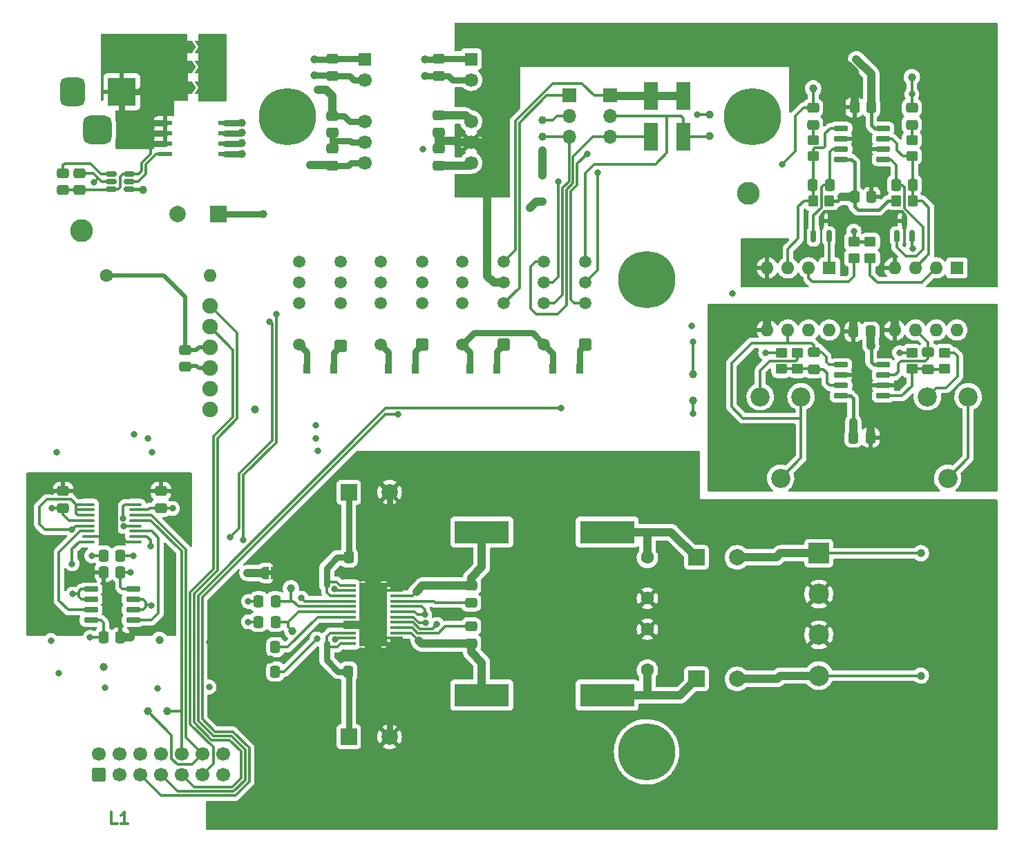
<source format=gbr>
G04 #@! TF.GenerationSoftware,KiCad,Pcbnew,6.0.4-1.fc35*
G04 #@! TF.CreationDate,2022-04-07T15:47:32+02:00*
G04 #@! TF.ProjectId,office_amp,6f666669-6365-45f6-916d-702e6b696361,rev?*
G04 #@! TF.SameCoordinates,Original*
G04 #@! TF.FileFunction,Copper,L1,Top*
G04 #@! TF.FilePolarity,Positive*
%FSLAX46Y46*%
G04 Gerber Fmt 4.6, Leading zero omitted, Abs format (unit mm)*
G04 Created by KiCad (PCBNEW 6.0.4-1.fc35) date 2022-04-07 15:47:32*
%MOMM*%
%LPD*%
G01*
G04 APERTURE LIST*
G04 Aperture macros list*
%AMRoundRect*
0 Rectangle with rounded corners*
0 $1 Rounding radius*
0 $2 $3 $4 $5 $6 $7 $8 $9 X,Y pos of 4 corners*
0 Add a 4 corners polygon primitive as box body*
4,1,4,$2,$3,$4,$5,$6,$7,$8,$9,$2,$3,0*
0 Add four circle primitives for the rounded corners*
1,1,$1+$1,$2,$3*
1,1,$1+$1,$4,$5*
1,1,$1+$1,$6,$7*
1,1,$1+$1,$8,$9*
0 Add four rect primitives between the rounded corners*
20,1,$1+$1,$2,$3,$4,$5,0*
20,1,$1+$1,$4,$5,$6,$7,0*
20,1,$1+$1,$6,$7,$8,$9,0*
20,1,$1+$1,$8,$9,$2,$3,0*%
%AMFreePoly0*
4,1,6,1.000000,0.000000,0.500000,-0.750000,-0.500000,-0.750000,-0.500000,0.750000,0.500000,0.750000,1.000000,0.000000,1.000000,0.000000,$1*%
%AMFreePoly1*
4,1,6,0.500000,-0.750000,-0.650000,-0.750000,-0.150000,0.000000,-0.650000,0.750000,0.500000,0.750000,0.500000,-0.750000,0.500000,-0.750000,$1*%
%AMFreePoly2*
4,1,22,0.500000,-0.750000,0.000000,-0.750000,0.000000,-0.745033,-0.079941,-0.743568,-0.215256,-0.701293,-0.333266,-0.622738,-0.424486,-0.514219,-0.481581,-0.384460,-0.499164,-0.250000,-0.500000,-0.250000,-0.500000,0.250000,-0.499164,0.250000,-0.499963,0.256109,-0.478152,0.396186,-0.417904,0.524511,-0.324060,0.630769,-0.204165,0.706417,-0.067858,0.745374,0.000000,0.744959,0.000000,0.750000,
0.500000,0.750000,0.500000,-0.750000,0.500000,-0.750000,$1*%
%AMFreePoly3*
4,1,20,0.000000,0.744959,0.073905,0.744508,0.209726,0.703889,0.328688,0.626782,0.421226,0.519385,0.479903,0.390333,0.500000,0.250000,0.500000,-0.250000,0.499851,-0.262216,0.476331,-0.402017,0.414519,-0.529596,0.319384,-0.634700,0.198574,-0.708877,0.061801,-0.746166,0.000000,-0.745033,0.000000,-0.750000,-0.500000,-0.750000,-0.500000,0.750000,0.000000,0.750000,0.000000,0.744959,
0.000000,0.744959,$1*%
G04 Aperture macros list end*
%ADD10C,0.300000*%
G04 #@! TA.AperFunction,NonConductor*
%ADD11C,0.300000*%
G04 #@! TD*
G04 #@! TA.AperFunction,SMDPad,CuDef*
%ADD12FreePoly0,0.000000*%
G04 #@! TD*
G04 #@! TA.AperFunction,SMDPad,CuDef*
%ADD13FreePoly1,0.000000*%
G04 #@! TD*
G04 #@! TA.AperFunction,SMDPad,CuDef*
%ADD14R,1.750000X0.550000*%
G04 #@! TD*
G04 #@! TA.AperFunction,ComponentPad*
%ADD15R,3.500000X3.500000*%
G04 #@! TD*
G04 #@! TA.AperFunction,ComponentPad*
%ADD16RoundRect,0.750000X-0.750000X-1.000000X0.750000X-1.000000X0.750000X1.000000X-0.750000X1.000000X0*%
G04 #@! TD*
G04 #@! TA.AperFunction,ComponentPad*
%ADD17RoundRect,0.875000X-0.875000X-0.875000X0.875000X-0.875000X0.875000X0.875000X-0.875000X0.875000X0*%
G04 #@! TD*
G04 #@! TA.AperFunction,SMDPad,CuDef*
%ADD18RoundRect,0.150000X-0.512500X-0.150000X0.512500X-0.150000X0.512500X0.150000X-0.512500X0.150000X0*%
G04 #@! TD*
G04 #@! TA.AperFunction,SMDPad,CuDef*
%ADD19RoundRect,0.250000X-0.475000X0.337500X-0.475000X-0.337500X0.475000X-0.337500X0.475000X0.337500X0*%
G04 #@! TD*
G04 #@! TA.AperFunction,SMDPad,CuDef*
%ADD20RoundRect,0.250000X0.475000X-0.337500X0.475000X0.337500X-0.475000X0.337500X-0.475000X-0.337500X0*%
G04 #@! TD*
G04 #@! TA.AperFunction,ComponentPad*
%ADD21R,1.600000X1.600000*%
G04 #@! TD*
G04 #@! TA.AperFunction,ComponentPad*
%ADD22C,1.700000*%
G04 #@! TD*
G04 #@! TA.AperFunction,ComponentPad*
%ADD23C,1.900000*%
G04 #@! TD*
G04 #@! TA.AperFunction,ComponentPad*
%ADD24R,2.000000X2.000000*%
G04 #@! TD*
G04 #@! TA.AperFunction,ComponentPad*
%ADD25C,2.000000*%
G04 #@! TD*
G04 #@! TA.AperFunction,ComponentPad*
%ADD26RoundRect,0.250000X0.600000X-0.600000X0.600000X0.600000X-0.600000X0.600000X-0.600000X-0.600000X0*%
G04 #@! TD*
G04 #@! TA.AperFunction,SMDPad,CuDef*
%ADD27RoundRect,0.250000X-0.337500X-0.475000X0.337500X-0.475000X0.337500X0.475000X-0.337500X0.475000X0*%
G04 #@! TD*
G04 #@! TA.AperFunction,SMDPad,CuDef*
%ADD28RoundRect,0.250000X0.337500X0.475000X-0.337500X0.475000X-0.337500X-0.475000X0.337500X-0.475000X0*%
G04 #@! TD*
G04 #@! TA.AperFunction,SMDPad,CuDef*
%ADD29R,0.900000X1.200000*%
G04 #@! TD*
G04 #@! TA.AperFunction,ComponentPad*
%ADD30RoundRect,0.250500X0.499500X0.499500X-0.499500X0.499500X-0.499500X-0.499500X0.499500X-0.499500X0*%
G04 #@! TD*
G04 #@! TA.AperFunction,ComponentPad*
%ADD31C,1.500000*%
G04 #@! TD*
G04 #@! TA.AperFunction,SMDPad,CuDef*
%ADD32RoundRect,0.250000X0.450000X-0.350000X0.450000X0.350000X-0.450000X0.350000X-0.450000X-0.350000X0*%
G04 #@! TD*
G04 #@! TA.AperFunction,SMDPad,CuDef*
%ADD33RoundRect,0.250000X-0.450000X0.350000X-0.450000X-0.350000X0.450000X-0.350000X0.450000X0.350000X0*%
G04 #@! TD*
G04 #@! TA.AperFunction,ComponentPad*
%ADD34C,2.340000*%
G04 #@! TD*
G04 #@! TA.AperFunction,ComponentPad*
%ADD35O,1.600000X1.600000*%
G04 #@! TD*
G04 #@! TA.AperFunction,SMDPad,CuDef*
%ADD36RoundRect,0.250000X-0.350000X-0.450000X0.350000X-0.450000X0.350000X0.450000X-0.350000X0.450000X0*%
G04 #@! TD*
G04 #@! TA.AperFunction,SMDPad,CuDef*
%ADD37RoundRect,0.150000X0.150000X-0.587500X0.150000X0.587500X-0.150000X0.587500X-0.150000X-0.587500X0*%
G04 #@! TD*
G04 #@! TA.AperFunction,SMDPad,CuDef*
%ADD38RoundRect,0.250000X0.350000X0.450000X-0.350000X0.450000X-0.350000X-0.450000X0.350000X-0.450000X0*%
G04 #@! TD*
G04 #@! TA.AperFunction,ComponentPad*
%ADD39R,1.700000X1.700000*%
G04 #@! TD*
G04 #@! TA.AperFunction,ComponentPad*
%ADD40O,1.700000X1.700000*%
G04 #@! TD*
G04 #@! TA.AperFunction,ComponentPad*
%ADD41C,1.600000*%
G04 #@! TD*
G04 #@! TA.AperFunction,SMDPad,CuDef*
%ADD42RoundRect,0.100000X-0.687500X-0.100000X0.687500X-0.100000X0.687500X0.100000X-0.687500X0.100000X0*%
G04 #@! TD*
G04 #@! TA.AperFunction,ComponentPad*
%ADD43C,0.600000*%
G04 #@! TD*
G04 #@! TA.AperFunction,SMDPad,CuDef*
%ADD44R,3.400000X7.800000*%
G04 #@! TD*
G04 #@! TA.AperFunction,ComponentPad*
%ADD45R,2.500000X2.500000*%
G04 #@! TD*
G04 #@! TA.AperFunction,ComponentPad*
%ADD46C,2.500000*%
G04 #@! TD*
G04 #@! TA.AperFunction,SMDPad,CuDef*
%ADD47R,6.705000X2.794000*%
G04 #@! TD*
G04 #@! TA.AperFunction,SMDPad,CuDef*
%ADD48FreePoly2,180.000000*%
G04 #@! TD*
G04 #@! TA.AperFunction,SMDPad,CuDef*
%ADD49FreePoly3,180.000000*%
G04 #@! TD*
G04 #@! TA.AperFunction,SMDPad,CuDef*
%ADD50C,1.000000*%
G04 #@! TD*
G04 #@! TA.AperFunction,ComponentPad*
%ADD51C,7.000000*%
G04 #@! TD*
G04 #@! TA.AperFunction,ComponentPad*
%ADD52C,2.800000*%
G04 #@! TD*
G04 #@! TA.AperFunction,SMDPad,CuDef*
%ADD53RoundRect,0.150000X-0.725000X-0.150000X0.725000X-0.150000X0.725000X0.150000X-0.725000X0.150000X0*%
G04 #@! TD*
G04 #@! TA.AperFunction,SMDPad,CuDef*
%ADD54R,1.800000X3.500000*%
G04 #@! TD*
G04 #@! TA.AperFunction,SMDPad,CuDef*
%ADD55RoundRect,0.100000X-0.637500X-0.100000X0.637500X-0.100000X0.637500X0.100000X-0.637500X0.100000X0*%
G04 #@! TD*
G04 #@! TA.AperFunction,SMDPad,CuDef*
%ADD56RoundRect,0.150000X0.725000X0.150000X-0.725000X0.150000X-0.725000X-0.150000X0.725000X-0.150000X0*%
G04 #@! TD*
G04 #@! TA.AperFunction,ViaPad*
%ADD57C,1.000000*%
G04 #@! TD*
G04 #@! TA.AperFunction,ViaPad*
%ADD58C,0.800000*%
G04 #@! TD*
G04 #@! TA.AperFunction,Conductor*
%ADD59C,0.800000*%
G04 #@! TD*
G04 #@! TA.AperFunction,Conductor*
%ADD60C,0.300000*%
G04 #@! TD*
G04 #@! TA.AperFunction,Conductor*
%ADD61C,0.400000*%
G04 #@! TD*
G04 #@! TA.AperFunction,Conductor*
%ADD62C,1.000000*%
G04 #@! TD*
G04 #@! TA.AperFunction,Conductor*
%ADD63C,0.500000*%
G04 #@! TD*
%ADD64C,0.350000*%
%ADD65O,1.000000X3.000000*%
%ADD66O,3.000000X1.000000*%
%ADD67C,0.300000*%
G04 APERTURE END LIST*
D10*
D11*
X101650000Y-156778571D02*
X100935714Y-156778571D01*
X100935714Y-155278571D01*
X102935714Y-156778571D02*
X102078571Y-156778571D01*
X102507142Y-156778571D02*
X102507142Y-155278571D01*
X102364285Y-155492857D01*
X102221428Y-155635714D01*
X102078571Y-155707142D01*
G04 #@! TO.C,STAR1*
G36*
X120600000Y-126300000D02*
G01*
X120100000Y-126300000D01*
X120100000Y-125700000D01*
X120600000Y-125700000D01*
X120600000Y-126300000D01*
G37*
G04 #@! TD*
D12*
G04 #@! TO.P,JP1,1,A*
G04 #@! TO.N,/Power/Vin*
X110275000Y-61500000D03*
D13*
G04 #@! TO.P,JP1,2,B*
G04 #@! TO.N,V+*
X111725000Y-61500000D03*
G04 #@! TD*
D14*
G04 #@! TO.P,Q1,D,D*
G04 #@! TO.N,V+*
X114900000Y-70800000D03*
X114900000Y-74610000D03*
X114900000Y-73340000D03*
X114900000Y-72070000D03*
G04 #@! TO.P,Q1,G,G*
G04 #@! TO.N,Net-(Q1-PadG)*
X107500000Y-74610000D03*
G04 #@! TO.P,Q1,S,S*
G04 #@! TO.N,/Power/Vin*
X107500000Y-72070000D03*
X107500000Y-70800000D03*
X107500000Y-73340000D03*
G04 #@! TD*
D15*
G04 #@! TO.P,J1,1*
G04 #@! TO.N,/Power/Vin*
X102200000Y-67000000D03*
D16*
G04 #@! TO.P,J1,2*
G04 #@! TO.N,GNDREF*
X96200000Y-67000000D03*
D17*
G04 #@! TO.P,J1,3*
G04 #@! TO.N,N/C*
X99200000Y-71700000D03*
G04 #@! TD*
D18*
G04 #@! TO.P,U1,1,VCAP*
G04 #@! TO.N,Net-(C2-Pad2)*
X100862500Y-77050000D03*
G04 #@! TO.P,U1,2,GND*
G04 #@! TO.N,GNDREF*
X100862500Y-78000000D03*
G04 #@! TO.P,U1,3,EN*
G04 #@! TO.N,/Power/Vin*
X100862500Y-78950000D03*
G04 #@! TO.P,U1,4,CATHODE*
G04 #@! TO.N,V+*
X103137500Y-78950000D03*
G04 #@! TO.P,U1,5,GATE*
G04 #@! TO.N,Net-(Q1-PadG)*
X103137500Y-78000000D03*
G04 #@! TO.P,U1,6,ANODE*
G04 #@! TO.N,/Power/Vin*
X103137500Y-77050000D03*
G04 #@! TD*
D19*
G04 #@! TO.P,C6,1*
G04 #@! TO.N,V+*
X141000000Y-62962500D03*
G04 #@! TO.P,C6,2*
G04 #@! TO.N,GNDREF*
X141000000Y-65037500D03*
G04 #@! TD*
D20*
G04 #@! TO.P,C7,1*
G04 #@! TO.N,+5VA*
X141000000Y-76037500D03*
G04 #@! TO.P,C7,2*
G04 #@! TO.N,GND_Input*
X141000000Y-73962500D03*
G04 #@! TD*
D19*
G04 #@! TO.P,C8,1*
G04 #@! TO.N,V+*
X128000000Y-62962500D03*
G04 #@! TO.P,C8,2*
G04 #@! TO.N,GNDREF*
X128000000Y-65037500D03*
G04 #@! TD*
D21*
G04 #@! TO.P,U4,1,+VIN*
G04 #@! TO.N,V+*
X145000000Y-63000000D03*
D22*
G04 #@! TO.P,U4,2,-VIN*
G04 #@! TO.N,GNDREF*
X145000000Y-65540000D03*
G04 #@! TO.P,U4,4,-VOUT*
G04 #@! TO.N,-5VA*
X145000000Y-70620000D03*
G04 #@! TO.P,U4,5,Common*
G04 #@! TO.N,GND_Input*
X145000000Y-73160000D03*
G04 #@! TO.P,U4,6,+VOUT*
G04 #@! TO.N,+5VA*
X145000000Y-75700000D03*
G04 #@! TD*
D23*
G04 #@! TO.P,U5,1,R*
G04 #@! TO.N,R-In-BT*
X113000000Y-106000000D03*
G04 #@! TO.P,U5,2,L*
G04 #@! TO.N,L-In-BT*
X113000000Y-103460000D03*
G04 #@! TO.P,U5,3,GND*
G04 #@! TO.N,GND_BT*
X113000000Y-100920000D03*
G04 #@! TO.P,U5,4,VCC*
G04 #@! TO.N,Net-(C41-Pad1)*
X113000000Y-98380000D03*
G04 #@! TO.P,U5,5,MUTE*
G04 #@! TO.N,BT-MUTE*
X113000000Y-95840000D03*
G04 #@! TO.P,U5,6,KEY*
G04 #@! TO.N,BT-KEY*
X113000000Y-93300000D03*
G04 #@! TD*
D24*
G04 #@! TO.P,C11,1*
G04 #@! TO.N,V+*
X130000000Y-146100000D03*
D25*
G04 #@! TO.P,C11,2*
G04 #@! TO.N,GNDREF*
X135000000Y-146100000D03*
G04 #@! TD*
D26*
G04 #@! TO.P,J3,1,Pin_1*
G04 #@! TO.N,+5V*
X99380000Y-150752500D03*
D22*
G04 #@! TO.P,J3,2,Pin_2*
G04 #@! TO.N,GNDD*
X99380000Y-148212500D03*
G04 #@! TO.P,J3,3,Pin_3*
G04 #@! TO.N,~{AMP-Mute}*
X101920000Y-150752500D03*
G04 #@! TO.P,J3,4,Pin_4*
G04 #@! TO.N,AMP-ShutDown*
X101920000Y-148212500D03*
G04 #@! TO.P,J3,5,Pin_5*
G04 #@! TO.N,SELECT-BT*
X104460000Y-150752500D03*
G04 #@! TO.P,J3,6,Pin_6*
G04 #@! TO.N,AMP-GAIN0*
X104460000Y-148212500D03*
G04 #@! TO.P,J3,7,Pin_7*
G04 #@! TO.N,SELECT-Analog*
X107000000Y-150752500D03*
G04 #@! TO.P,J3,8,Pin_8*
G04 #@! TO.N,AMP-GAIN1*
X107000000Y-148212500D03*
G04 #@! TO.P,J3,9,Pin_9*
G04 #@! TO.N,BT-KEY*
X109540000Y-150752500D03*
G04 #@! TO.P,J3,10,Pin_10*
G04 #@! TO.N,SDA*
X109540000Y-148212500D03*
G04 #@! TO.P,J3,11,Pin_11*
G04 #@! TO.N,BT-MUTE*
X112080000Y-150752500D03*
G04 #@! TO.P,J3,12,Pin_12*
G04 #@! TO.N,SCL*
X112080000Y-148212500D03*
G04 #@! TO.P,J3,13,Pin_13*
G04 #@! TO.N,+3V3*
X114620000Y-150752500D03*
G04 #@! TO.P,J3,14,Pin_14*
G04 #@! TO.N,GNDD*
X114620000Y-148212500D03*
G04 #@! TD*
D20*
G04 #@! TO.P,C4,1*
G04 #@! TO.N,Net-(C4-Pad1)*
X128000000Y-72037500D03*
G04 #@! TO.P,C4,2*
G04 #@! TO.N,-5V*
X128000000Y-69962500D03*
G04 #@! TD*
G04 #@! TO.P,C5,1*
G04 #@! TO.N,+5V*
X128000000Y-76037500D03*
G04 #@! TO.P,C5,2*
G04 #@! TO.N,Net-(C4-Pad1)*
X128000000Y-73962500D03*
G04 #@! TD*
G04 #@! TO.P,C9,1*
G04 #@! TO.N,GND_Input*
X141000000Y-72000000D03*
G04 #@! TO.P,C9,2*
G04 #@! TO.N,-5VA*
X141000000Y-69925000D03*
G04 #@! TD*
G04 #@! TO.P,C27,1*
G04 #@! TO.N,Net-(C27-Pad1)*
X186900000Y-71037500D03*
G04 #@! TO.P,C27,2*
G04 #@! TO.N,L-In-ISO*
X186900000Y-68962500D03*
G04 #@! TD*
D27*
G04 #@! TO.P,C30,1*
G04 #@! TO.N,Net-(C30-Pad1)*
X197062500Y-78400000D03*
G04 #@! TO.P,C30,2*
G04 #@! TO.N,Net-(C30-Pad2)*
X199137500Y-78400000D03*
G04 #@! TD*
D28*
G04 #@! TO.P,C31,1*
G04 #@! TO.N,Net-(C31-Pad1)*
X188937500Y-78400000D03*
G04 #@! TO.P,C31,2*
G04 #@! TO.N,Net-(C31-Pad2)*
X186862500Y-78400000D03*
G04 #@! TD*
D27*
G04 #@! TO.P,C32,1*
G04 #@! TO.N,+5V*
X191862500Y-109400000D03*
G04 #@! TO.P,C32,2*
G04 #@! TO.N,GNDA*
X193937500Y-109400000D03*
G04 #@! TD*
G04 #@! TO.P,C33,1*
G04 #@! TO.N,GNDA*
X191862500Y-96400000D03*
G04 #@! TO.P,C33,2*
G04 #@! TO.N,-5V*
X193937500Y-96400000D03*
G04 #@! TD*
D20*
G04 #@! TO.P,C34,1*
G04 #@! TO.N,Net-(C34-Pad1)*
X201000000Y-101037500D03*
G04 #@! TO.P,C34,2*
G04 #@! TO.N,Net-(C34-Pad2)*
X201000000Y-98962500D03*
G04 #@! TD*
G04 #@! TO.P,C35,1*
G04 #@! TO.N,Net-(C35-Pad1)*
X187000000Y-101037500D03*
G04 #@! TO.P,C35,2*
G04 #@! TO.N,Net-(C35-Pad2)*
X187000000Y-98962500D03*
G04 #@! TD*
D29*
G04 #@! TO.P,D1,1,K*
G04 #@! TO.N,V+*
X158300000Y-101000000D03*
G04 #@! TO.P,D1,2,A*
G04 #@! TO.N,Net-(D1-Pad2)*
X155000000Y-101000000D03*
G04 #@! TD*
G04 #@! TO.P,D5,1,K*
G04 #@! TO.N,V+*
X128150000Y-101000000D03*
G04 #@! TO.P,D5,2,A*
G04 #@! TO.N,Net-(D5-Pad2)*
X124850000Y-101000000D03*
G04 #@! TD*
G04 #@! TO.P,D6,1,K*
G04 #@! TO.N,V+*
X138150000Y-101000000D03*
G04 #@! TO.P,D6,2,A*
G04 #@! TO.N,Net-(D5-Pad2)*
X134850000Y-101000000D03*
G04 #@! TD*
D30*
G04 #@! TO.P,K1,1*
G04 #@! TO.N,V+*
X159000000Y-98000000D03*
D31*
G04 #@! TO.P,K1,3*
G04 #@! TO.N,R-In-USB*
X159000000Y-92920000D03*
G04 #@! TO.P,K1,4*
G04 #@! TO.N,R-In-ISO*
X159000000Y-90380000D03*
G04 #@! TO.P,K1,5*
G04 #@! TO.N,R-In-An*
X159000000Y-87840000D03*
G04 #@! TO.P,K1,8*
G04 #@! TO.N,L-In-An*
X153920000Y-87840000D03*
G04 #@! TO.P,K1,9*
G04 #@! TO.N,L-In-ISO*
X153920000Y-90380000D03*
G04 #@! TO.P,K1,10*
G04 #@! TO.N,L-In-USB*
X153920000Y-92920000D03*
G04 #@! TO.P,K1,12*
G04 #@! TO.N,Net-(D1-Pad2)*
X153920000Y-98000000D03*
G04 #@! TD*
D30*
G04 #@! TO.P,K4,1*
G04 #@! TO.N,V+*
X139000000Y-98000000D03*
D31*
G04 #@! TO.P,K4,3*
G04 #@! TO.N,R-In-OPA*
X139000000Y-92920000D03*
G04 #@! TO.P,K4,4*
G04 #@! TO.N,R-In*
X139000000Y-90380000D03*
G04 #@! TO.P,K4,5*
G04 #@! TO.N,R-In-BT*
X139000000Y-87840000D03*
G04 #@! TO.P,K4,8*
G04 #@! TO.N,L-In-BT*
X133920000Y-87840000D03*
G04 #@! TO.P,K4,9*
G04 #@! TO.N,L-In*
X133920000Y-90380000D03*
G04 #@! TO.P,K4,10*
G04 #@! TO.N,L-In-OPA*
X133920000Y-92920000D03*
G04 #@! TO.P,K4,12*
G04 #@! TO.N,Net-(D5-Pad2)*
X133920000Y-98000000D03*
G04 #@! TD*
D32*
G04 #@! TO.P,R6,1*
G04 #@! TO.N,Net-(C31-Pad2)*
X186900000Y-74900000D03*
G04 #@! TO.P,R6,2*
G04 #@! TO.N,Net-(C27-Pad1)*
X186900000Y-72900000D03*
G04 #@! TD*
D33*
G04 #@! TO.P,R9,1*
G04 #@! TO.N,+5VA*
X193900000Y-85400000D03*
G04 #@! TO.P,R9,2*
G04 #@! TO.N,Net-(R9-Pad2)*
X193900000Y-87400000D03*
G04 #@! TD*
G04 #@! TO.P,R10,1*
G04 #@! TO.N,+5VA*
X191900000Y-85400000D03*
G04 #@! TO.P,R10,2*
G04 #@! TO.N,Net-(R10-Pad2)*
X191900000Y-87400000D03*
G04 #@! TD*
D32*
G04 #@! TO.P,R11,1*
G04 #@! TO.N,Net-(C34-Pad1)*
X203000000Y-101000000D03*
G04 #@! TO.P,R11,2*
G04 #@! TO.N,Net-(R11-Pad2)*
X203000000Y-99000000D03*
G04 #@! TD*
G04 #@! TO.P,R12,1*
G04 #@! TO.N,Net-(C35-Pad1)*
X185000000Y-101000000D03*
G04 #@! TO.P,R12,2*
G04 #@! TO.N,Net-(R12-Pad2)*
X185000000Y-99000000D03*
G04 #@! TD*
D33*
G04 #@! TO.P,R13,1*
G04 #@! TO.N,R-In-OPA*
X199000000Y-99000000D03*
G04 #@! TO.P,R13,2*
G04 #@! TO.N,Net-(C34-Pad1)*
X199000000Y-101000000D03*
G04 #@! TD*
G04 #@! TO.P,R14,1*
G04 #@! TO.N,L-In-OPA*
X183000000Y-99000000D03*
G04 #@! TO.P,R14,2*
G04 #@! TO.N,Net-(C35-Pad1)*
X183000000Y-101000000D03*
G04 #@! TD*
D34*
G04 #@! TO.P,RV1,1,1*
G04 #@! TO.N,Net-(R11-Pad2)*
X200900000Y-104400000D03*
G04 #@! TO.P,RV1,2,2*
G04 #@! TO.N,Net-(C34-Pad2)*
X203400000Y-114400000D03*
G04 #@! TO.P,RV1,3,3*
X205900000Y-104400000D03*
G04 #@! TD*
G04 #@! TO.P,RV2,1,1*
G04 #@! TO.N,Net-(R12-Pad2)*
X180425000Y-104400000D03*
G04 #@! TO.P,RV2,2,2*
G04 #@! TO.N,Net-(C35-Pad2)*
X182925000Y-114400000D03*
G04 #@! TO.P,RV2,3,3*
X185425000Y-104400000D03*
G04 #@! TD*
D21*
G04 #@! TO.P,U2,1,+VIN*
G04 #@! TO.N,V+*
X132000000Y-63000000D03*
D22*
G04 #@! TO.P,U2,2,-VIN*
G04 #@! TO.N,GNDREF*
X132000000Y-65540000D03*
G04 #@! TO.P,U2,4,-VOUT*
G04 #@! TO.N,-5V*
X132000000Y-70620000D03*
G04 #@! TO.P,U2,5,Common*
G04 #@! TO.N,Net-(C4-Pad1)*
X132000000Y-73160000D03*
G04 #@! TO.P,U2,6,+VOUT*
G04 #@! TO.N,+5V*
X132000000Y-75700000D03*
G04 #@! TD*
D21*
G04 #@! TO.P,U9,1*
G04 #@! TO.N,Net-(Q3-Pad2)*
X188900000Y-88600000D03*
D35*
G04 #@! TO.P,U9,2*
G04 #@! TO.N,Net-(R10-Pad2)*
X186360000Y-88600000D03*
G04 #@! TO.P,U9,3*
G04 #@! TO.N,Net-(C31-Pad2)*
X183820000Y-88600000D03*
G04 #@! TO.P,U9,4*
G04 #@! TO.N,GND_Input*
X181280000Y-88600000D03*
G04 #@! TO.P,U9,5*
G04 #@! TO.N,GNDA*
X181280000Y-96220000D03*
G04 #@! TO.P,U9,6*
G04 #@! TO.N,Net-(C35-Pad2)*
X183820000Y-96220000D03*
G04 #@! TO.P,U9,7,NC*
G04 #@! TO.N,unconnected-(U9-Pad7)*
X186360000Y-96220000D03*
G04 #@! TO.P,U9,8,NC*
G04 #@! TO.N,unconnected-(U9-Pad8)*
X188900000Y-96220000D03*
G04 #@! TD*
D12*
G04 #@! TO.P,JP2,1,A*
G04 #@! TO.N,/Power/Vin*
X110275000Y-64000000D03*
D13*
G04 #@! TO.P,JP2,2,B*
G04 #@! TO.N,V+*
X111725000Y-64000000D03*
G04 #@! TD*
D24*
G04 #@! TO.P,C3,1*
G04 #@! TO.N,V+*
X114000000Y-82000000D03*
D25*
G04 #@! TO.P,C3,2*
G04 #@! TO.N,GNDREF*
X109000000Y-82000000D03*
G04 #@! TD*
D20*
G04 #@! TO.P,C1,1*
G04 #@! TO.N,/Power/Vin*
X97000000Y-79037500D03*
G04 #@! TO.P,C1,2*
G04 #@! TO.N,GNDREF*
X97000000Y-76962500D03*
G04 #@! TD*
G04 #@! TO.P,C2,1*
G04 #@! TO.N,/Power/Vin*
X95000000Y-79037500D03*
G04 #@! TO.P,C2,2*
G04 #@! TO.N,Net-(C2-Pad2)*
X95000000Y-76962500D03*
G04 #@! TD*
D21*
G04 #@! TO.P,U8,1*
G04 #@! TO.N,Net-(Q2-Pad2)*
X204520000Y-88600000D03*
D35*
G04 #@! TO.P,U8,2*
G04 #@! TO.N,Net-(R9-Pad2)*
X201980000Y-88600000D03*
G04 #@! TO.P,U8,3*
G04 #@! TO.N,Net-(C30-Pad2)*
X199440000Y-88600000D03*
G04 #@! TO.P,U8,4*
G04 #@! TO.N,GND_Input*
X196900000Y-88600000D03*
G04 #@! TO.P,U8,5*
G04 #@! TO.N,GNDA*
X196900000Y-96220000D03*
G04 #@! TO.P,U8,6*
G04 #@! TO.N,Net-(C34-Pad2)*
X199440000Y-96220000D03*
G04 #@! TO.P,U8,7,NC*
G04 #@! TO.N,unconnected-(U8-Pad7)*
X201980000Y-96220000D03*
G04 #@! TO.P,U8,8,NC*
G04 #@! TO.N,unconnected-(U8-Pad8)*
X204520000Y-96220000D03*
G04 #@! TD*
D27*
G04 #@! TO.P,C29,1*
G04 #@! TO.N,GND_Input*
X191962500Y-68900000D03*
G04 #@! TO.P,C29,2*
G04 #@! TO.N,-5VA*
X194037500Y-68900000D03*
G04 #@! TD*
D32*
G04 #@! TO.P,R5,1*
G04 #@! TO.N,Net-(C30-Pad2)*
X199000000Y-74900000D03*
G04 #@! TO.P,R5,2*
G04 #@! TO.N,Net-(C26-Pad1)*
X199000000Y-72900000D03*
G04 #@! TD*
D20*
G04 #@! TO.P,C26,1*
G04 #@! TO.N,Net-(C26-Pad1)*
X199000000Y-71037500D03*
G04 #@! TO.P,C26,2*
G04 #@! TO.N,R-In-ISO*
X199000000Y-68962500D03*
G04 #@! TD*
D36*
G04 #@! TO.P,R7,1*
G04 #@! TO.N,+5VA*
X197100000Y-80400000D03*
G04 #@! TO.P,R7,2*
G04 #@! TO.N,Net-(C30-Pad2)*
X199100000Y-80400000D03*
G04 #@! TD*
D37*
G04 #@! TO.P,Q2,1,B*
G04 #@! TO.N,Net-(C30-Pad1)*
X197150000Y-84737500D03*
G04 #@! TO.P,Q2,2,E*
G04 #@! TO.N,Net-(Q2-Pad2)*
X199050000Y-84737500D03*
G04 #@! TO.P,Q2,3,C*
G04 #@! TO.N,GND_Input*
X198100000Y-82862500D03*
G04 #@! TD*
G04 #@! TO.P,Q3,1,B*
G04 #@! TO.N,Net-(C31-Pad1)*
X186950000Y-84737500D03*
G04 #@! TO.P,Q3,2,E*
G04 #@! TO.N,Net-(Q3-Pad2)*
X188850000Y-84737500D03*
G04 #@! TO.P,Q3,3,C*
G04 #@! TO.N,GND_Input*
X187900000Y-82862500D03*
G04 #@! TD*
D38*
G04 #@! TO.P,R8,1*
G04 #@! TO.N,+5VA*
X188900000Y-80400000D03*
G04 #@! TO.P,R8,2*
G04 #@! TO.N,Net-(C31-Pad2)*
X186900000Y-80400000D03*
G04 #@! TD*
D27*
G04 #@! TO.P,C28,1*
G04 #@! TO.N,+5VA*
X191962500Y-79900000D03*
G04 #@! TO.P,C28,2*
G04 #@! TO.N,GND_Input*
X194037500Y-79900000D03*
G04 #@! TD*
D39*
G04 #@! TO.P,J8,1,Pin_1*
G04 #@! TO.N,GND_USB*
X157000000Y-67475000D03*
D40*
G04 #@! TO.P,J8,2,Pin_2*
G04 #@! TO.N,R-In-USB*
X157000000Y-70015000D03*
G04 #@! TO.P,J8,3,Pin_3*
G04 #@! TO.N,L-In-USB*
X157000000Y-72555000D03*
G04 #@! TD*
D29*
G04 #@! TO.P,D4,1,K*
G04 #@! TO.N,V+*
X148150000Y-101000000D03*
G04 #@! TO.P,D4,2,A*
G04 #@! TO.N,Net-(D1-Pad2)*
X144850000Y-101000000D03*
G04 #@! TD*
D41*
G04 #@! TO.P,C22,1*
G04 #@! TO.N,Net-(C22-Pad1)*
X166600000Y-124100000D03*
G04 #@! TO.P,C22,2*
G04 #@! TO.N,GNDREF*
X166600000Y-129100000D03*
G04 #@! TD*
D42*
G04 #@! TO.P,U6,1,PVCCL*
G04 #@! TO.N,V+*
X130137500Y-127525000D03*
G04 #@! TO.P,U6,2,~{SD}*
G04 #@! TO.N,/Class_D/~{SD}*
X130137500Y-128175000D03*
G04 #@! TO.P,U6,3,PVCCL*
G04 #@! TO.N,V+*
X130137500Y-128825000D03*
G04 #@! TO.P,U6,4,MUTE*
G04 #@! TO.N,/Class_D/MUTE*
X130137500Y-129475000D03*
G04 #@! TO.P,U6,5,LIN*
G04 #@! TO.N,/Class_D/LIN*
X130137500Y-130125000D03*
G04 #@! TO.P,U6,6,RIN*
G04 #@! TO.N,/Class_D/RIN*
X130137500Y-130775000D03*
G04 #@! TO.P,U6,7,BYPASS*
G04 #@! TO.N,/Class_D/BYPASS*
X130137500Y-131425000D03*
G04 #@! TO.P,U6,8,AGND*
G04 #@! TO.N,GNDREF*
X130137500Y-132075000D03*
G04 #@! TO.P,U6,9,AGND*
X130137500Y-132725000D03*
G04 #@! TO.P,U6,10,PVCCR*
G04 #@! TO.N,V+*
X130137500Y-133375000D03*
G04 #@! TO.P,U6,11,VCLAMP*
G04 #@! TO.N,/Class_D/VCLAMP*
X130137500Y-134025000D03*
G04 #@! TO.P,U6,12,PVCCR*
G04 #@! TO.N,V+*
X130137500Y-134675000D03*
G04 #@! TO.P,U6,13,PGNDR*
G04 #@! TO.N,GNDREF*
X135862500Y-134675000D03*
G04 #@! TO.P,U6,14,PGNDR*
X135862500Y-134025000D03*
G04 #@! TO.P,U6,15,ROUT*
G04 #@! TO.N,/Class_D/ROUT*
X135862500Y-133375000D03*
G04 #@! TO.P,U6,16,BSR*
G04 #@! TO.N,/Class_D/BSR*
X135862500Y-132725000D03*
G04 #@! TO.P,U6,17,GAIN_1*
G04 #@! TO.N,/Class_D/GAIN1*
X135862500Y-132075000D03*
G04 #@! TO.P,U6,18,GAIN_0*
G04 #@! TO.N,/Class_D/GAIN0*
X135862500Y-131425000D03*
G04 #@! TO.P,U6,19,AVCC*
G04 #@! TO.N,V+*
X135862500Y-130775000D03*
G04 #@! TO.P,U6,20,AVCC*
X135862500Y-130125000D03*
G04 #@! TO.P,U6,21,BSL*
G04 #@! TO.N,/Class_D/BSL*
X135862500Y-129475000D03*
G04 #@! TO.P,U6,22,LOUT*
G04 #@! TO.N,/Class_D/LOUT*
X135862500Y-128825000D03*
G04 #@! TO.P,U6,23,PGNDL*
G04 #@! TO.N,GNDREF*
X135862500Y-128175000D03*
G04 #@! TO.P,U6,24,PGNDL*
X135862500Y-127525000D03*
D43*
G04 #@! TO.P,U6,25,PGNDPad*
X133000000Y-133050000D03*
X134300000Y-130450000D03*
X133000000Y-134350000D03*
X133000000Y-127850000D03*
X134300000Y-134350000D03*
X134300000Y-129150000D03*
X131700000Y-131750000D03*
X133000000Y-129150000D03*
X134300000Y-131750000D03*
X134300000Y-133050000D03*
X133000000Y-130450000D03*
X133000000Y-131750000D03*
X131700000Y-129150000D03*
X131700000Y-134350000D03*
D44*
X133000000Y-131100000D03*
D43*
X134300000Y-127850000D03*
X131700000Y-127850000D03*
X131700000Y-130450000D03*
X131700000Y-133050000D03*
G04 #@! TD*
D19*
G04 #@! TO.P,C20,1*
G04 #@! TO.N,/Class_D/LOUT*
X145000000Y-127562500D03*
G04 #@! TO.P,C20,2*
G04 #@! TO.N,/Class_D/BSL*
X145000000Y-129637500D03*
G04 #@! TD*
D45*
G04 #@! TO.P,J7,1,Pin_1*
G04 #@! TO.N,/Class_D/L-Out*
X187600000Y-123600000D03*
D46*
G04 #@! TO.P,J7,2,Pin_2*
G04 #@! TO.N,GNDREF*
X187600000Y-128600000D03*
G04 #@! TO.P,J7,3,Pin_3*
X187600000Y-133600000D03*
G04 #@! TO.P,J7,4,Pin_4*
G04 #@! TO.N,/Class_D/R-Out*
X187600000Y-138600000D03*
G04 #@! TD*
D28*
G04 #@! TO.P,C17,1*
G04 #@! TO.N,/Class_D/LIN*
X121037500Y-129500000D03*
G04 #@! TO.P,C17,2*
G04 #@! TO.N,Net-(C17-Pad2)*
X118962500Y-129500000D03*
G04 #@! TD*
D24*
G04 #@! TO.P,C25,1*
G04 #@! TO.N,Net-(C23-Pad2)*
X172600000Y-139000000D03*
D25*
G04 #@! TO.P,C25,2*
G04 #@! TO.N,/Class_D/R-Out*
X177600000Y-139000000D03*
G04 #@! TD*
D47*
G04 #@! TO.P,L1,1,1*
G04 #@! TO.N,/Class_D/LOUT*
X146316500Y-121000000D03*
G04 #@! TO.P,L1,2,2*
G04 #@! TO.N,Net-(C22-Pad1)*
X161683500Y-121000000D03*
G04 #@! TD*
D48*
G04 #@! TO.P,STAR1,1,A*
G04 #@! TO.N,GNDREF*
X121000000Y-126000000D03*
D49*
G04 #@! TO.P,STAR1,2,B*
G04 #@! TO.N,GNDA*
X119700000Y-126000000D03*
G04 #@! TD*
D20*
G04 #@! TO.P,C21,1*
G04 #@! TO.N,/Class_D/ROUT*
X145000000Y-134637500D03*
G04 #@! TO.P,C21,2*
G04 #@! TO.N,/Class_D/BSR*
X145000000Y-132562500D03*
G04 #@! TD*
D28*
G04 #@! TO.P,C19,1*
G04 #@! TO.N,/Class_D/BYPASS*
X121000000Y-135100000D03*
G04 #@! TO.P,C19,2*
G04 #@! TO.N,GNDREF*
X118925000Y-135100000D03*
G04 #@! TD*
D41*
G04 #@! TO.P,C23,1*
G04 #@! TO.N,GNDREF*
X166600000Y-132900000D03*
G04 #@! TO.P,C23,2*
G04 #@! TO.N,Net-(C23-Pad2)*
X166600000Y-137900000D03*
G04 #@! TD*
D27*
G04 #@! TO.P,C15,1*
G04 #@! TO.N,V+*
X129962500Y-138100000D03*
G04 #@! TO.P,C15,2*
G04 #@! TO.N,GNDREF*
X132037500Y-138100000D03*
G04 #@! TD*
G04 #@! TO.P,C14,1*
G04 #@! TO.N,V+*
X130000000Y-124100000D03*
G04 #@! TO.P,C14,2*
G04 #@! TO.N,GNDREF*
X132075000Y-124100000D03*
G04 #@! TD*
D24*
G04 #@! TO.P,C24,1*
G04 #@! TO.N,Net-(C22-Pad1)*
X172600000Y-124100000D03*
D25*
G04 #@! TO.P,C24,2*
G04 #@! TO.N,/Class_D/L-Out*
X177600000Y-124100000D03*
G04 #@! TD*
D47*
G04 #@! TO.P,L2,1,1*
G04 #@! TO.N,/Class_D/ROUT*
X146316500Y-141000000D03*
G04 #@! TO.P,L2,2,2*
G04 #@! TO.N,Net-(C23-Pad2)*
X161683500Y-141000000D03*
G04 #@! TD*
D24*
G04 #@! TO.P,C10,1*
G04 #@! TO.N,V+*
X130000000Y-116100000D03*
D25*
G04 #@! TO.P,C10,2*
G04 #@! TO.N,GNDREF*
X135000000Y-116100000D03*
G04 #@! TD*
D28*
G04 #@! TO.P,C18,1*
G04 #@! TO.N,/Class_D/VCLAMP*
X121000000Y-138100000D03*
G04 #@! TO.P,C18,2*
G04 #@! TO.N,GNDREF*
X118925000Y-138100000D03*
G04 #@! TD*
G04 #@! TO.P,C16,1*
G04 #@! TO.N,/Class_D/RIN*
X121037500Y-132000000D03*
G04 #@! TO.P,C16,2*
G04 #@! TO.N,Net-(C16-Pad2)*
X118962500Y-132000000D03*
G04 #@! TD*
D30*
G04 #@! TO.P,K3,1*
G04 #@! TO.N,V+*
X129000000Y-98180000D03*
D31*
G04 #@! TO.P,K3,3*
G04 #@! TO.N,unconnected-(K3-Pad3)*
X129000000Y-92920000D03*
G04 #@! TO.P,K3,4*
G04 #@! TO.N,5V_BT*
X129000000Y-90380000D03*
G04 #@! TO.P,K3,5*
G04 #@! TO.N,+5V*
X129000000Y-87840000D03*
G04 #@! TO.P,K3,8*
G04 #@! TO.N,GND1*
X123920000Y-87840000D03*
G04 #@! TO.P,K3,9*
G04 #@! TO.N,GND_BT*
X123920000Y-90380000D03*
G04 #@! TO.P,K3,10*
G04 #@! TO.N,unconnected-(K3-Pad10)*
X123920000Y-92920000D03*
G04 #@! TO.P,K3,12*
G04 #@! TO.N,Net-(D5-Pad2)*
X123920000Y-98000000D03*
G04 #@! TD*
D39*
G04 #@! TO.P,J2,1,Pin_1*
G04 #@! TO.N,GND_An_In*
X162000000Y-67475000D03*
D40*
G04 #@! TO.P,J2,2,Pin_2*
G04 #@! TO.N,R-In-An*
X162000000Y-70015000D03*
G04 #@! TO.P,J2,3,Pin_3*
G04 #@! TO.N,L-In-An*
X162000000Y-72555000D03*
G04 #@! TD*
D30*
G04 #@! TO.P,K2,1*
G04 #@! TO.N,V+*
X149000000Y-98000000D03*
D31*
G04 #@! TO.P,K2,3*
G04 #@! TO.N,GND_USB*
X149000000Y-92920000D03*
G04 #@! TO.P,K2,4*
G04 #@! TO.N,GND_Input*
X149000000Y-90380000D03*
G04 #@! TO.P,K2,5*
G04 #@! TO.N,GND_An_In*
X149000000Y-87840000D03*
G04 #@! TO.P,K2,8*
G04 #@! TO.N,unconnected-(K2-Pad8)*
X143920000Y-87840000D03*
G04 #@! TO.P,K2,9*
G04 #@! TO.N,unconnected-(K2-Pad9)*
X143920000Y-90380000D03*
G04 #@! TO.P,K2,10*
G04 #@! TO.N,unconnected-(K2-Pad10)*
X143920000Y-92920000D03*
G04 #@! TO.P,K2,12*
G04 #@! TO.N,Net-(D1-Pad2)*
X143920000Y-98000000D03*
G04 #@! TD*
D50*
G04 #@! TO.P,TP23,1,1*
G04 #@! TO.N,/Class_D/R-Out*
X200100000Y-138600000D03*
G04 #@! TD*
G04 #@! TO.P,TP20,1,1*
G04 #@! TO.N,/Class_D/LIN*
X122900000Y-127900000D03*
G04 #@! TD*
G04 #@! TO.P,TP27,1,1*
G04 #@! TO.N,L-In-OPA*
X172200000Y-104900000D03*
G04 #@! TD*
D51*
G04 #@! TO.P,REF\u002A\u002A,1*
G04 #@! TO.N,N/C*
X179500000Y-70050000D03*
G04 #@! TD*
D28*
G04 #@! TO.P,C40,1*
G04 #@! TO.N,GNDA*
X102037500Y-133900000D03*
G04 #@! TO.P,C40,2*
G04 #@! TO.N,-5V*
X99962500Y-133900000D03*
G04 #@! TD*
D50*
G04 #@! TO.P,TP13,1,1*
G04 #@! TO.N,L-In-An*
X174200000Y-69800000D03*
G04 #@! TD*
D28*
G04 #@! TO.P,C39,1*
G04 #@! TO.N,+5V*
X102037500Y-125900000D03*
G04 #@! TO.P,C39,2*
G04 #@! TO.N,GNDA*
X99962500Y-125900000D03*
G04 #@! TD*
D50*
G04 #@! TO.P,TP26,1,1*
G04 #@! TO.N,R-In-OPA*
X172200000Y-101600000D03*
G04 #@! TD*
D51*
G04 #@! TO.P,REF\u002A\u002A,1*
G04 #@! TO.N,N/C*
X166500000Y-147950000D03*
G04 #@! TD*
D50*
G04 #@! TO.P,TP10,1,1*
G04 #@! TO.N,R-In-USB*
X153750000Y-70500000D03*
G04 #@! TD*
D52*
G04 #@! TO.P,TP2,1,1*
G04 #@! TO.N,GNDREF*
X97250000Y-84000000D03*
G04 #@! TD*
D50*
G04 #@! TO.P,TP7,1,1*
G04 #@! TO.N,-5V*
X126250000Y-66750000D03*
G04 #@! TD*
D12*
G04 #@! TO.P,JP3,1,A*
G04 #@! TO.N,/Power/Vin*
X110275000Y-66500000D03*
D13*
G04 #@! TO.P,JP3,2,B*
G04 #@! TO.N,V+*
X111725000Y-66500000D03*
G04 #@! TD*
D50*
G04 #@! TO.P,TP24,1,1*
G04 #@! TO.N,R-In-ISO*
X199000000Y-65200000D03*
G04 #@! TD*
G04 #@! TO.P,TP22,1,1*
G04 #@! TO.N,/Class_D/L-Out*
X200100000Y-123600000D03*
G04 #@! TD*
G04 #@! TO.P,TP1,1,1*
G04 #@! TO.N,V+*
X119500000Y-82000000D03*
G04 #@! TD*
D20*
G04 #@! TO.P,C36,1*
G04 #@! TO.N,+5V*
X107000000Y-118037500D03*
G04 #@! TO.P,C36,2*
G04 #@! TO.N,GNDA*
X107000000Y-115962500D03*
G04 #@! TD*
D50*
G04 #@! TO.P,TP25,1,1*
G04 #@! TO.N,L-In-ISO*
X186900000Y-66600000D03*
G04 #@! TD*
G04 #@! TO.P,TP14,1,1*
G04 #@! TO.N,SCL*
X105400000Y-143000000D03*
G04 #@! TD*
D53*
G04 #@! TO.P,U12,1*
G04 #@! TO.N,Net-(C17-Pad2)*
X98425000Y-127995000D03*
G04 #@! TO.P,U12,2,-*
X98425000Y-129265000D03*
G04 #@! TO.P,U12,3,+*
G04 #@! TO.N,Net-(U10-Pad6)*
X98425000Y-130535000D03*
G04 #@! TO.P,U12,4,V-*
G04 #@! TO.N,-5V*
X98425000Y-131805000D03*
G04 #@! TO.P,U12,5,+*
G04 #@! TO.N,Net-(U10-Pad11)*
X103575000Y-131805000D03*
G04 #@! TO.P,U12,6,-*
G04 #@! TO.N,Net-(C16-Pad2)*
X103575000Y-130535000D03*
G04 #@! TO.P,U12,7*
X103575000Y-129265000D03*
G04 #@! TO.P,U12,8,V+*
G04 #@! TO.N,+5V*
X103575000Y-127995000D03*
G04 #@! TD*
D50*
G04 #@! TO.P,TP11,1,1*
G04 #@! TO.N,R-In-An*
X174200000Y-72400000D03*
G04 #@! TD*
D19*
G04 #@! TO.P,C41,1*
G04 #@! TO.N,Net-(C41-Pad1)*
X110000000Y-98662500D03*
G04 #@! TO.P,C41,2*
G04 #@! TO.N,GND_BT*
X110000000Y-100737500D03*
G04 #@! TD*
D50*
G04 #@! TO.P,TP15,1,1*
G04 #@! TO.N,SDA*
X107800000Y-143000000D03*
G04 #@! TD*
D54*
G04 #@! TO.P,D2,1,K*
G04 #@! TO.N,R-In-An*
X171000000Y-72500000D03*
G04 #@! TO.P,D2,2,A*
G04 #@! TO.N,GND_An_In*
X171000000Y-67500000D03*
G04 #@! TD*
D55*
G04 #@! TO.P,U10,1,GND*
G04 #@! TO.N,GNDD*
X98137500Y-117625000D03*
G04 #@! TO.P,U10,2,A2*
X98137500Y-118275000D03*
G04 #@! TO.P,U10,3,A1*
X98137500Y-118925000D03*
G04 #@! TO.P,U10,4,V-*
G04 #@! TO.N,-5V*
X98137500Y-119575000D03*
G04 #@! TO.P,U10,5,A0*
G04 #@! TO.N,GNDD*
X98137500Y-120225000D03*
G04 #@! TO.P,U10,6,W0*
G04 #@! TO.N,Net-(U10-Pad6)*
X98137500Y-120875000D03*
G04 #@! TO.P,U10,7,L0*
G04 #@! TO.N,GNDA*
X98137500Y-121525000D03*
G04 #@! TO.P,U10,8,H0*
G04 #@! TO.N,L-In*
X98137500Y-122175000D03*
G04 #@! TO.P,U10,9,L1*
G04 #@! TO.N,GNDA*
X103862500Y-122175000D03*
G04 #@! TO.P,U10,10,H1*
G04 #@! TO.N,R-In*
X103862500Y-121525000D03*
G04 #@! TO.P,U10,11,W1*
G04 #@! TO.N,Net-(U10-Pad11)*
X103862500Y-120875000D03*
G04 #@! TO.P,U10,12,~{CE}*
G04 #@! TO.N,GNDD*
X103862500Y-120225000D03*
G04 #@! TO.P,U10,13,SDA*
G04 #@! TO.N,SDA*
X103862500Y-119575000D03*
G04 #@! TO.P,U10,14,SCL*
G04 #@! TO.N,SCL*
X103862500Y-118925000D03*
G04 #@! TO.P,U10,15,VCC*
G04 #@! TO.N,+5V*
X103862500Y-118275000D03*
G04 #@! TO.P,U10,16,VDD*
G04 #@! TO.N,+3V3*
X103862500Y-117625000D03*
G04 #@! TD*
D56*
G04 #@! TO.P,U7,1*
G04 #@! TO.N,Net-(C34-Pad1)*
X195475000Y-104305000D03*
G04 #@! TO.P,U7,2,-*
G04 #@! TO.N,GNDA*
X195475000Y-103035000D03*
G04 #@! TO.P,U7,3,+*
G04 #@! TO.N,Net-(C34-Pad2)*
X195475000Y-101765000D03*
G04 #@! TO.P,U7,4,V-*
G04 #@! TO.N,-5V*
X195475000Y-100495000D03*
G04 #@! TO.P,U7,5,+*
G04 #@! TO.N,Net-(C35-Pad2)*
X190325000Y-100495000D03*
G04 #@! TO.P,U7,6,-*
G04 #@! TO.N,GNDA*
X190325000Y-101765000D03*
G04 #@! TO.P,U7,7*
G04 #@! TO.N,Net-(C35-Pad1)*
X190325000Y-103035000D03*
G04 #@! TO.P,U7,8,V+*
G04 #@! TO.N,+5V*
X190325000Y-104305000D03*
G04 #@! TD*
D50*
G04 #@! TO.P,TP3,1,1*
G04 #@! TO.N,+5VA*
X153750000Y-77250000D03*
G04 #@! TD*
G04 #@! TO.P,TP21,1,1*
G04 #@! TO.N,/Class_D/RIN*
X123100000Y-133100000D03*
G04 #@! TD*
D28*
G04 #@! TO.P,C38,1*
G04 #@! TO.N,+3V3*
X102037500Y-123900000D03*
G04 #@! TO.P,C38,2*
G04 #@! TO.N,GNDD*
X99962500Y-123900000D03*
G04 #@! TD*
D54*
G04 #@! TO.P,D3,1,K*
G04 #@! TO.N,L-In-An*
X167000000Y-72500000D03*
G04 #@! TO.P,D3,2,A*
G04 #@! TO.N,GND_An_In*
X167000000Y-67500000D03*
G04 #@! TD*
D41*
G04 #@! TO.P,L3,1,1*
G04 #@! TO.N,Net-(C41-Pad1)*
X100300000Y-89500000D03*
D35*
G04 #@! TO.P,L3,2,2*
G04 #@! TO.N,5V_BT*
X113000000Y-89500000D03*
G04 #@! TD*
D51*
G04 #@! TO.P,REF\u002A\u002A,1*
G04 #@! TO.N,N/C*
X166500000Y-90000000D03*
G04 #@! TD*
D52*
G04 #@! TO.P,TP5,1,1*
G04 #@! TO.N,GND_Input*
X179000000Y-79500000D03*
G04 #@! TD*
D51*
G04 #@! TO.P,REF\u002A\u002A,1*
G04 #@! TO.N,N/C*
X122500000Y-70050000D03*
G04 #@! TD*
D50*
G04 #@! TO.P,TP8,1,1*
G04 #@! TO.N,L-In-USB*
X153750000Y-72500000D03*
G04 #@! TD*
D56*
G04 #@! TO.P,U3,1*
G04 #@! TO.N,Net-(C30-Pad1)*
X195475000Y-75305000D03*
G04 #@! TO.P,U3,2,-*
G04 #@! TO.N,GND_Input*
X195475000Y-74035000D03*
G04 #@! TO.P,U3,3,+*
G04 #@! TO.N,Net-(C30-Pad2)*
X195475000Y-72765000D03*
G04 #@! TO.P,U3,4,V-*
G04 #@! TO.N,-5VA*
X195475000Y-71495000D03*
G04 #@! TO.P,U3,5,+*
G04 #@! TO.N,Net-(C31-Pad2)*
X190325000Y-71495000D03*
G04 #@! TO.P,U3,6,-*
G04 #@! TO.N,GND_Input*
X190325000Y-72765000D03*
G04 #@! TO.P,U3,7*
G04 #@! TO.N,Net-(C31-Pad1)*
X190325000Y-74035000D03*
G04 #@! TO.P,U3,8,V+*
G04 #@! TO.N,+5VA*
X190325000Y-75305000D03*
G04 #@! TD*
D50*
G04 #@! TO.P,TP4,1,1*
G04 #@! TO.N,-5VA*
X153750000Y-80500000D03*
G04 #@! TD*
G04 #@! TO.P,TP6,1,1*
G04 #@! TO.N,+5V*
X125250000Y-76000000D03*
G04 #@! TD*
D19*
G04 #@! TO.P,C37,1*
G04 #@! TO.N,GNDA*
X95000000Y-115962500D03*
G04 #@! TO.P,C37,2*
G04 #@! TO.N,-5V*
X95000000Y-118037500D03*
G04 #@! TD*
D57*
G04 #@! TO.N,GNDREF*
X125800000Y-65000000D03*
X100000000Y-137500000D03*
X139300000Y-65100000D03*
X122600000Y-126000000D03*
X106800000Y-134200000D03*
X118500000Y-106000000D03*
X120399500Y-136600000D03*
D58*
X94500000Y-138300000D03*
D57*
X113000000Y-134500000D03*
D58*
X98800000Y-78100000D03*
G04 #@! TO.N,V+*
X139300000Y-131100000D03*
D57*
X116900000Y-74600000D03*
X116900000Y-70800000D03*
X113800000Y-66500000D03*
X116900000Y-73300000D03*
X116900000Y-72000000D03*
X125800000Y-63000000D03*
X113800000Y-61500000D03*
X104800000Y-79000000D03*
X113800000Y-64000000D03*
X139300000Y-63000000D03*
D58*
G04 #@! TO.N,+5V*
X191800000Y-107500000D03*
X126000000Y-109500000D03*
X103300000Y-125900000D03*
X108400000Y-118100000D03*
X105400000Y-109500000D03*
G04 #@! TO.N,+5VA*
X190400000Y-79900000D03*
X191900000Y-84100000D03*
X153750000Y-74250000D03*
G04 #@! TO.N,L-In*
X96100000Y-124900000D03*
X121100000Y-94300000D03*
X117100000Y-122000000D03*
G04 #@! TO.N,R-In*
X120300000Y-95200000D03*
X115500000Y-121600000D03*
X105700000Y-122700000D03*
G04 #@! TO.N,-5V*
X126200000Y-111000000D03*
X93600000Y-118100000D03*
X177000000Y-91700000D03*
X172000000Y-95700000D03*
X105900000Y-111200000D03*
X194000000Y-98200000D03*
X98300000Y-133900000D03*
G04 #@! TO.N,GNDA*
X103300000Y-133900000D03*
X191900000Y-94200000D03*
X93600000Y-116000000D03*
X117600000Y-126000000D03*
X103700000Y-109000000D03*
X98600000Y-125900000D03*
X139100000Y-74000000D03*
X126000000Y-107900000D03*
X193900000Y-107600000D03*
X108400000Y-116000000D03*
G04 #@! TO.N,-5VA*
X152250000Y-81250000D03*
X192200000Y-63000000D03*
G04 #@! TO.N,Net-(Q2-Pad2)*
X199100000Y-86200000D03*
G04 #@! TO.N,/Class_D/VCLAMP*
X128300000Y-134124500D03*
X126100000Y-134100000D03*
G04 #@! TO.N,R-In-ISO*
X160500000Y-76900000D03*
X199000000Y-67300000D03*
G04 #@! TO.N,L-In-ISO*
X155700000Y-78000000D03*
X183100000Y-75900000D03*
G04 #@! TO.N,L-In-An*
X172700000Y-69800000D03*
G04 #@! TO.N,/Class_D/~{SD}*
X128270023Y-127929977D03*
G04 #@! TO.N,/Class_D/GAIN0*
X139410377Y-132099500D03*
G04 #@! TO.N,/Class_D/GAIN1*
X140800000Y-132324500D03*
G04 #@! TO.N,/Class_D/MUTE*
X124200000Y-129100000D03*
G04 #@! TO.N,L-In-OPA*
X172200000Y-106500000D03*
X181100000Y-99000000D03*
G04 #@! TO.N,R-In-OPA*
X197500000Y-99000000D03*
X172200000Y-97700000D03*
G04 #@! TO.N,R-In-USB*
X159200000Y-74600000D03*
G04 #@! TO.N,Net-(C16-Pad2)*
X105800000Y-129999500D03*
X117700000Y-132000000D03*
G04 #@! TO.N,GND_Input*
X194037500Y-78362500D03*
X191272536Y-63827464D03*
X194100000Y-82900000D03*
G04 #@! TO.N,+3V3*
X112900000Y-140000000D03*
X93500000Y-134300000D03*
X106600000Y-140200000D03*
X100100000Y-140100000D03*
X103600000Y-123900000D03*
X102349500Y-119300000D03*
G04 #@! TO.N,GNDD*
X98500000Y-123900000D03*
X96100000Y-120700000D03*
X94200000Y-111200000D03*
X102400000Y-120300000D03*
G04 #@! TO.N,Net-(C17-Pad2)*
X96200000Y-128600000D03*
X117700000Y-129500000D03*
G04 #@! TO.N,SELECT-Analog*
X156000000Y-105800000D03*
G04 #@! TO.N,SELECT-BT*
X136000000Y-106562355D03*
G04 #@! TD*
D59*
G04 #@! TO.N,GNDREF*
X132037500Y-140987500D02*
X135000000Y-143950000D01*
X132037500Y-138100000D02*
X132037500Y-140987500D01*
X141000000Y-65037500D02*
X142237500Y-65037500D01*
X135000000Y-143950000D02*
X135000000Y-146100000D01*
X132075000Y-125775000D02*
X133000000Y-126700000D01*
X127962500Y-65000000D02*
X128000000Y-65037500D01*
X132075000Y-121425000D02*
X135000000Y-118500000D01*
D60*
X131375000Y-132075000D02*
X131700000Y-131750000D01*
X99300000Y-77600000D02*
X98800000Y-78100000D01*
X99300000Y-77600000D02*
X98662500Y-76962500D01*
X135862500Y-134675000D02*
X134625000Y-134675000D01*
X135862500Y-134025000D02*
X134625000Y-134025000D01*
D59*
X120324500Y-136675000D02*
X120399500Y-136600000D01*
X118925000Y-136675000D02*
X120324500Y-136675000D01*
X130640000Y-65540000D02*
X132000000Y-65540000D01*
X142237500Y-65037500D02*
X142740000Y-65540000D01*
D60*
X99700000Y-78000000D02*
X99300000Y-77600000D01*
D59*
X133000000Y-134350000D02*
X133000000Y-135500000D01*
X128000000Y-65037500D02*
X130137500Y-65037500D01*
X133000000Y-126700000D02*
X133000000Y-127850000D01*
X139300000Y-65100000D02*
X140937500Y-65100000D01*
X142740000Y-65540000D02*
X145000000Y-65540000D01*
X132075000Y-124100000D02*
X132075000Y-121425000D01*
X132037500Y-138100000D02*
X132037500Y-136462500D01*
X118925000Y-136675000D02*
X118925000Y-138100000D01*
D60*
X100862500Y-78000000D02*
X99700000Y-78000000D01*
D59*
X140937500Y-65100000D02*
X141000000Y-65037500D01*
D60*
X134625000Y-134025000D02*
X134300000Y-134350000D01*
D59*
X132075000Y-124100000D02*
X132075000Y-125775000D01*
X130137500Y-65037500D02*
X130640000Y-65540000D01*
X125800000Y-65000000D02*
X127962500Y-65000000D01*
D60*
X130137500Y-132075000D02*
X131375000Y-132075000D01*
X130137500Y-132725000D02*
X131375000Y-132725000D01*
X131375000Y-132725000D02*
X131700000Y-133050000D01*
D59*
X121000000Y-126000000D02*
X122600000Y-126000000D01*
X132037500Y-136462500D02*
X133000000Y-135500000D01*
X135000000Y-118500000D02*
X135000000Y-116100000D01*
D60*
X134625000Y-134675000D02*
X134300000Y-134350000D01*
X98662500Y-76962500D02*
X97000000Y-76962500D01*
D59*
X118925000Y-135100000D02*
X118925000Y-136675000D01*
D60*
X134625000Y-128175000D02*
X134300000Y-127850000D01*
X134625000Y-127525000D02*
X134300000Y-127850000D01*
X135862500Y-127525000D02*
X134625000Y-127525000D01*
X135862500Y-128175000D02*
X134625000Y-128175000D01*
D59*
G04 #@! TO.N,/Power/Vin*
X107500000Y-73340000D02*
X105640000Y-73340000D01*
X103970000Y-72070000D02*
X105230000Y-72070000D01*
X108700000Y-61600000D02*
X108700000Y-64000000D01*
D60*
X104600480Y-76699520D02*
X104600481Y-75693091D01*
D59*
X105230000Y-71170000D02*
X105230000Y-72070000D01*
D60*
X100862500Y-78950000D02*
X101750000Y-78950000D01*
D59*
X110275000Y-61500000D02*
X108800000Y-61500000D01*
D60*
X103137500Y-77050000D02*
X104250000Y-77050000D01*
X102350000Y-77050000D02*
X103137500Y-77050000D01*
D59*
X102200000Y-70300000D02*
X103970000Y-72070000D01*
X105230000Y-72070000D02*
X107500000Y-72070000D01*
X105600000Y-70800000D02*
X105230000Y-71170000D01*
D60*
X105696786Y-73396786D02*
X105640000Y-73340000D01*
X104250000Y-77050000D02*
X104600480Y-76699520D01*
X95000000Y-79037500D02*
X97000000Y-79037500D01*
D59*
X110275000Y-66500000D02*
X108800000Y-66500000D01*
D60*
X105696786Y-74596786D02*
X105696786Y-73396786D01*
D59*
X108700000Y-64000000D02*
X107300000Y-64000000D01*
D60*
X102000000Y-78700000D02*
X102000000Y-77400000D01*
D59*
X102200000Y-67000000D02*
X104300000Y-67000000D01*
X102200000Y-67000000D02*
X102200000Y-70300000D01*
X104300000Y-67000000D02*
X107300000Y-64000000D01*
X110275000Y-64000000D02*
X108700000Y-64000000D01*
D60*
X104600481Y-75693091D02*
X105696786Y-74596786D01*
X97000000Y-79037500D02*
X100775000Y-79037500D01*
D59*
X107500000Y-70800000D02*
X105600000Y-70800000D01*
X105640000Y-73340000D02*
X105230000Y-72930000D01*
X108700000Y-66400000D02*
X108700000Y-64000000D01*
X108800000Y-61500000D02*
X108700000Y-61600000D01*
X105230000Y-72930000D02*
X105230000Y-72070000D01*
D60*
X101750000Y-78950000D02*
X102000000Y-78700000D01*
X100775000Y-79037500D02*
X100862500Y-78950000D01*
X102000000Y-77400000D02*
X102350000Y-77050000D01*
D59*
X108800000Y-66500000D02*
X108700000Y-66400000D01*
D60*
G04 #@! TO.N,Net-(C2-Pad2)*
X98400000Y-75800000D02*
X99650000Y-77050000D01*
X99650000Y-77050000D02*
X100862500Y-77050000D01*
X95000000Y-76962500D02*
X95000000Y-76000000D01*
X95000000Y-76000000D02*
X95200000Y-75800000D01*
X95200000Y-75800000D02*
X98400000Y-75800000D01*
D59*
G04 #@! TO.N,V+*
X114900000Y-73340000D02*
X116860000Y-73340000D01*
X128000000Y-62962500D02*
X131962500Y-62962500D01*
X127300000Y-135200000D02*
X127300000Y-134700000D01*
D60*
X111725000Y-61500000D02*
X112500000Y-61500000D01*
D59*
X114000000Y-82000000D02*
X119500000Y-82000000D01*
X138150000Y-98850000D02*
X139000000Y-98000000D01*
X127300000Y-136700000D02*
X127300000Y-135200000D01*
D60*
X127300000Y-128400000D02*
X127300000Y-127500000D01*
X138400000Y-131100000D02*
X139300000Y-131100000D01*
D59*
X114900000Y-70800000D02*
X116900000Y-70800000D01*
X104750000Y-78950000D02*
X104800000Y-79000000D01*
D60*
X138925000Y-130125000D02*
X139300000Y-130500000D01*
X129025000Y-134675000D02*
X128600000Y-135100000D01*
D59*
X127300000Y-127100000D02*
X127300000Y-125400000D01*
X113800000Y-66500000D02*
X113800000Y-64000000D01*
D60*
X128500000Y-127100000D02*
X128925000Y-127525000D01*
D59*
X128150000Y-99030000D02*
X129000000Y-98180000D01*
X130000000Y-138137500D02*
X130000000Y-146100000D01*
D61*
X103137500Y-78950000D02*
X104750000Y-78950000D01*
D60*
X127400000Y-135100000D02*
X127300000Y-135200000D01*
D59*
X129962500Y-138100000D02*
X130000000Y-138137500D01*
D60*
X128600000Y-135100000D02*
X127400000Y-135100000D01*
X130137500Y-128825000D02*
X127725000Y-128825000D01*
D59*
X114900000Y-72070000D02*
X116830000Y-72070000D01*
X114900000Y-74610000D02*
X116890000Y-74610000D01*
X128150000Y-101000000D02*
X128150000Y-99030000D01*
X144962500Y-62962500D02*
X145000000Y-63000000D01*
D60*
X127725000Y-128825000D02*
X127300000Y-128400000D01*
X138075000Y-130775000D02*
X138400000Y-131100000D01*
D59*
X112500000Y-64000000D02*
X113800000Y-64000000D01*
X158300000Y-98700000D02*
X159000000Y-98000000D01*
X138150000Y-101000000D02*
X138150000Y-98850000D01*
X128600000Y-124100000D02*
X130000000Y-124100000D01*
X112500000Y-66500000D02*
X113800000Y-66500000D01*
D60*
X135862500Y-130775000D02*
X138075000Y-130775000D01*
D59*
X140962500Y-63000000D02*
X141000000Y-62962500D01*
X125800000Y-63000000D02*
X127962500Y-63000000D01*
X158300000Y-101000000D02*
X158300000Y-98700000D01*
X148150000Y-101000000D02*
X148150000Y-98850000D01*
X116890000Y-74610000D02*
X116900000Y-74600000D01*
X116830000Y-72070000D02*
X116900000Y-72000000D01*
X130000000Y-124100000D02*
X130000000Y-116100000D01*
D60*
X130137500Y-134675000D02*
X129025000Y-134675000D01*
D59*
X127962500Y-63000000D02*
X128000000Y-62962500D01*
X113800000Y-61500000D02*
X112500000Y-61500000D01*
D60*
X135862500Y-130125000D02*
X138925000Y-130125000D01*
D59*
X141000000Y-62962500D02*
X144962500Y-62962500D01*
X139300000Y-63000000D02*
X140962500Y-63000000D01*
X128700000Y-138100000D02*
X127300000Y-136700000D01*
D60*
X111725000Y-66500000D02*
X112500000Y-66500000D01*
D59*
X129962500Y-138100000D02*
X128700000Y-138100000D01*
X127300000Y-127100000D02*
X127300000Y-127500000D01*
D60*
X127300000Y-127100000D02*
X128500000Y-127100000D01*
D59*
X127300000Y-125400000D02*
X128600000Y-124100000D01*
X131962500Y-62962500D02*
X132000000Y-63000000D01*
D60*
X127725000Y-133375000D02*
X127300000Y-133800000D01*
X111725000Y-64000000D02*
X112500000Y-64000000D01*
D59*
X148150000Y-98850000D02*
X149000000Y-98000000D01*
D60*
X127300000Y-133800000D02*
X127300000Y-134700000D01*
X128925000Y-127525000D02*
X130137500Y-127525000D01*
D59*
X113800000Y-64000000D02*
X113800000Y-61500000D01*
D60*
X139300000Y-130500000D02*
X139300000Y-131100000D01*
D59*
X116860000Y-73340000D02*
X116900000Y-73300000D01*
D60*
X130137500Y-133375000D02*
X127725000Y-133375000D01*
D62*
G04 #@! TO.N,+5V*
X191862500Y-107562500D02*
X191800000Y-107500000D01*
X191862500Y-109400000D02*
X191862500Y-107562500D01*
D60*
X105662500Y-118037500D02*
X105425000Y-118275000D01*
D59*
X129962500Y-76037500D02*
X130300000Y-75700000D01*
D62*
X125250000Y-76000000D02*
X127962500Y-76000000D01*
D60*
X102037500Y-127737500D02*
X102295000Y-127995000D01*
X107000000Y-118037500D02*
X108337500Y-118037500D01*
X107000000Y-118037500D02*
X105662500Y-118037500D01*
X102037500Y-125900000D02*
X102037500Y-127737500D01*
D62*
X127962500Y-76000000D02*
X128000000Y-76037500D01*
D60*
X102295000Y-127995000D02*
X103575000Y-127995000D01*
D61*
X191505000Y-104305000D02*
X191800000Y-104600000D01*
D60*
X103300000Y-125900000D02*
X102037500Y-125900000D01*
X108337500Y-118037500D02*
X108400000Y-118100000D01*
D59*
X128000000Y-76037500D02*
X129962500Y-76037500D01*
D60*
X105425000Y-118275000D02*
X103862500Y-118275000D01*
D61*
X191800000Y-104600000D02*
X191800000Y-107500000D01*
X190325000Y-104305000D02*
X191505000Y-104305000D01*
D59*
X130300000Y-75700000D02*
X132000000Y-75700000D01*
D60*
G04 #@! TO.N,Net-(Q1-PadG)*
X106390000Y-74610000D02*
X105100000Y-75900000D01*
X105100000Y-77100000D02*
X104200000Y-78000000D01*
X107500000Y-74610000D02*
X106390000Y-74610000D01*
X104200000Y-78000000D02*
X103137500Y-78000000D01*
X105100000Y-75900000D02*
X105100000Y-77100000D01*
D63*
G04 #@! TO.N,GND_BT*
X113000000Y-100920000D02*
X111620000Y-100920000D01*
X110137500Y-100600000D02*
X110000000Y-100737500D01*
X111300000Y-100600000D02*
X110137500Y-100600000D01*
X111620000Y-100920000D02*
X111300000Y-100600000D01*
D61*
G04 #@! TO.N,+5VA*
X192400000Y-81500000D02*
X191962500Y-81062500D01*
X189900000Y-80400000D02*
X190400000Y-79900000D01*
X191900000Y-85400000D02*
X193900000Y-85400000D01*
X191900000Y-85400000D02*
X191900000Y-84100000D01*
X191605000Y-75305000D02*
X191962500Y-75662500D01*
X188900000Y-80400000D02*
X189900000Y-80400000D01*
D62*
X144662500Y-76037500D02*
X145000000Y-75700000D01*
X190400000Y-79900000D02*
X191962500Y-79900000D01*
D61*
X195000000Y-81500000D02*
X192400000Y-81500000D01*
D62*
X153750000Y-77250000D02*
X153750000Y-74250000D01*
D61*
X197100000Y-80400000D02*
X196100000Y-80400000D01*
X190325000Y-75305000D02*
X191605000Y-75305000D01*
X191962500Y-75662500D02*
X191962500Y-79900000D01*
X196100000Y-80400000D02*
X195000000Y-81500000D01*
D62*
X141000000Y-76037500D02*
X144662500Y-76037500D01*
D61*
X191962500Y-81062500D02*
X191962500Y-79900000D01*
D60*
G04 #@! TO.N,L-In*
X96100000Y-124900000D02*
X96100000Y-123100000D01*
X117100000Y-114000000D02*
X117100000Y-122000000D01*
X97025000Y-122175000D02*
X98137500Y-122175000D01*
X121100000Y-94300000D02*
X121100000Y-110000000D01*
X96100000Y-123100000D02*
X97025000Y-122175000D01*
X121100000Y-110000000D02*
X117100000Y-114000000D01*
G04 #@! TO.N,R-In*
X116600481Y-113793091D02*
X116600000Y-113793572D01*
X116600480Y-113794052D02*
X116600480Y-120499520D01*
X116600000Y-113793572D02*
X116600480Y-113794052D01*
X105225000Y-121525000D02*
X105700000Y-122000000D01*
X116600480Y-120499520D02*
X115500000Y-121600000D01*
X105700000Y-122000000D02*
X105700000Y-122700000D01*
X120600480Y-95500480D02*
X120600480Y-109793092D01*
X120600480Y-109793092D02*
X116600481Y-113793091D01*
X103862500Y-121525000D02*
X105225000Y-121525000D01*
X120300000Y-95200000D02*
X120600480Y-95500480D01*
D62*
G04 #@! TO.N,Net-(C22-Pad1)*
X161683500Y-121000000D02*
X166500000Y-121000000D01*
X169500000Y-121000000D02*
X172600000Y-124100000D01*
X166600000Y-121100000D02*
X166500000Y-121000000D01*
X166600000Y-124100000D02*
X166600000Y-121100000D01*
X166500000Y-121000000D02*
X169500000Y-121000000D01*
G04 #@! TO.N,Net-(C23-Pad2)*
X166600000Y-137900000D02*
X166600000Y-140800000D01*
X170600000Y-141000000D02*
X172600000Y-139000000D01*
X161683500Y-141000000D02*
X170600000Y-141000000D01*
D60*
G04 #@! TO.N,-5V*
X99962500Y-132162500D02*
X99962500Y-133900000D01*
D62*
X193937500Y-98137500D02*
X194000000Y-98200000D01*
D59*
X128000000Y-69962500D02*
X129462500Y-69962500D01*
D60*
X95000000Y-118800000D02*
X95775000Y-119575000D01*
X95000000Y-118037500D02*
X95000000Y-118800000D01*
X93662500Y-118037500D02*
X93600000Y-118100000D01*
D62*
X128000000Y-67500000D02*
X128000000Y-69962500D01*
D61*
X195475000Y-100495000D02*
X194395000Y-100495000D01*
D59*
X129462500Y-69962500D02*
X130120000Y-70620000D01*
D60*
X99605000Y-131805000D02*
X99962500Y-132162500D01*
X98425000Y-131805000D02*
X99605000Y-131805000D01*
D62*
X127250000Y-66750000D02*
X128000000Y-67500000D01*
X126250000Y-66750000D02*
X127250000Y-66750000D01*
D60*
X95775000Y-119575000D02*
X98137500Y-119575000D01*
D61*
X194000000Y-100100000D02*
X194000000Y-98200000D01*
D60*
X95000000Y-118037500D02*
X93662500Y-118037500D01*
D62*
X193937500Y-96400000D02*
X193937500Y-98137500D01*
D59*
X130120000Y-70620000D02*
X132000000Y-70620000D01*
D61*
X194395000Y-100495000D02*
X194000000Y-100100000D01*
D60*
X98300000Y-133900000D02*
X99962500Y-133900000D01*
D62*
G04 #@! TO.N,GNDA*
X193937500Y-109400000D02*
X193937500Y-107637500D01*
D60*
X101600000Y-117400000D02*
X101600000Y-121100000D01*
D62*
X196900000Y-95000000D02*
X196900000Y-96220000D01*
D60*
X103037500Y-115962500D02*
X101600000Y-117400000D01*
D62*
X102037500Y-133900000D02*
X103300000Y-133900000D01*
X182000000Y-94200000D02*
X181280000Y-94920000D01*
D60*
X107000000Y-115962500D02*
X108362500Y-115962500D01*
X103862500Y-122175000D02*
X102675000Y-122175000D01*
X101175000Y-121525000D02*
X101600000Y-121100000D01*
D62*
X191900000Y-94200000D02*
X196100000Y-94200000D01*
X191862500Y-96400000D02*
X191862500Y-94237500D01*
D60*
X93637500Y-115962500D02*
X93600000Y-116000000D01*
D62*
X191862500Y-94237500D02*
X191900000Y-94200000D01*
D61*
X191860000Y-101765000D02*
X191862500Y-101762500D01*
D60*
X101700000Y-121200000D02*
X101600000Y-121100000D01*
X107000000Y-115962500D02*
X103037500Y-115962500D01*
D61*
X190325000Y-101765000D02*
X191860000Y-101765000D01*
D62*
X196100000Y-94200000D02*
X196900000Y-95000000D01*
D60*
X98600000Y-125900000D02*
X99962500Y-125900000D01*
D62*
X193937500Y-107637500D02*
X193900000Y-107600000D01*
X181280000Y-94920000D02*
X181280000Y-96220000D01*
D60*
X98137500Y-121525000D02*
X101175000Y-121525000D01*
X108362500Y-115962500D02*
X108400000Y-116000000D01*
D62*
X191900000Y-94200000D02*
X182000000Y-94200000D01*
D60*
X102675000Y-122175000D02*
X101900000Y-121400000D01*
X101900000Y-121400000D02*
X101700000Y-121200000D01*
D61*
X195475000Y-103035000D02*
X193135000Y-103035000D01*
D60*
X95000000Y-115962500D02*
X93637500Y-115962500D01*
D62*
X117600000Y-126000000D02*
X119700000Y-126000000D01*
D61*
X191862500Y-101762500D02*
X191862500Y-96400000D01*
X193135000Y-103035000D02*
X191862500Y-101762500D01*
D62*
G04 #@! TO.N,-5VA*
X192200000Y-63000000D02*
X194037500Y-64837500D01*
X153750000Y-80500000D02*
X153000000Y-80500000D01*
X153000000Y-80500000D02*
X152250000Y-81250000D01*
D61*
X194495000Y-71495000D02*
X195475000Y-71495000D01*
D62*
X144305000Y-69925000D02*
X145000000Y-70620000D01*
D61*
X194037500Y-68900000D02*
X194037500Y-71037500D01*
X194037500Y-71037500D02*
X194495000Y-71495000D01*
D62*
X194037500Y-64837500D02*
X194037500Y-68900000D01*
X141000000Y-69925000D02*
X144305000Y-69925000D01*
D60*
G04 #@! TO.N,Net-(C26-Pad1)*
X199000000Y-71037500D02*
X199000000Y-72900000D01*
G04 #@! TO.N,Net-(C27-Pad1)*
X186900000Y-71037500D02*
X186900000Y-72900000D01*
G04 #@! TO.N,Net-(C30-Pad2)*
X199137500Y-80362500D02*
X199100000Y-80400000D01*
X197200000Y-73400000D02*
X196565000Y-72765000D01*
X200300000Y-80400000D02*
X201100000Y-81200000D01*
X197200000Y-74200000D02*
X197200000Y-73400000D01*
X201100000Y-86940000D02*
X199440000Y-88600000D01*
X199137500Y-78400000D02*
X199137500Y-75037500D01*
X201100000Y-81200000D02*
X201100000Y-86940000D01*
X199100000Y-80400000D02*
X200300000Y-80400000D01*
X197900000Y-74900000D02*
X197200000Y-74200000D01*
X199137500Y-78400000D02*
X199137500Y-80362500D01*
X199000000Y-74900000D02*
X197900000Y-74900000D01*
X196565000Y-72765000D02*
X195475000Y-72765000D01*
X199137500Y-75037500D02*
X199000000Y-74900000D01*
G04 #@! TO.N,Net-(C30-Pad1)*
X197062500Y-78400000D02*
X197800000Y-78400000D01*
X198300000Y-87200000D02*
X197150000Y-86050000D01*
X200400000Y-83600000D02*
X200400000Y-86300000D01*
X197800000Y-78400000D02*
X198100000Y-78700000D01*
X197062500Y-75962500D02*
X197062500Y-78400000D01*
X199500000Y-87200000D02*
X198300000Y-87200000D01*
X195475000Y-75305000D02*
X196405000Y-75305000D01*
X196405000Y-75305000D02*
X197062500Y-75962500D01*
X198100000Y-81300000D02*
X200400000Y-83600000D01*
X200400000Y-86300000D02*
X199500000Y-87200000D01*
X197150000Y-86050000D02*
X197150000Y-84737500D01*
X198100000Y-78700000D02*
X198100000Y-81300000D01*
G04 #@! TO.N,Net-(C31-Pad2)*
X186900000Y-80400000D02*
X185800000Y-80400000D01*
X185100000Y-85000000D02*
X183820000Y-86280000D01*
X183820000Y-86280000D02*
X183820000Y-88600000D01*
X185800000Y-80400000D02*
X185100000Y-81100000D01*
X186900000Y-74900000D02*
X186900000Y-78362500D01*
X188173924Y-73900000D02*
X188400000Y-73673924D01*
X186900000Y-74100000D02*
X187100000Y-73900000D01*
X186900000Y-74900000D02*
X186900000Y-74100000D01*
X186900000Y-80400000D02*
X186900000Y-78437500D01*
X189005000Y-71495000D02*
X190325000Y-71495000D01*
X186900000Y-78362500D02*
X186862500Y-78400000D01*
X188400000Y-72100000D02*
X189005000Y-71495000D01*
X188400000Y-73673924D02*
X188400000Y-72100000D01*
X187100000Y-73900000D02*
X188173924Y-73900000D01*
X185100000Y-81100000D02*
X185100000Y-85000000D01*
X186900000Y-78437500D02*
X186862500Y-78400000D01*
G04 #@! TO.N,Net-(C31-Pad1)*
X189265000Y-74035000D02*
X190325000Y-74035000D01*
X187900000Y-81200000D02*
X187900000Y-78700000D01*
X188937500Y-74362500D02*
X189265000Y-74035000D01*
X186950000Y-84737500D02*
X186950000Y-82150000D01*
X186950000Y-82150000D02*
X187900000Y-81200000D01*
X188937500Y-78400000D02*
X188937500Y-74362500D01*
X188200000Y-78400000D02*
X188937500Y-78400000D01*
X187900000Y-78700000D02*
X188200000Y-78400000D01*
G04 #@! TO.N,Net-(C34-Pad2)*
X201000000Y-97780000D02*
X199440000Y-96220000D01*
X205900000Y-111900000D02*
X205900000Y-104400000D01*
X196935000Y-101765000D02*
X197300000Y-101400000D01*
X197300000Y-100401671D02*
X197651191Y-100050480D01*
X197651191Y-100050480D02*
X200649520Y-100050480D01*
X203400000Y-114400000D02*
X205900000Y-111900000D01*
X195475000Y-101765000D02*
X196935000Y-101765000D01*
X197300000Y-101400000D02*
X197300000Y-100401671D01*
X200649520Y-100050480D02*
X201000000Y-99700000D01*
X201000000Y-98962500D02*
X201000000Y-97780000D01*
X201000000Y-99700000D02*
X201000000Y-98962500D01*
G04 #@! TO.N,Net-(C34-Pad1)*
X199000000Y-101000000D02*
X200962500Y-101000000D01*
X201000000Y-101037500D02*
X202962500Y-101037500D01*
X195475000Y-104305000D02*
X197795000Y-104305000D01*
X200962500Y-101000000D02*
X201000000Y-101037500D01*
X199000000Y-103100000D02*
X199000000Y-101000000D01*
X197795000Y-104305000D02*
X199000000Y-103100000D01*
X202962500Y-101037500D02*
X203000000Y-101000000D01*
G04 #@! TO.N,Net-(C35-Pad2)*
X186700000Y-97800000D02*
X187000000Y-98100000D01*
X183820000Y-97780000D02*
X183800000Y-97800000D01*
X188500000Y-100100000D02*
X188895000Y-100495000D01*
X182925000Y-114400000D02*
X185425000Y-111900000D01*
X188895000Y-100495000D02*
X190325000Y-100495000D01*
X176900000Y-105600000D02*
X176900000Y-100300000D01*
X176900000Y-100300000D02*
X179400000Y-97800000D01*
X185425000Y-107025000D02*
X185425000Y-104400000D01*
X183820000Y-96220000D02*
X183820000Y-97780000D01*
X185425000Y-111900000D02*
X185425000Y-107025000D01*
X187962500Y-98962500D02*
X188500000Y-99500000D01*
X179400000Y-97800000D02*
X183800000Y-97800000D01*
X183800000Y-97800000D02*
X186700000Y-97800000D01*
X185425000Y-107025000D02*
X178325000Y-107025000D01*
X187000000Y-98962500D02*
X187962500Y-98962500D01*
X178325000Y-107025000D02*
X176900000Y-105600000D01*
X188500000Y-99500000D02*
X188500000Y-100100000D01*
X187000000Y-98100000D02*
X187000000Y-98962500D01*
G04 #@! TO.N,Net-(C35-Pad1)*
X185000000Y-101000000D02*
X186962500Y-101000000D01*
X188600000Y-102700000D02*
X188935000Y-103035000D01*
X188935000Y-103035000D02*
X190325000Y-103035000D01*
X188600000Y-101500000D02*
X188600000Y-102700000D01*
X183000000Y-101000000D02*
X185000000Y-101000000D01*
X187000000Y-101037500D02*
X188137500Y-101037500D01*
X188137500Y-101037500D02*
X188600000Y-101500000D01*
X186962500Y-101000000D02*
X187000000Y-101037500D01*
G04 #@! TO.N,Net-(Q2-Pad2)*
X199050000Y-86150000D02*
X199100000Y-86200000D01*
X199050000Y-84737500D02*
X199050000Y-86150000D01*
G04 #@! TO.N,Net-(Q3-Pad2)*
X188850000Y-84737500D02*
X188900000Y-84787500D01*
X188900000Y-84787500D02*
X188900000Y-88600000D01*
G04 #@! TO.N,Net-(R9-Pad2)*
X194800000Y-90400000D02*
X193900000Y-89500000D01*
X200180000Y-90400000D02*
X194800000Y-90400000D01*
X201980000Y-88600000D02*
X200180000Y-90400000D01*
X193900000Y-89500000D02*
X193900000Y-87400000D01*
G04 #@! TO.N,Net-(R10-Pad2)*
X186360000Y-89860000D02*
X186800000Y-90300000D01*
X191200000Y-90300000D02*
X191900000Y-89600000D01*
X186360000Y-88600000D02*
X186360000Y-89860000D01*
X186800000Y-90300000D02*
X191200000Y-90300000D01*
X191900000Y-89600000D02*
X191900000Y-87400000D01*
G04 #@! TO.N,Net-(R11-Pad2)*
X203200000Y-103300000D02*
X202000000Y-103300000D01*
X202000000Y-103300000D02*
X200900000Y-104400000D01*
X204600000Y-99400000D02*
X204600000Y-101900000D01*
X204600000Y-101900000D02*
X203200000Y-103300000D01*
X203000000Y-99000000D02*
X204200000Y-99000000D01*
X204200000Y-99000000D02*
X204600000Y-99400000D01*
G04 #@! TO.N,Net-(R12-Pad2)*
X184800000Y-100000000D02*
X181600000Y-100000000D01*
X185000000Y-99000000D02*
X185000000Y-99800000D01*
X181600000Y-100000000D02*
X180425000Y-101175000D01*
X185000000Y-99800000D02*
X184800000Y-100000000D01*
X180425000Y-101175000D02*
X180425000Y-104400000D01*
G04 #@! TO.N,/Class_D/LIN*
X122900000Y-127900000D02*
X122900000Y-129500000D01*
X123200000Y-129500000D02*
X123825000Y-130125000D01*
X123825000Y-130125000D02*
X130137500Y-130125000D01*
X121037500Y-129500000D02*
X123200000Y-129500000D01*
G04 #@! TO.N,/Class_D/RIN*
X122600000Y-132000000D02*
X121037500Y-132000000D01*
X130137500Y-130775000D02*
X123825000Y-130775000D01*
X122600001Y-132600001D02*
X123100000Y-133100000D01*
X122600000Y-132000000D02*
X122600001Y-132600001D01*
X123825000Y-130775000D02*
X122600000Y-132000000D01*
G04 #@! TO.N,/Class_D/VCLAMP*
X130137500Y-134025000D02*
X128399500Y-134025000D01*
X122100000Y-138100000D02*
X126100000Y-134100000D01*
X128399500Y-134025000D02*
X128300000Y-134124500D01*
X121000000Y-138100000D02*
X122100000Y-138100000D01*
G04 #@! TO.N,/Class_D/BYPASS*
X126175000Y-131425000D02*
X122500000Y-135100000D01*
X130137500Y-131425000D02*
X126175000Y-131425000D01*
X122500000Y-135100000D02*
X121000000Y-135100000D01*
G04 #@! TO.N,/Class_D/BSL*
X140637500Y-129637500D02*
X140475000Y-129475000D01*
X145000000Y-129637500D02*
X140637500Y-129637500D01*
X135862500Y-129475000D02*
X140475000Y-129475000D01*
G04 #@! TO.N,/Class_D/LOUT*
X137775000Y-128825000D02*
X138300000Y-128300000D01*
D62*
X146316500Y-125283500D02*
X146316500Y-121000000D01*
X139037500Y-127562500D02*
X145000000Y-127562500D01*
X138300000Y-128300000D02*
X139037500Y-127562500D01*
D60*
X135862500Y-128825000D02*
X137775000Y-128825000D01*
D62*
X145000000Y-126600000D02*
X146316500Y-125283500D01*
X145000000Y-127562500D02*
X145000000Y-126600000D01*
D60*
G04 #@! TO.N,/Class_D/BSR*
X135862500Y-132725000D02*
X137812144Y-132725000D01*
X138435676Y-133348531D02*
X141051469Y-133348531D01*
X141051469Y-133348531D02*
X141837500Y-132562500D01*
X141837500Y-132562500D02*
X145000000Y-132562500D01*
X137812144Y-132725000D02*
X138435676Y-133348531D01*
G04 #@! TO.N,/Class_D/ROUT*
X135862500Y-133375000D02*
X137675000Y-133375000D01*
D62*
X138937500Y-134637500D02*
X145000000Y-134637500D01*
X145000000Y-135700000D02*
X146316500Y-137016500D01*
X138600000Y-134300000D02*
X138937500Y-134637500D01*
X145000000Y-134637500D02*
X145000000Y-135700000D01*
D60*
X137675000Y-133375000D02*
X138600000Y-134300000D01*
D62*
X146316500Y-137016500D02*
X146316500Y-141000000D01*
G04 #@! TO.N,/Class_D/L-Out*
X182400000Y-124100000D02*
X182900000Y-123600000D01*
D60*
X187600000Y-123600000D02*
X200100000Y-123600000D01*
D62*
X182900000Y-123600000D02*
X187600000Y-123600000D01*
X177600000Y-124100000D02*
X182400000Y-124100000D01*
D60*
G04 #@! TO.N,/Class_D/R-Out*
X187600000Y-138600000D02*
X200100000Y-138600000D01*
D62*
X182900000Y-138600000D02*
X187600000Y-138600000D01*
X182500000Y-139000000D02*
X182900000Y-138600000D01*
X177600000Y-139000000D02*
X182500000Y-139000000D01*
D60*
G04 #@! TO.N,R-In-ISO*
X199000000Y-67300000D02*
X199000000Y-65200000D01*
X160400000Y-88980000D02*
X160500000Y-88880000D01*
X160500000Y-88880000D02*
X160500000Y-76900000D01*
X199000000Y-67300000D02*
X199000000Y-68962500D01*
X159000000Y-90380000D02*
X160400000Y-88980000D01*
G04 #@! TO.N,L-In-ISO*
X155700000Y-89700000D02*
X155020000Y-90380000D01*
X155020000Y-90380000D02*
X153920000Y-90380000D01*
X185737500Y-68962500D02*
X186900000Y-68962500D01*
X183100000Y-75900000D02*
X184700000Y-74300000D01*
X186900000Y-68962500D02*
X186900000Y-66600000D01*
X155700000Y-78000000D02*
X155700000Y-89700000D01*
X184700000Y-74300000D02*
X184700000Y-70000000D01*
X184700000Y-70000000D02*
X185737500Y-68962500D01*
G04 #@! TO.N,R-In-An*
X162000000Y-70015000D02*
X169015000Y-70015000D01*
X159000000Y-77000000D02*
X160100000Y-75900000D01*
X160100000Y-75900000D02*
X167600000Y-75900000D01*
X174100000Y-72500000D02*
X174200000Y-72400000D01*
X171000000Y-72500000D02*
X174100000Y-72500000D01*
X169015000Y-74485000D02*
X169015000Y-70015000D01*
X170715000Y-70015000D02*
X171000000Y-70300000D01*
X159000000Y-87840000D02*
X159000000Y-77000000D01*
X169015000Y-70015000D02*
X170715000Y-70015000D01*
X171000000Y-70300000D02*
X171000000Y-72500000D01*
X167600000Y-75900000D02*
X169015000Y-74485000D01*
G04 #@! TO.N,L-In-An*
X172700000Y-69800000D02*
X174200000Y-69800000D01*
X152300000Y-93600000D02*
X153000000Y-94300000D01*
X153920000Y-87840000D02*
X152860000Y-87840000D01*
X160055000Y-72555000D02*
X162000000Y-72555000D01*
X153000000Y-94300000D02*
X155600000Y-94300000D01*
X157499520Y-78206907D02*
X157499520Y-75000480D01*
X156699040Y-79007388D02*
X157499520Y-78206907D01*
X166945000Y-72555000D02*
X167000000Y-72500000D01*
X155600000Y-94300000D02*
X156699040Y-93200960D01*
X162000000Y-72555000D02*
X166945000Y-72555000D01*
X156699040Y-93200960D02*
X156699040Y-79007388D01*
X157499520Y-75000480D02*
X159945000Y-72555000D01*
X159945000Y-72555000D02*
X160055000Y-72555000D01*
X152860000Y-87840000D02*
X152300000Y-88400000D01*
X152300000Y-88400000D02*
X152300000Y-93600000D01*
G04 #@! TO.N,/Class_D/~{SD}*
X130137500Y-128175000D02*
X128515046Y-128175000D01*
X128515046Y-128175000D02*
X128270023Y-127929977D01*
G04 #@! TO.N,/Class_D/GAIN0*
X135862500Y-131425000D02*
X137925000Y-131425000D01*
X138599500Y-132099500D02*
X139410377Y-132099500D01*
X137925000Y-131425000D02*
X138599500Y-132099500D01*
G04 #@! TO.N,/Class_D/GAIN1*
X137868572Y-132075000D02*
X138642583Y-132849011D01*
X138642583Y-132849011D02*
X140275489Y-132849011D01*
X140275489Y-132849011D02*
X140800000Y-132324500D01*
X135862500Y-132075000D02*
X137868572Y-132075000D01*
G04 #@! TO.N,/Class_D/MUTE*
X124575000Y-129475000D02*
X130137500Y-129475000D01*
X124200000Y-129100000D02*
X124575000Y-129475000D01*
G04 #@! TO.N,L-In-OPA*
X172200000Y-106500000D02*
X172200000Y-104900000D01*
X183000000Y-99000000D02*
X181100000Y-99000000D01*
G04 #@! TO.N,R-In-OPA*
X172200000Y-101600000D02*
X172200000Y-97700000D01*
X199000000Y-99000000D02*
X197500000Y-99000000D01*
G04 #@! TO.N,GND_An_In*
X150400000Y-86440000D02*
X149000000Y-87840000D01*
X155000000Y-66000000D02*
X150400000Y-70600000D01*
D62*
X171000000Y-67500000D02*
X167000000Y-67500000D01*
D60*
X162000000Y-67475000D02*
X160075000Y-67475000D01*
D62*
X167000000Y-67500000D02*
X162025000Y-67500000D01*
X162025000Y-67500000D02*
X162000000Y-67475000D01*
D60*
X158600000Y-66000000D02*
X155000000Y-66000000D01*
X160075000Y-67475000D02*
X158600000Y-66000000D01*
X150400000Y-70600000D02*
X150400000Y-86440000D01*
D59*
G04 #@! TO.N,Net-(C4-Pad1)*
X130360000Y-73160000D02*
X132000000Y-73160000D01*
X128000000Y-73000000D02*
X130200000Y-73000000D01*
X130200000Y-73000000D02*
X130360000Y-73160000D01*
X128000000Y-73000000D02*
X128000000Y-73962500D01*
X128000000Y-72037500D02*
X128000000Y-73000000D01*
D60*
G04 #@! TO.N,L-In-USB*
X155180000Y-92920000D02*
X156199520Y-91900480D01*
X156199520Y-91900480D02*
X156199520Y-78800480D01*
X153920000Y-92920000D02*
X155180000Y-92920000D01*
X156945000Y-72500000D02*
X157000000Y-72555000D01*
X153750000Y-72500000D02*
X156945000Y-72500000D01*
X157000000Y-78000000D02*
X157000000Y-72555000D01*
X156199520Y-78800480D02*
X157000000Y-78000000D01*
G04 #@! TO.N,R-In-USB*
X157999040Y-75800960D02*
X157999039Y-78413816D01*
X157198560Y-92498560D02*
X157620000Y-92920000D01*
X153750000Y-70500000D02*
X155000000Y-70500000D01*
X155000000Y-70500000D02*
X155485000Y-70015000D01*
X155485000Y-70015000D02*
X157000000Y-70015000D01*
X157999039Y-78413816D02*
X157198560Y-79214296D01*
X157620000Y-92920000D02*
X159000000Y-92920000D01*
X157198560Y-79214296D02*
X157198560Y-92498560D01*
X159200000Y-74600000D02*
X157999040Y-75800960D01*
G04 #@! TO.N,Net-(C16-Pad2)*
X105100000Y-129600000D02*
X104765000Y-129265000D01*
X117700000Y-132000000D02*
X118962500Y-132000000D01*
X104765000Y-129265000D02*
X103575000Y-129265000D01*
X103575000Y-130535000D02*
X104765000Y-130535000D01*
X104765000Y-130535000D02*
X105100000Y-130200000D01*
X105700500Y-129900000D02*
X105800000Y-129999500D01*
X105100000Y-129900000D02*
X105100000Y-129600000D01*
X105100000Y-129900000D02*
X105700500Y-129900000D01*
X105100000Y-130200000D02*
X105100000Y-129900000D01*
D62*
G04 #@! TO.N,GND_Input*
X141000000Y-73000000D02*
X143100000Y-73000000D01*
X191962500Y-68900000D02*
X191962500Y-64517428D01*
D61*
X198100000Y-82862500D02*
X198100000Y-82077138D01*
D62*
X141000000Y-73000000D02*
X141000000Y-73962500D01*
D61*
X194800000Y-82900000D02*
X194100000Y-82900000D01*
X196000000Y-81700000D02*
X194800000Y-82900000D01*
X192265000Y-72765000D02*
X193535000Y-74035000D01*
X191200000Y-82900000D02*
X190000000Y-81700000D01*
D62*
X147000000Y-89600000D02*
X147780000Y-90380000D01*
D61*
X190000000Y-81700000D02*
X188300000Y-81700000D01*
X191962500Y-68900000D02*
X191962500Y-72662500D01*
D62*
X147000000Y-74100000D02*
X147000000Y-89600000D01*
X143100000Y-73000000D02*
X143260000Y-73160000D01*
D61*
X187900000Y-82100000D02*
X187900000Y-82862500D01*
X198100000Y-82077138D02*
X197722862Y-81700000D01*
D62*
X145000000Y-73160000D02*
X146060000Y-73160000D01*
D61*
X194100000Y-82900000D02*
X191200000Y-82900000D01*
X192065000Y-72765000D02*
X192265000Y-72765000D01*
X188300000Y-81700000D02*
X187900000Y-82100000D01*
X197722862Y-81700000D02*
X196000000Y-81700000D01*
D62*
X146060000Y-73160000D02*
X147000000Y-74100000D01*
X143260000Y-73160000D02*
X145000000Y-73160000D01*
D61*
X193535000Y-74035000D02*
X193535000Y-75635000D01*
X194037500Y-79900000D02*
X194037500Y-78362500D01*
X194037500Y-78362500D02*
X194037500Y-76137500D01*
D62*
X147780000Y-90380000D02*
X149000000Y-90380000D01*
D61*
X191962500Y-72662500D02*
X192065000Y-72765000D01*
D62*
X141000000Y-72000000D02*
X141000000Y-73000000D01*
D61*
X190325000Y-72765000D02*
X192065000Y-72765000D01*
X193535000Y-74035000D02*
X195475000Y-74035000D01*
X193535000Y-75635000D02*
X194037500Y-76137500D01*
D62*
X191962500Y-64517428D02*
X191272536Y-63827464D01*
D60*
G04 #@! TO.N,+3V3*
X103862500Y-117625000D02*
X102575000Y-117625000D01*
X102575000Y-117625000D02*
X102349500Y-117850500D01*
X102037500Y-123900000D02*
X103600000Y-123900000D01*
X102349500Y-117850500D02*
X102349500Y-119300000D01*
G04 #@! TO.N,GNDD*
X96625000Y-118725000D02*
X96625000Y-118275000D01*
X92800000Y-120700000D02*
X96100000Y-120700000D01*
X96625000Y-117625000D02*
X96000000Y-117000000D01*
X96575000Y-120225000D02*
X96100000Y-120700000D01*
X93000000Y-117000000D02*
X92100000Y-117900000D01*
X98137500Y-120225000D02*
X96575000Y-120225000D01*
X98137500Y-118925000D02*
X96825000Y-118925000D01*
X92100000Y-120000000D02*
X92800000Y-120700000D01*
X103862500Y-120225000D02*
X102475000Y-120225000D01*
X99962500Y-123900000D02*
X98500000Y-123900000D01*
X98137500Y-118275000D02*
X96625000Y-118275000D01*
X96625000Y-118275000D02*
X96625000Y-117625000D01*
X96825000Y-118925000D02*
X96625000Y-118725000D01*
X96000000Y-117000000D02*
X93000000Y-117000000D01*
X92100000Y-117900000D02*
X92100000Y-120000000D01*
X98137500Y-117625000D02*
X96625000Y-117625000D01*
X102475000Y-120225000D02*
X102400000Y-120300000D01*
D59*
G04 #@! TO.N,Net-(D1-Pad2)*
X155000000Y-101000000D02*
X155000000Y-99080000D01*
X145320000Y-96600000D02*
X143920000Y-98000000D01*
X152520000Y-96600000D02*
X145320000Y-96600000D01*
X144850000Y-98930000D02*
X143920000Y-98000000D01*
X153920000Y-98000000D02*
X152520000Y-96600000D01*
X144850000Y-101000000D02*
X144850000Y-98930000D01*
X155000000Y-99080000D02*
X153920000Y-98000000D01*
D60*
G04 #@! TO.N,Net-(C17-Pad2)*
X98425000Y-127995000D02*
X97205000Y-127995000D01*
X96900000Y-128600000D02*
X96900000Y-128900000D01*
X97265000Y-129265000D02*
X98425000Y-129265000D01*
X96900000Y-128300000D02*
X96900000Y-128600000D01*
X97205000Y-127995000D02*
X96900000Y-128300000D01*
X118962500Y-129500000D02*
X117700000Y-129500000D01*
X96900000Y-128600000D02*
X96200000Y-128600000D01*
X96900000Y-128900000D02*
X97265000Y-129265000D01*
D59*
G04 #@! TO.N,Net-(D5-Pad2)*
X134850000Y-98930000D02*
X133920000Y-98000000D01*
X124850000Y-98930000D02*
X123920000Y-98000000D01*
X124850000Y-101000000D02*
X124850000Y-98930000D01*
X134850000Y-101000000D02*
X134850000Y-98930000D01*
D60*
G04 #@! TO.N,SCL*
X105825000Y-118925000D02*
X103862500Y-118925000D01*
X110792500Y-149500000D02*
X112080000Y-148212500D01*
X110039520Y-123139520D02*
X105825000Y-118925000D01*
X105400000Y-143000000D02*
X108300000Y-145900000D01*
X108300000Y-145900000D02*
X108300000Y-148800000D01*
X108300000Y-148800000D02*
X109000000Y-149500000D01*
X109000000Y-149500000D02*
X110792500Y-149500000D01*
X112080000Y-148212500D02*
X110039520Y-146172020D01*
X110039520Y-146172020D02*
X110039520Y-123139520D01*
G04 #@! TO.N,SDA*
X107800000Y-143000000D02*
X109400000Y-143000000D01*
X109540000Y-123346428D02*
X109540000Y-148212500D01*
X105768572Y-119575000D02*
X109540000Y-123346428D01*
X103862500Y-119575000D02*
X105768572Y-119575000D01*
G04 #@! TO.N,BT-MUTE*
X115800480Y-106893092D02*
X113399040Y-109294532D01*
X113399039Y-125513816D02*
X113399039Y-109499039D01*
X112080000Y-150752500D02*
X113400000Y-149432500D01*
X110539040Y-128373816D02*
X113399039Y-125513816D01*
X113400000Y-149432500D02*
X113400000Y-147400000D01*
X115800480Y-98640480D02*
X115800480Y-106893092D01*
X113400000Y-147400000D02*
X110539040Y-144539040D01*
X113399040Y-109294532D02*
X113399040Y-109400000D01*
X113000000Y-95840000D02*
X115800480Y-98640480D01*
X110539040Y-144539040D02*
X110539040Y-128373816D01*
G04 #@! TO.N,BT-KEY*
X113898559Y-109501441D02*
X116300000Y-107100000D01*
X111038560Y-144332132D02*
X111038560Y-128580724D01*
X113898559Y-125720723D02*
X113898559Y-109501441D01*
X116300000Y-107100000D02*
X116300000Y-96600000D01*
X111087500Y-152300000D02*
X115700000Y-152300000D01*
X113206428Y-146500000D02*
X111038560Y-144332132D01*
X115700000Y-152300000D02*
X116800000Y-151200000D01*
X109540000Y-150752500D02*
X111087500Y-152300000D01*
X116300000Y-96600000D02*
X113000000Y-93300000D01*
X116800000Y-151200000D02*
X116800000Y-147900000D01*
X116800000Y-147900000D02*
X115400000Y-146500000D01*
X111038560Y-128580724D02*
X113898559Y-125720723D01*
X115400000Y-146500000D02*
X113206428Y-146500000D01*
G04 #@! TO.N,Net-(U10-Pad6)*
X98137500Y-120875000D02*
X97125000Y-120875000D01*
X94500000Y-129400000D02*
X95635000Y-130535000D01*
X95635000Y-130535000D02*
X98425000Y-130535000D01*
X94500000Y-123500000D02*
X94500000Y-129400000D01*
X97125000Y-120875000D02*
X94500000Y-123500000D01*
G04 #@! TO.N,Net-(U10-Pad11)*
X103862500Y-120875000D02*
X105875000Y-120875000D01*
X106700000Y-121700000D02*
X106700000Y-130900000D01*
X106700000Y-130900000D02*
X105795000Y-131805000D01*
X105875000Y-120875000D02*
X106700000Y-121700000D01*
X105795000Y-131805000D02*
X103575000Y-131805000D01*
G04 #@! TO.N,SELECT-Analog*
X111538080Y-144125224D02*
X111538080Y-128787632D01*
X109047019Y-152799519D02*
X115906908Y-152799519D01*
X115906908Y-152799519D02*
X117300000Y-151406427D01*
X134512855Y-105812855D02*
X155987145Y-105812855D01*
X111538080Y-144125224D02*
X113413336Y-146000480D01*
X113413336Y-146000480D02*
X115606907Y-146000481D01*
X111538080Y-128787632D02*
X134512855Y-105812855D01*
X107000000Y-150752500D02*
X109047019Y-152799519D01*
X117300000Y-151406427D02*
X117300000Y-147693573D01*
X117300000Y-147693573D02*
X115606907Y-146000480D01*
X155987145Y-105812855D02*
X156000000Y-105800000D01*
G04 #@! TO.N,SELECT-BT*
X107006538Y-153299038D02*
X116113817Y-153299038D01*
X117800000Y-151612855D02*
X117800000Y-147487145D01*
X113620244Y-145500960D02*
X112037600Y-143918316D01*
X116113817Y-153299038D02*
X117800000Y-151612855D01*
X113620244Y-145500960D02*
X115813813Y-145500960D01*
X112037600Y-128994540D02*
X134416069Y-106616069D01*
X134416069Y-106616069D02*
X134469783Y-106562355D01*
X117800000Y-147487145D02*
X115813813Y-145500960D01*
X112037600Y-143918316D02*
X112037600Y-128994540D01*
X104460000Y-150752500D02*
X107006538Y-153299038D01*
X134469783Y-106562355D02*
X136000000Y-106562355D01*
G04 #@! TO.N,GND_USB*
X150899519Y-70806909D02*
X154231428Y-67475000D01*
X150899519Y-91020481D02*
X150899519Y-70806909D01*
X154231428Y-67475000D02*
X157000000Y-67475000D01*
X149000000Y-92920000D02*
X150899519Y-91020481D01*
D63*
G04 #@! TO.N,Net-(C41-Pad1)*
X111620000Y-98380000D02*
X113000000Y-98380000D01*
X110000000Y-98662500D02*
X110000000Y-92200000D01*
X110000000Y-92200000D02*
X107300000Y-89500000D01*
X107300000Y-89500000D02*
X100300000Y-89500000D01*
X110000000Y-98662500D02*
X111337500Y-98662500D01*
X111337500Y-98662500D02*
X111620000Y-98380000D01*
G04 #@! TD*
G04 #@! TA.AperFunction,Conductor*
G04 #@! TO.N,GNDREF*
G36*
X172941947Y-111020097D02*
G01*
X172988528Y-111073677D01*
X173000000Y-111126207D01*
X173000000Y-117000000D01*
X209366000Y-117000000D01*
X209434121Y-117020002D01*
X209480614Y-117073658D01*
X209492000Y-117126000D01*
X209492000Y-157366000D01*
X209471998Y-157434121D01*
X209418342Y-157480614D01*
X209366000Y-157492000D01*
X112626000Y-157492000D01*
X112557879Y-157471998D01*
X112511386Y-157418342D01*
X112500000Y-157366000D01*
X112500000Y-154083538D01*
X112520002Y-154015417D01*
X112573658Y-153968924D01*
X112626000Y-153957538D01*
X116031761Y-153957538D01*
X116043617Y-153958097D01*
X116043620Y-153958097D01*
X116051354Y-153959826D01*
X116122186Y-153957600D01*
X116126144Y-153957538D01*
X116155249Y-153957538D01*
X116159649Y-153956982D01*
X116171481Y-153956050D01*
X116217648Y-153954600D01*
X116238238Y-153948618D01*
X116257599Y-153944608D01*
X116264587Y-153943726D01*
X116271021Y-153942913D01*
X116271022Y-153942913D01*
X116278881Y-153941920D01*
X116286246Y-153939004D01*
X116286250Y-153939003D01*
X116321838Y-153924912D01*
X116333048Y-153921073D01*
X116377417Y-153908183D01*
X116395882Y-153897263D01*
X116413622Y-153888572D01*
X116433573Y-153880673D01*
X116470946Y-153853520D01*
X116480865Y-153847005D01*
X116513794Y-153827531D01*
X116513798Y-153827528D01*
X116520624Y-153823491D01*
X116535788Y-153808327D01*
X116550822Y-153795486D01*
X116561760Y-153787539D01*
X116568174Y-153782879D01*
X116597620Y-153747285D01*
X116605609Y-153738506D01*
X118207605Y-152136510D01*
X118216385Y-152128520D01*
X118216387Y-152128518D01*
X118223080Y-152124271D01*
X118271605Y-152072597D01*
X118274359Y-152069756D01*
X118294927Y-152049188D01*
X118297647Y-152045681D01*
X118305353Y-152036659D01*
X118331544Y-152008768D01*
X118336972Y-152002988D01*
X118340794Y-151996036D01*
X118347303Y-151984197D01*
X118358157Y-151967673D01*
X118366445Y-151956987D01*
X118371304Y-151950723D01*
X118374452Y-151943449D01*
X118389654Y-151908320D01*
X118394876Y-151897660D01*
X118413305Y-151864139D01*
X118413306Y-151864137D01*
X118417124Y-151857192D01*
X118422459Y-151836414D01*
X118428858Y-151817724D01*
X118437380Y-151798031D01*
X118444606Y-151752407D01*
X118447013Y-151740784D01*
X118456528Y-151703723D01*
X118458500Y-151696043D01*
X118458500Y-151674596D01*
X118460051Y-151654886D01*
X118462166Y-151641532D01*
X118463406Y-151633703D01*
X118459059Y-151587714D01*
X118458500Y-151575859D01*
X118458500Y-147893965D01*
X162487057Y-147893965D01*
X162487165Y-147897054D01*
X162500506Y-148279090D01*
X162500741Y-148285827D01*
X162501147Y-148288871D01*
X162501148Y-148288881D01*
X162522639Y-148449948D01*
X162552599Y-148674484D01*
X162553299Y-148677468D01*
X162553300Y-148677474D01*
X162609898Y-148918777D01*
X162642136Y-149056225D01*
X162768496Y-149427407D01*
X162930475Y-149784487D01*
X163126525Y-150124056D01*
X163128314Y-150126554D01*
X163128316Y-150126558D01*
X163298004Y-150363575D01*
X163354776Y-150442874D01*
X163356802Y-150445189D01*
X163356805Y-150445192D01*
X163466040Y-150569970D01*
X163613049Y-150737896D01*
X163898878Y-151006308D01*
X164209536Y-151245546D01*
X164212139Y-151247173D01*
X164212144Y-151247176D01*
X164331576Y-151321805D01*
X164542056Y-151453328D01*
X164893266Y-151627670D01*
X165259812Y-151766907D01*
X165638195Y-151869712D01*
X165866460Y-151908320D01*
X166021783Y-151934591D01*
X166021786Y-151934591D01*
X166024805Y-151935102D01*
X166157113Y-151944354D01*
X166412885Y-151962240D01*
X166412893Y-151962240D01*
X166415951Y-151962454D01*
X166668037Y-151955413D01*
X166804825Y-151951592D01*
X166804828Y-151951592D01*
X166807899Y-151951506D01*
X166810952Y-151951120D01*
X166810956Y-151951120D01*
X166952576Y-151933229D01*
X167196908Y-151902362D01*
X167199912Y-151901680D01*
X167199915Y-151901679D01*
X167576269Y-151816174D01*
X167576275Y-151816172D01*
X167579265Y-151815493D01*
X167655299Y-151790200D01*
X167948396Y-151692700D01*
X167948402Y-151692698D01*
X167951320Y-151691727D01*
X168064132Y-151641500D01*
X168306722Y-151533492D01*
X168306728Y-151533489D01*
X168309522Y-151532245D01*
X168312191Y-151530729D01*
X168647784Y-151340086D01*
X168647790Y-151340083D01*
X168650452Y-151338570D01*
X168790118Y-151240047D01*
X168968342Y-151114323D01*
X168968346Y-151114320D01*
X168970855Y-151112550D01*
X169267674Y-150856344D01*
X169303151Y-150819090D01*
X169535957Y-150574618D01*
X169538074Y-150572395D01*
X169596925Y-150497070D01*
X169777565Y-150265860D01*
X169777567Y-150265857D01*
X169779475Y-150263415D01*
X169989574Y-149932354D01*
X170166363Y-149582370D01*
X170167473Y-149579509D01*
X170307041Y-149219681D01*
X170307044Y-149219672D01*
X170308156Y-149216805D01*
X170413600Y-148839148D01*
X170481688Y-148453004D01*
X170495070Y-148279090D01*
X170511619Y-148064013D01*
X170511619Y-148064002D01*
X170511769Y-148062059D01*
X170513334Y-147950000D01*
X170510594Y-147893965D01*
X170502984Y-147738375D01*
X170494180Y-147558367D01*
X170436901Y-147170473D01*
X170434534Y-147160977D01*
X170393237Y-146995348D01*
X170342043Y-146790019D01*
X170210512Y-146420637D01*
X170043564Y-146065854D01*
X170041997Y-146063225D01*
X170041992Y-146063216D01*
X169892559Y-145812541D01*
X169842791Y-145729055D01*
X169840977Y-145726595D01*
X169840972Y-145726587D01*
X169611933Y-145415926D01*
X169611931Y-145415923D01*
X169610111Y-145413455D01*
X169347744Y-145122068D01*
X169058195Y-144857673D01*
X168744228Y-144622795D01*
X168718337Y-144607115D01*
X168411467Y-144421267D01*
X168411458Y-144421262D01*
X168408839Y-144419676D01*
X168055229Y-144250255D01*
X168052339Y-144249203D01*
X168052334Y-144249201D01*
X167689674Y-144117204D01*
X167689671Y-144117203D01*
X167686775Y-144116149D01*
X167394737Y-144041166D01*
X167309977Y-144019403D01*
X167309974Y-144019402D01*
X167306993Y-144018637D01*
X166919508Y-143958651D01*
X166528018Y-143936764D01*
X166524939Y-143936893D01*
X166524936Y-143936893D01*
X166269188Y-143947612D01*
X166136261Y-143953183D01*
X166133217Y-143953611D01*
X166133215Y-143953611D01*
X165922778Y-143983186D01*
X165747976Y-144007753D01*
X165366869Y-144099953D01*
X164996579Y-144228902D01*
X164640638Y-144393369D01*
X164302446Y-144591785D01*
X164204061Y-144663266D01*
X163987711Y-144820453D01*
X163987705Y-144820458D01*
X163985230Y-144822256D01*
X163982944Y-144824285D01*
X163982941Y-144824288D01*
X163924655Y-144876037D01*
X163692017Y-145082583D01*
X163689938Y-145084828D01*
X163689931Y-145084835D01*
X163427694Y-145368026D01*
X163425608Y-145370279D01*
X163188544Y-145682599D01*
X162983089Y-146016562D01*
X162811203Y-146368980D01*
X162674527Y-146736489D01*
X162574367Y-147115581D01*
X162562746Y-147187332D01*
X162518055Y-147463261D01*
X162511677Y-147502638D01*
X162511483Y-147505718D01*
X162511483Y-147505720D01*
X162507978Y-147561440D01*
X162487057Y-147893965D01*
X118458500Y-147893965D01*
X118458500Y-147569201D01*
X118459059Y-147557345D01*
X118459059Y-147557342D01*
X118460788Y-147549608D01*
X118458562Y-147478776D01*
X118458500Y-147474818D01*
X118458500Y-147445713D01*
X118457944Y-147441313D01*
X118457012Y-147429475D01*
X118455811Y-147391239D01*
X118455562Y-147383314D01*
X118449580Y-147362724D01*
X118445570Y-147343361D01*
X118443875Y-147329941D01*
X118443875Y-147329940D01*
X118442882Y-147322081D01*
X118439966Y-147314716D01*
X118439965Y-147314712D01*
X118425876Y-147279127D01*
X118422031Y-147267898D01*
X118411356Y-147231155D01*
X118409145Y-147223544D01*
X118398230Y-147205088D01*
X118389531Y-147187332D01*
X118389182Y-147186452D01*
X118381635Y-147167389D01*
X118354480Y-147130013D01*
X118347965Y-147120094D01*
X118328492Y-147087168D01*
X118328489Y-147087164D01*
X118324452Y-147080338D01*
X118309295Y-147065181D01*
X118296454Y-147050148D01*
X118288498Y-147039198D01*
X118283841Y-147032788D01*
X118248241Y-147003337D01*
X118239462Y-146995348D01*
X116337468Y-145093355D01*
X116329478Y-145084575D01*
X116329476Y-145084573D01*
X116325229Y-145077880D01*
X116273555Y-145029355D01*
X116270714Y-145026601D01*
X116250146Y-145006033D01*
X116246639Y-145003313D01*
X116237617Y-144995607D01*
X116209726Y-144969416D01*
X116203946Y-144963988D01*
X116196994Y-144960166D01*
X116185155Y-144953657D01*
X116168631Y-144942803D01*
X116157945Y-144934515D01*
X116151681Y-144929656D01*
X116144409Y-144926509D01*
X116144407Y-144926508D01*
X116109278Y-144911306D01*
X116098618Y-144906084D01*
X116065097Y-144887655D01*
X116065095Y-144887654D01*
X116058150Y-144883836D01*
X116037372Y-144878501D01*
X116018682Y-144872102D01*
X115998989Y-144863580D01*
X115953365Y-144856354D01*
X115941742Y-144853947D01*
X115911213Y-144846109D01*
X115897001Y-144842460D01*
X115875554Y-144842460D01*
X115855844Y-144840909D01*
X115842490Y-144838794D01*
X115834661Y-144837554D01*
X115788672Y-144841901D01*
X115776817Y-144842460D01*
X113945194Y-144842460D01*
X113877073Y-144822458D01*
X113856099Y-144805555D01*
X112733005Y-143682461D01*
X112698979Y-143620149D01*
X112696100Y-143593366D01*
X112696100Y-141034500D01*
X112716102Y-140966379D01*
X112769758Y-140919886D01*
X112822100Y-140908500D01*
X112995487Y-140908500D01*
X113001939Y-140907128D01*
X113001944Y-140907128D01*
X113088887Y-140888647D01*
X113182288Y-140868794D01*
X113188319Y-140866109D01*
X113350722Y-140793803D01*
X113350724Y-140793802D01*
X113356752Y-140791118D01*
X113511253Y-140678866D01*
X113639040Y-140536944D01*
X113734527Y-140371556D01*
X113793542Y-140189928D01*
X113801910Y-140110316D01*
X113812814Y-140006565D01*
X113813504Y-140000000D01*
X113802276Y-139893175D01*
X113794232Y-139816635D01*
X113794232Y-139816633D01*
X113793542Y-139810072D01*
X113734527Y-139628444D01*
X113724675Y-139611379D01*
X113642341Y-139468774D01*
X113639040Y-139463056D01*
X113522713Y-139333861D01*
X113515675Y-139326045D01*
X113515674Y-139326044D01*
X113511253Y-139321134D01*
X113356752Y-139208882D01*
X113350724Y-139206198D01*
X113350722Y-139206197D01*
X113188319Y-139133891D01*
X113188318Y-139133891D01*
X113182288Y-139131206D01*
X113088888Y-139111353D01*
X113001944Y-139092872D01*
X113001939Y-139092872D01*
X112995487Y-139091500D01*
X112822100Y-139091500D01*
X112753979Y-139071498D01*
X112707486Y-139017842D01*
X112696100Y-138965500D01*
X112696100Y-132000000D01*
X116786496Y-132000000D01*
X116787186Y-132006565D01*
X116802425Y-132151552D01*
X116806458Y-132189928D01*
X116865473Y-132371556D01*
X116868776Y-132377278D01*
X116868777Y-132377279D01*
X116883608Y-132402966D01*
X116960960Y-132536944D01*
X116965378Y-132541851D01*
X116965379Y-132541852D01*
X117077782Y-132666688D01*
X117088747Y-132678866D01*
X117156631Y-132728187D01*
X117223503Y-132776772D01*
X117243248Y-132791118D01*
X117249276Y-132793802D01*
X117249278Y-132793803D01*
X117365150Y-132845392D01*
X117417712Y-132868794D01*
X117509372Y-132888277D01*
X117598056Y-132907128D01*
X117598061Y-132907128D01*
X117604513Y-132908500D01*
X117795487Y-132908500D01*
X117801940Y-132907128D01*
X117801944Y-132907128D01*
X117865520Y-132893614D01*
X117890628Y-132888277D01*
X117961417Y-132893679D01*
X118018050Y-132936496D01*
X118021802Y-132942028D01*
X118022669Y-132943122D01*
X118026522Y-132949348D01*
X118151697Y-133074305D01*
X118157927Y-133078145D01*
X118157928Y-133078146D01*
X118295090Y-133162694D01*
X118302262Y-133167115D01*
X118375781Y-133191500D01*
X118463611Y-133220632D01*
X118463613Y-133220632D01*
X118470139Y-133222797D01*
X118476975Y-133223497D01*
X118476978Y-133223498D01*
X118520031Y-133227909D01*
X118574600Y-133233500D01*
X119350400Y-133233500D01*
X119353646Y-133233163D01*
X119353650Y-133233163D01*
X119449308Y-133223238D01*
X119449312Y-133223237D01*
X119456166Y-133222526D01*
X119462702Y-133220345D01*
X119462704Y-133220345D01*
X119594806Y-133176272D01*
X119623946Y-133166550D01*
X119774348Y-133073478D01*
X119899305Y-132948303D01*
X119901906Y-132944084D01*
X119959030Y-132903583D01*
X120029953Y-132900351D01*
X120091365Y-132935976D01*
X120097922Y-132943530D01*
X120101522Y-132949348D01*
X120226697Y-133074305D01*
X120232927Y-133078145D01*
X120232928Y-133078146D01*
X120370090Y-133162694D01*
X120377262Y-133167115D01*
X120450781Y-133191500D01*
X120538611Y-133220632D01*
X120538613Y-133220632D01*
X120545139Y-133222797D01*
X120551975Y-133223497D01*
X120551978Y-133223498D01*
X120595031Y-133227909D01*
X120649600Y-133233500D01*
X121425400Y-133233500D01*
X121428646Y-133233163D01*
X121428650Y-133233163D01*
X121524308Y-133223238D01*
X121524312Y-133223237D01*
X121531166Y-133222526D01*
X121537702Y-133220345D01*
X121537704Y-133220345D01*
X121669806Y-133176272D01*
X121698946Y-133166550D01*
X121849348Y-133073478D01*
X121875351Y-133047429D01*
X121937632Y-133013350D01*
X122008452Y-133018352D01*
X122065325Y-133060849D01*
X122090082Y-133125904D01*
X122102715Y-133276345D01*
X122103268Y-133282934D01*
X122113930Y-133320115D01*
X122144305Y-133426045D01*
X122157783Y-133473050D01*
X122168188Y-133493296D01*
X122240424Y-133633850D01*
X122248187Y-133648956D01*
X122371035Y-133803953D01*
X122521650Y-133932136D01*
X122525529Y-133934304D01*
X122569678Y-133989145D01*
X122577232Y-134059739D01*
X122542340Y-134126400D01*
X122264145Y-134404595D01*
X122201833Y-134438621D01*
X122175050Y-134441500D01*
X122166697Y-134441500D01*
X122098576Y-134421498D01*
X122052083Y-134367842D01*
X122047174Y-134355377D01*
X122031367Y-134307998D01*
X122031366Y-134307996D01*
X122029050Y-134301054D01*
X121935978Y-134150652D01*
X121810803Y-134025695D01*
X121804572Y-134021854D01*
X121666468Y-133936725D01*
X121666466Y-133936724D01*
X121660238Y-133932885D01*
X121572528Y-133903793D01*
X121498889Y-133879368D01*
X121498887Y-133879368D01*
X121492361Y-133877203D01*
X121485525Y-133876503D01*
X121485522Y-133876502D01*
X121442469Y-133872091D01*
X121387900Y-133866500D01*
X120612100Y-133866500D01*
X120608854Y-133866837D01*
X120608850Y-133866837D01*
X120513192Y-133876762D01*
X120513188Y-133876763D01*
X120506334Y-133877474D01*
X120499798Y-133879655D01*
X120499796Y-133879655D01*
X120367694Y-133923728D01*
X120338554Y-133933450D01*
X120188152Y-134026522D01*
X120063195Y-134151697D01*
X120059355Y-134157927D01*
X120059354Y-134157928D01*
X119978321Y-134289388D01*
X119970385Y-134302262D01*
X119914703Y-134470139D01*
X119914003Y-134476975D01*
X119914002Y-134476978D01*
X119912429Y-134492335D01*
X119904000Y-134574600D01*
X119904000Y-135625400D01*
X119904337Y-135628646D01*
X119904337Y-135628650D01*
X119914026Y-135722027D01*
X119914974Y-135731166D01*
X119917155Y-135737702D01*
X119917155Y-135737704D01*
X119927892Y-135769886D01*
X119970950Y-135898946D01*
X120064022Y-136049348D01*
X120189197Y-136174305D01*
X120195427Y-136178145D01*
X120195428Y-136178146D01*
X120332590Y-136262694D01*
X120339762Y-136267115D01*
X120419505Y-136293564D01*
X120501111Y-136320632D01*
X120501113Y-136320632D01*
X120507639Y-136322797D01*
X120514475Y-136323497D01*
X120514478Y-136323498D01*
X120557531Y-136327909D01*
X120612100Y-136333500D01*
X121387900Y-136333500D01*
X121391146Y-136333163D01*
X121391150Y-136333163D01*
X121486808Y-136323238D01*
X121486812Y-136323237D01*
X121493666Y-136322526D01*
X121500202Y-136320345D01*
X121500204Y-136320345D01*
X121646618Y-136271497D01*
X121661446Y-136266550D01*
X121811848Y-136173478D01*
X121936805Y-136048303D01*
X121974613Y-135986967D01*
X122025775Y-135903968D01*
X122025776Y-135903966D01*
X122029615Y-135897738D01*
X122047163Y-135844832D01*
X122087594Y-135786473D01*
X122153158Y-135759236D01*
X122166756Y-135758500D01*
X122417944Y-135758500D01*
X122429800Y-135759059D01*
X122429803Y-135759059D01*
X122437537Y-135760788D01*
X122508369Y-135758562D01*
X122512327Y-135758500D01*
X122541432Y-135758500D01*
X122545832Y-135757944D01*
X122557664Y-135757012D01*
X122603831Y-135755562D01*
X122624421Y-135749580D01*
X122643782Y-135745570D01*
X122652034Y-135744528D01*
X122657204Y-135743875D01*
X122657205Y-135743875D01*
X122665064Y-135742882D01*
X122672429Y-135739966D01*
X122672433Y-135739965D01*
X122708021Y-135725874D01*
X122719231Y-135722035D01*
X122763600Y-135709145D01*
X122782065Y-135698225D01*
X122799805Y-135689534D01*
X122819756Y-135681635D01*
X122857129Y-135654482D01*
X122867048Y-135647967D01*
X122899977Y-135628493D01*
X122899981Y-135628490D01*
X122906807Y-135624453D01*
X122921971Y-135609289D01*
X122937005Y-135596448D01*
X122947943Y-135588501D01*
X122954357Y-135583841D01*
X122983803Y-135548247D01*
X122991792Y-135539468D01*
X126410855Y-132120405D01*
X126473167Y-132086379D01*
X126499950Y-132083500D01*
X129183188Y-132083500D01*
X129231405Y-132093091D01*
X129291150Y-132117838D01*
X129299338Y-132118916D01*
X129406021Y-132132961D01*
X129410115Y-132133500D01*
X130137411Y-132133500D01*
X130864884Y-132133499D01*
X130868969Y-132132961D01*
X130868973Y-132132961D01*
X130975663Y-132118916D01*
X130975665Y-132118916D01*
X130983850Y-132117838D01*
X131102157Y-132068834D01*
X131124248Y-132059684D01*
X131124250Y-132059683D01*
X131131876Y-132056524D01*
X131258987Y-131958987D01*
X131264013Y-131952437D01*
X131264016Y-131952434D01*
X131310688Y-131891609D01*
X131356524Y-131831875D01*
X131415954Y-131688399D01*
X131443267Y-131647523D01*
X131610905Y-131479885D01*
X131673217Y-131445859D01*
X131744032Y-131450924D01*
X131789095Y-131479885D01*
X131970115Y-131660905D01*
X132004141Y-131723217D01*
X131999076Y-131794032D01*
X131970115Y-131839095D01*
X131422020Y-132387190D01*
X131414408Y-132401130D01*
X131414540Y-132402966D01*
X131418791Y-132409581D01*
X131970115Y-132960905D01*
X132004141Y-133023217D01*
X131999076Y-133094032D01*
X131970115Y-133139095D01*
X131789095Y-133320115D01*
X131726783Y-133354141D01*
X131655968Y-133349076D01*
X131610904Y-133320115D01*
X131443267Y-133152477D01*
X131415954Y-133111600D01*
X131359684Y-132975752D01*
X131359683Y-132975750D01*
X131356524Y-132968124D01*
X131342924Y-132950400D01*
X131264014Y-132847564D01*
X131264013Y-132847563D01*
X131258987Y-132841013D01*
X131252437Y-132835987D01*
X131252434Y-132835984D01*
X131171382Y-132773791D01*
X131131875Y-132743476D01*
X130983850Y-132682162D01*
X130975662Y-132681084D01*
X130868972Y-132667038D01*
X130868971Y-132667038D01*
X130864885Y-132666500D01*
X130137589Y-132666500D01*
X129410116Y-132666501D01*
X129406031Y-132667039D01*
X129406027Y-132667039D01*
X129299337Y-132681084D01*
X129299335Y-132681084D01*
X129291150Y-132682162D01*
X129231405Y-132706909D01*
X129183187Y-132716500D01*
X127807059Y-132716500D01*
X127795203Y-132715941D01*
X127787463Y-132714211D01*
X127779537Y-132714460D01*
X127779536Y-132714460D01*
X127716611Y-132716438D01*
X127712653Y-132716500D01*
X127683568Y-132716500D01*
X127679637Y-132716997D01*
X127679630Y-132716997D01*
X127679179Y-132717054D01*
X127667343Y-132717986D01*
X127621169Y-132719438D01*
X127600579Y-132725420D01*
X127581218Y-132729430D01*
X127574230Y-132730312D01*
X127567796Y-132731125D01*
X127567795Y-132731125D01*
X127559936Y-132732118D01*
X127552571Y-132735034D01*
X127552567Y-132735035D01*
X127516979Y-132749126D01*
X127505769Y-132752965D01*
X127461400Y-132765855D01*
X127442935Y-132776775D01*
X127425195Y-132785466D01*
X127405244Y-132793365D01*
X127367874Y-132820516D01*
X127357952Y-132827033D01*
X127325023Y-132846507D01*
X127325019Y-132846510D01*
X127318193Y-132850547D01*
X127303029Y-132865711D01*
X127287996Y-132878551D01*
X127270643Y-132891159D01*
X127246984Y-132919758D01*
X127241198Y-132926752D01*
X127233208Y-132935532D01*
X126892395Y-133276345D01*
X126883615Y-133284335D01*
X126883613Y-133284337D01*
X126876920Y-133288584D01*
X126871494Y-133294362D01*
X126871493Y-133294363D01*
X126828396Y-133340257D01*
X126825641Y-133343099D01*
X126808403Y-133360337D01*
X126746091Y-133394363D01*
X126675276Y-133389298D01*
X126645247Y-133373178D01*
X126643442Y-133371866D01*
X126556752Y-133308882D01*
X126550724Y-133306198D01*
X126550722Y-133306197D01*
X126388319Y-133233891D01*
X126388318Y-133233891D01*
X126382288Y-133231206D01*
X126288888Y-133211353D01*
X126201944Y-133192872D01*
X126201939Y-133192872D01*
X126195487Y-133191500D01*
X126004513Y-133191500D01*
X125998061Y-133192872D01*
X125998056Y-133192872D01*
X125911112Y-133211353D01*
X125817712Y-133231206D01*
X125811682Y-133233891D01*
X125811681Y-133233891D01*
X125649278Y-133306197D01*
X125649276Y-133306198D01*
X125643248Y-133308882D01*
X125637907Y-133312762D01*
X125637906Y-133312763D01*
X125595241Y-133343761D01*
X125488747Y-133421134D01*
X125484326Y-133426044D01*
X125484325Y-133426045D01*
X125418362Y-133499305D01*
X125360960Y-133563056D01*
X125265473Y-133728444D01*
X125248112Y-133781876D01*
X125220616Y-133866500D01*
X125206458Y-133910072D01*
X125196321Y-134006524D01*
X125193245Y-134035786D01*
X125166232Y-134101443D01*
X125157030Y-134111711D01*
X122115893Y-137152847D01*
X122053581Y-137186873D01*
X121982765Y-137181808D01*
X121937637Y-137148991D01*
X121935978Y-137150652D01*
X121815983Y-137030866D01*
X121810803Y-137025695D01*
X121803146Y-137020975D01*
X121666468Y-136936725D01*
X121666466Y-136936724D01*
X121660238Y-136932885D01*
X121530726Y-136889928D01*
X121498889Y-136879368D01*
X121498887Y-136879368D01*
X121492361Y-136877203D01*
X121485525Y-136876503D01*
X121485522Y-136876502D01*
X121442469Y-136872091D01*
X121387900Y-136866500D01*
X120612100Y-136866500D01*
X120608854Y-136866837D01*
X120608850Y-136866837D01*
X120513192Y-136876762D01*
X120513188Y-136876763D01*
X120506334Y-136877474D01*
X120499798Y-136879655D01*
X120499796Y-136879655D01*
X120368857Y-136923340D01*
X120338554Y-136933450D01*
X120188152Y-137026522D01*
X120063195Y-137151697D01*
X120059355Y-137157927D01*
X120059354Y-137157928D01*
X119979319Y-137287769D01*
X119970385Y-137302262D01*
X119968081Y-137309209D01*
X119921132Y-137450757D01*
X119914703Y-137470139D01*
X119914003Y-137476975D01*
X119914002Y-137476978D01*
X119910965Y-137506620D01*
X119904000Y-137574600D01*
X119904000Y-138625400D01*
X119904337Y-138628646D01*
X119904337Y-138628650D01*
X119914026Y-138722027D01*
X119914974Y-138731166D01*
X119917155Y-138737702D01*
X119917155Y-138737704D01*
X119949489Y-138834619D01*
X119970950Y-138898946D01*
X120064022Y-139049348D01*
X120189197Y-139174305D01*
X120195427Y-139178145D01*
X120195428Y-139178146D01*
X120332590Y-139262694D01*
X120339762Y-139267115D01*
X120419505Y-139293564D01*
X120501111Y-139320632D01*
X120501113Y-139320632D01*
X120507639Y-139322797D01*
X120514475Y-139323497D01*
X120514478Y-139323498D01*
X120557531Y-139327909D01*
X120612100Y-139333500D01*
X121387900Y-139333500D01*
X121391146Y-139333163D01*
X121391150Y-139333163D01*
X121486808Y-139323238D01*
X121486812Y-139323237D01*
X121493666Y-139322526D01*
X121500202Y-139320345D01*
X121500204Y-139320345D01*
X121632306Y-139276272D01*
X121661446Y-139266550D01*
X121811848Y-139173478D01*
X121936805Y-139048303D01*
X121955582Y-139017842D01*
X122025775Y-138903968D01*
X122025776Y-138903966D01*
X122029615Y-138897738D01*
X122047736Y-138843104D01*
X122088166Y-138784744D01*
X122153730Y-138757507D01*
X122163370Y-138756833D01*
X122203831Y-138755562D01*
X122224421Y-138749580D01*
X122243782Y-138745570D01*
X122250770Y-138744688D01*
X122257204Y-138743875D01*
X122257205Y-138743875D01*
X122265064Y-138742882D01*
X122272429Y-138739966D01*
X122272433Y-138739965D01*
X122308021Y-138725874D01*
X122319231Y-138722035D01*
X122363600Y-138709145D01*
X122382065Y-138698225D01*
X122399805Y-138689534D01*
X122419756Y-138681635D01*
X122457129Y-138654482D01*
X122467048Y-138647967D01*
X122499977Y-138628493D01*
X122499981Y-138628490D01*
X122506807Y-138624453D01*
X122521971Y-138609289D01*
X122537005Y-138596448D01*
X122547943Y-138588501D01*
X122554357Y-138583841D01*
X122583803Y-138548247D01*
X122591792Y-138539468D01*
X126085854Y-135045405D01*
X126148166Y-135011379D01*
X126174949Y-135008500D01*
X126195487Y-135008500D01*
X126206511Y-135006157D01*
X126239304Y-134999187D01*
X126310095Y-135004590D01*
X126366727Y-135047407D01*
X126391220Y-135114045D01*
X126391500Y-135122434D01*
X126391500Y-136618583D01*
X126389949Y-136638292D01*
X126387748Y-136652190D01*
X126388093Y-136658777D01*
X126388093Y-136658782D01*
X126391327Y-136720480D01*
X126391500Y-136727074D01*
X126391500Y-136747610D01*
X126391844Y-136750882D01*
X126391844Y-136750884D01*
X126393647Y-136768042D01*
X126394164Y-136774616D01*
X126397393Y-136836219D01*
X126397743Y-136842903D01*
X126399453Y-136849284D01*
X126399453Y-136849286D01*
X126401383Y-136856491D01*
X126404985Y-136875925D01*
X126405766Y-136883354D01*
X126405768Y-136883363D01*
X126406458Y-136889928D01*
X126427600Y-136954997D01*
X126429467Y-136961299D01*
X126447171Y-137027370D01*
X126453559Y-137039907D01*
X126461125Y-137058173D01*
X126465473Y-137071556D01*
X126468776Y-137077278D01*
X126468777Y-137077279D01*
X126499667Y-137130782D01*
X126502814Y-137136577D01*
X126533871Y-137197530D01*
X126538024Y-137202658D01*
X126538025Y-137202660D01*
X126542727Y-137208466D01*
X126553927Y-137224763D01*
X126557657Y-137231224D01*
X126557660Y-137231228D01*
X126560960Y-137236944D01*
X126565377Y-137241850D01*
X126565381Y-137241855D01*
X126606722Y-137287769D01*
X126611006Y-137292784D01*
X126617703Y-137301054D01*
X126623928Y-137308741D01*
X126638443Y-137323256D01*
X126642984Y-137328041D01*
X126688747Y-137378866D01*
X126694086Y-137382745D01*
X126694087Y-137382746D01*
X126700135Y-137387140D01*
X126715168Y-137399981D01*
X128000019Y-138684832D01*
X128012860Y-138699865D01*
X128021134Y-138711253D01*
X128035633Y-138724308D01*
X128071959Y-138757016D01*
X128076744Y-138761557D01*
X128091259Y-138776072D01*
X128093823Y-138778148D01*
X128107216Y-138788994D01*
X128112231Y-138793278D01*
X128158145Y-138834619D01*
X128158150Y-138834623D01*
X128163056Y-138839040D01*
X128168772Y-138842340D01*
X128168776Y-138842343D01*
X128175237Y-138846073D01*
X128191533Y-138857273D01*
X128202470Y-138866129D01*
X128250872Y-138890791D01*
X128263421Y-138897185D01*
X128269215Y-138900331D01*
X128328444Y-138934527D01*
X128334726Y-138936568D01*
X128334728Y-138936569D01*
X128341826Y-138938875D01*
X128360092Y-138946440D01*
X128372630Y-138952829D01*
X128438701Y-138970533D01*
X128445003Y-138972400D01*
X128510072Y-138993542D01*
X128516637Y-138994232D01*
X128516646Y-138994234D01*
X128524075Y-138995015D01*
X128543509Y-138998617D01*
X128550714Y-139000547D01*
X128550716Y-139000547D01*
X128557097Y-139002257D01*
X128563688Y-139002602D01*
X128563692Y-139002603D01*
X128625384Y-139005836D01*
X128631958Y-139006353D01*
X128649116Y-139008156D01*
X128649118Y-139008156D01*
X128652390Y-139008500D01*
X128672926Y-139008500D01*
X128679520Y-139008673D01*
X128741218Y-139011907D01*
X128741223Y-139011907D01*
X128747810Y-139012252D01*
X128761708Y-139010051D01*
X128781417Y-139008500D01*
X128934317Y-139008500D01*
X129002438Y-139028502D01*
X129026016Y-139049854D01*
X129026521Y-139049348D01*
X129054517Y-139077295D01*
X129088597Y-139139577D01*
X129091500Y-139166468D01*
X129091500Y-144465500D01*
X129071498Y-144533621D01*
X129017842Y-144580114D01*
X128965500Y-144591500D01*
X128951866Y-144591500D01*
X128889684Y-144598255D01*
X128753295Y-144649385D01*
X128636739Y-144736739D01*
X128549385Y-144853295D01*
X128498255Y-144989684D01*
X128491500Y-145051866D01*
X128491500Y-147148134D01*
X128498255Y-147210316D01*
X128549385Y-147346705D01*
X128636739Y-147463261D01*
X128753295Y-147550615D01*
X128889684Y-147601745D01*
X128951866Y-147608500D01*
X131048134Y-147608500D01*
X131110316Y-147601745D01*
X131246705Y-147550615D01*
X131363261Y-147463261D01*
X131450615Y-147346705D01*
X131455876Y-147332670D01*
X134132160Y-147332670D01*
X134137887Y-147340320D01*
X134309042Y-147445205D01*
X134317837Y-147449687D01*
X134527988Y-147536734D01*
X134537373Y-147539783D01*
X134758554Y-147592885D01*
X134768301Y-147594428D01*
X134995070Y-147612275D01*
X135004930Y-147612275D01*
X135231699Y-147594428D01*
X135241446Y-147592885D01*
X135462627Y-147539783D01*
X135472012Y-147536734D01*
X135682163Y-147449687D01*
X135690958Y-147445205D01*
X135858445Y-147342568D01*
X135867907Y-147332110D01*
X135864124Y-147323334D01*
X135012812Y-146472022D01*
X134998868Y-146464408D01*
X134997035Y-146464539D01*
X134990420Y-146468790D01*
X134138920Y-147320290D01*
X134132160Y-147332670D01*
X131455876Y-147332670D01*
X131501745Y-147210316D01*
X131508500Y-147148134D01*
X131508500Y-146104930D01*
X133487725Y-146104930D01*
X133505572Y-146331699D01*
X133507115Y-146341446D01*
X133560217Y-146562627D01*
X133563266Y-146572012D01*
X133650313Y-146782163D01*
X133654795Y-146790958D01*
X133757432Y-146958445D01*
X133767890Y-146967907D01*
X133776666Y-146964124D01*
X134627978Y-146112812D01*
X134634356Y-146101132D01*
X135364408Y-146101132D01*
X135364539Y-146102965D01*
X135368790Y-146109580D01*
X136220290Y-146961080D01*
X136232670Y-146967840D01*
X136240320Y-146962113D01*
X136345205Y-146790958D01*
X136349687Y-146782163D01*
X136436734Y-146572012D01*
X136439783Y-146562627D01*
X136492885Y-146341446D01*
X136494428Y-146331699D01*
X136512275Y-146104930D01*
X136512275Y-146095070D01*
X136494428Y-145868301D01*
X136492885Y-145858554D01*
X136439783Y-145637373D01*
X136436734Y-145627988D01*
X136349687Y-145417837D01*
X136345205Y-145409042D01*
X136242568Y-145241555D01*
X136232110Y-145232093D01*
X136223334Y-145235876D01*
X135372022Y-146087188D01*
X135364408Y-146101132D01*
X134634356Y-146101132D01*
X134635592Y-146098868D01*
X134635461Y-146097035D01*
X134631210Y-146090420D01*
X133779710Y-145238920D01*
X133767330Y-145232160D01*
X133759680Y-145237887D01*
X133654795Y-145409042D01*
X133650313Y-145417837D01*
X133563266Y-145627988D01*
X133560217Y-145637373D01*
X133507115Y-145858554D01*
X133505572Y-145868301D01*
X133487725Y-146095070D01*
X133487725Y-146104930D01*
X131508500Y-146104930D01*
X131508500Y-145051866D01*
X131501745Y-144989684D01*
X131456086Y-144867890D01*
X134132093Y-144867890D01*
X134135876Y-144876666D01*
X134987188Y-145727978D01*
X135001132Y-145735592D01*
X135002965Y-145735461D01*
X135009580Y-145731210D01*
X135861080Y-144879710D01*
X135867840Y-144867330D01*
X135862113Y-144859680D01*
X135690958Y-144754795D01*
X135682163Y-144750313D01*
X135472012Y-144663266D01*
X135462627Y-144660217D01*
X135241446Y-144607115D01*
X135231699Y-144605572D01*
X135004930Y-144587725D01*
X134995070Y-144587725D01*
X134768301Y-144605572D01*
X134758554Y-144607115D01*
X134537373Y-144660217D01*
X134527988Y-144663266D01*
X134317837Y-144750313D01*
X134309042Y-144754795D01*
X134141555Y-144857432D01*
X134132093Y-144867890D01*
X131456086Y-144867890D01*
X131450615Y-144853295D01*
X131363261Y-144736739D01*
X131246705Y-144649385D01*
X131110316Y-144598255D01*
X131048134Y-144591500D01*
X131034500Y-144591500D01*
X130966379Y-144571498D01*
X130919886Y-144517842D01*
X130908500Y-144465500D01*
X130908500Y-139069100D01*
X130927240Y-139002984D01*
X130929080Y-139000000D01*
X130969438Y-138934527D01*
X130988275Y-138903968D01*
X130988276Y-138903966D01*
X130992115Y-138897738D01*
X131032470Y-138776072D01*
X131045632Y-138736389D01*
X131045632Y-138736387D01*
X131047797Y-138729861D01*
X131051930Y-138689528D01*
X131058172Y-138628598D01*
X131058500Y-138625400D01*
X131058500Y-137574600D01*
X131051327Y-137505465D01*
X131048238Y-137475692D01*
X131048237Y-137475688D01*
X131047526Y-137468834D01*
X131035983Y-137434234D01*
X130993868Y-137308002D01*
X130991550Y-137301054D01*
X130898478Y-137150652D01*
X130773303Y-137025695D01*
X130765646Y-137020975D01*
X130628968Y-136936725D01*
X130628966Y-136936724D01*
X130622738Y-136932885D01*
X130493226Y-136889928D01*
X130461389Y-136879368D01*
X130461387Y-136879368D01*
X130454861Y-136877203D01*
X130448025Y-136876503D01*
X130448022Y-136876502D01*
X130404969Y-136872091D01*
X130350400Y-136866500D01*
X129574600Y-136866500D01*
X129571354Y-136866837D01*
X129571350Y-136866837D01*
X129475692Y-136876762D01*
X129475688Y-136876763D01*
X129468834Y-136877474D01*
X129462298Y-136879655D01*
X129462296Y-136879655D01*
X129331357Y-136923340D01*
X129301054Y-136933450D01*
X129150652Y-137026522D01*
X129120192Y-137057035D01*
X129057912Y-137091114D01*
X128987092Y-137086112D01*
X128941925Y-137057112D01*
X128245405Y-136360592D01*
X128211379Y-136298280D01*
X128208500Y-136271497D01*
X128208500Y-135884500D01*
X128228502Y-135816379D01*
X128282158Y-135769886D01*
X128334500Y-135758500D01*
X128517944Y-135758500D01*
X128529800Y-135759059D01*
X128529803Y-135759059D01*
X128537537Y-135760788D01*
X128608369Y-135758562D01*
X128612327Y-135758500D01*
X128641432Y-135758500D01*
X128645832Y-135757944D01*
X128657664Y-135757012D01*
X128703831Y-135755562D01*
X128724421Y-135749580D01*
X128743782Y-135745570D01*
X128752034Y-135744528D01*
X128757204Y-135743875D01*
X128757205Y-135743875D01*
X128765064Y-135742882D01*
X128772429Y-135739966D01*
X128772433Y-135739965D01*
X128808021Y-135725874D01*
X128819231Y-135722035D01*
X128863600Y-135709145D01*
X128882065Y-135698225D01*
X128899805Y-135689534D01*
X128919756Y-135681635D01*
X128957129Y-135654482D01*
X128967048Y-135647967D01*
X128999977Y-135628493D01*
X128999981Y-135628490D01*
X129006807Y-135624453D01*
X129021971Y-135609289D01*
X129037005Y-135596448D01*
X129047943Y-135588501D01*
X129054357Y-135583841D01*
X129083803Y-135548247D01*
X129091792Y-135539468D01*
X129222711Y-135408549D01*
X129285023Y-135374523D01*
X129328249Y-135372722D01*
X129410115Y-135383500D01*
X130137411Y-135383500D01*
X130864884Y-135383499D01*
X130868969Y-135382961D01*
X130868973Y-135382961D01*
X130975663Y-135368916D01*
X130975665Y-135368916D01*
X130983850Y-135367838D01*
X131065736Y-135333920D01*
X131124248Y-135309684D01*
X131124250Y-135309683D01*
X131131876Y-135306524D01*
X131246908Y-135218256D01*
X131252436Y-135214014D01*
X131252437Y-135214013D01*
X131258987Y-135208987D01*
X131298377Y-135157653D01*
X131355714Y-135115787D01*
X131426585Y-135111566D01*
X131442259Y-135116262D01*
X131496684Y-135136503D01*
X131510278Y-135139892D01*
X131675990Y-135162004D01*
X131689986Y-135162297D01*
X131856477Y-135147144D01*
X131870204Y-135144327D01*
X132029202Y-135092666D01*
X132041953Y-135086881D01*
X132048769Y-135082818D01*
X132055690Y-135075354D01*
X132639475Y-135075354D01*
X132642258Y-135079073D01*
X132796680Y-135136502D01*
X132810278Y-135139892D01*
X132975990Y-135162004D01*
X132989986Y-135162297D01*
X133156477Y-135147144D01*
X133170204Y-135144327D01*
X133329202Y-135092666D01*
X133341953Y-135086881D01*
X133348769Y-135082818D01*
X133355690Y-135075354D01*
X133939475Y-135075354D01*
X133942258Y-135079073D01*
X134096680Y-135136502D01*
X134110278Y-135139892D01*
X134275990Y-135162004D01*
X134289986Y-135162297D01*
X134456477Y-135147144D01*
X134470204Y-135144327D01*
X134629202Y-135092666D01*
X134641953Y-135086881D01*
X134648769Y-135082818D01*
X134658358Y-135072476D01*
X134654852Y-135064062D01*
X134312812Y-134722022D01*
X134298868Y-134714408D01*
X134297035Y-134714539D01*
X134290421Y-134718790D01*
X133946232Y-135062979D01*
X133939475Y-135075354D01*
X133355690Y-135075354D01*
X133358358Y-135072476D01*
X133354852Y-135064062D01*
X133012812Y-134722022D01*
X132998868Y-134714408D01*
X132997035Y-134714539D01*
X132990421Y-134718790D01*
X132646232Y-135062979D01*
X132639475Y-135075354D01*
X132055690Y-135075354D01*
X132058358Y-135072476D01*
X132054852Y-135064062D01*
X131443268Y-134452478D01*
X131415956Y-134411605D01*
X131410412Y-134398222D01*
X131402820Y-134327633D01*
X131410412Y-134301778D01*
X131415956Y-134288395D01*
X131443268Y-134247522D01*
X131610905Y-134079885D01*
X131673217Y-134045859D01*
X131744032Y-134050924D01*
X131789095Y-134079885D01*
X132337190Y-134627980D01*
X132351130Y-134635592D01*
X132352966Y-134635460D01*
X132359578Y-134631211D01*
X132910905Y-134079885D01*
X132973217Y-134045860D01*
X133044033Y-134050925D01*
X133089095Y-134079885D01*
X133637192Y-134627981D01*
X133651130Y-134635592D01*
X133652966Y-134635460D01*
X133659578Y-134631211D01*
X134210905Y-134079885D01*
X134273217Y-134045860D01*
X134344033Y-134050925D01*
X134389095Y-134079885D01*
X135012504Y-134703293D01*
X135024879Y-134710050D01*
X135028696Y-134707193D01*
X135085065Y-134558802D01*
X135088549Y-134545233D01*
X135112244Y-134376627D01*
X135112851Y-134368741D01*
X135113058Y-134353962D01*
X135112671Y-134346061D01*
X135098929Y-134223545D01*
X135111213Y-134153619D01*
X135159352Y-134101435D01*
X135224144Y-134083500D01*
X136525494Y-134083499D01*
X136589884Y-134083499D01*
X136593969Y-134082961D01*
X136593973Y-134082961D01*
X136700663Y-134068916D01*
X136700665Y-134068916D01*
X136708850Y-134067838D01*
X136768595Y-134043091D01*
X136816813Y-134033500D01*
X137350050Y-134033500D01*
X137418171Y-134053502D01*
X137439145Y-134070405D01*
X137550990Y-134182250D01*
X137585016Y-134244562D01*
X137586741Y-134277096D01*
X137587406Y-134277103D01*
X137587341Y-134283262D01*
X137586676Y-134289388D01*
X137603913Y-134486413D01*
X137605632Y-134492330D01*
X137605633Y-134492335D01*
X137620382Y-134543101D01*
X137659091Y-134676336D01*
X137750108Y-134851926D01*
X137846738Y-134972973D01*
X137849231Y-134975466D01*
X138180650Y-135306884D01*
X138189752Y-135317027D01*
X138213468Y-135346525D01*
X138244688Y-135372722D01*
X138251921Y-135378791D01*
X138255569Y-135381972D01*
X138257381Y-135383615D01*
X138259575Y-135385809D01*
X138292849Y-135413142D01*
X138293647Y-135413804D01*
X138364974Y-135473654D01*
X138369644Y-135476222D01*
X138373761Y-135479603D01*
X138431645Y-135510640D01*
X138455586Y-135523477D01*
X138456745Y-135524106D01*
X138532881Y-135565962D01*
X138532889Y-135565965D01*
X138538287Y-135568933D01*
X138543369Y-135570545D01*
X138548063Y-135573062D01*
X138637031Y-135600262D01*
X138638059Y-135600582D01*
X138726806Y-135628735D01*
X138732102Y-135629329D01*
X138737198Y-135630887D01*
X138829757Y-135640290D01*
X138830893Y-135640411D01*
X138864508Y-135644181D01*
X138877230Y-135645608D01*
X138877234Y-135645608D01*
X138880727Y-135646000D01*
X138884254Y-135646000D01*
X138885239Y-135646055D01*
X138890919Y-135646502D01*
X138920325Y-135649489D01*
X138927837Y-135650252D01*
X138927839Y-135650252D01*
X138933962Y-135650874D01*
X138979608Y-135646559D01*
X138991467Y-135646000D01*
X143867075Y-135646000D01*
X143935196Y-135666002D01*
X143981689Y-135719658D01*
X143992474Y-135759705D01*
X143995690Y-135792506D01*
X143995812Y-135793819D01*
X144003913Y-135886413D01*
X144005400Y-135891532D01*
X144005920Y-135896833D01*
X144032791Y-135985834D01*
X144033126Y-135986967D01*
X144049441Y-136043120D01*
X144059091Y-136076336D01*
X144061544Y-136081068D01*
X144063084Y-136086169D01*
X144065978Y-136091612D01*
X144106731Y-136168260D01*
X144107343Y-136169426D01*
X144147271Y-136246453D01*
X144150108Y-136251926D01*
X144153431Y-136256089D01*
X144155934Y-136260796D01*
X144214755Y-136332918D01*
X144215446Y-136333774D01*
X144246738Y-136372973D01*
X144249242Y-136375477D01*
X144249884Y-136376195D01*
X144253585Y-136380528D01*
X144280935Y-136414062D01*
X144285682Y-136417989D01*
X144285684Y-136417991D01*
X144316262Y-136443287D01*
X144325031Y-136451266D01*
X145271096Y-137397330D01*
X145305120Y-137459641D01*
X145308000Y-137486424D01*
X145308000Y-138968500D01*
X145287998Y-139036621D01*
X145234342Y-139083114D01*
X145182000Y-139094500D01*
X142915866Y-139094500D01*
X142853684Y-139101255D01*
X142717295Y-139152385D01*
X142600739Y-139239739D01*
X142513385Y-139356295D01*
X142462255Y-139492684D01*
X142455500Y-139554866D01*
X142455500Y-142445134D01*
X142462255Y-142507316D01*
X142513385Y-142643705D01*
X142600739Y-142760261D01*
X142717295Y-142847615D01*
X142853684Y-142898745D01*
X142915866Y-142905500D01*
X149717134Y-142905500D01*
X149779316Y-142898745D01*
X149915705Y-142847615D01*
X150032261Y-142760261D01*
X150119615Y-142643705D01*
X150170745Y-142507316D01*
X150177500Y-142445134D01*
X157822500Y-142445134D01*
X157829255Y-142507316D01*
X157880385Y-142643705D01*
X157967739Y-142760261D01*
X158084295Y-142847615D01*
X158220684Y-142898745D01*
X158282866Y-142905500D01*
X165084134Y-142905500D01*
X165146316Y-142898745D01*
X165282705Y-142847615D01*
X165399261Y-142760261D01*
X165486615Y-142643705D01*
X165537745Y-142507316D01*
X165544500Y-142445134D01*
X165544500Y-142134500D01*
X165564502Y-142066379D01*
X165618158Y-142019886D01*
X165670500Y-142008500D01*
X170538157Y-142008500D01*
X170551764Y-142009237D01*
X170583262Y-142012659D01*
X170583267Y-142012659D01*
X170589388Y-142013324D01*
X170615638Y-142011027D01*
X170639388Y-142008950D01*
X170644214Y-142008621D01*
X170646686Y-142008500D01*
X170649769Y-142008500D01*
X170661738Y-142007326D01*
X170692506Y-142004310D01*
X170693819Y-142004188D01*
X170738084Y-142000315D01*
X170786413Y-141996087D01*
X170791532Y-141994600D01*
X170796833Y-141994080D01*
X170885834Y-141967209D01*
X170886967Y-141966874D01*
X170970414Y-141942630D01*
X170970418Y-141942628D01*
X170976336Y-141940909D01*
X170981068Y-141938456D01*
X170986169Y-141936916D01*
X170991612Y-141934022D01*
X171068260Y-141893269D01*
X171069426Y-141892657D01*
X171146453Y-141852729D01*
X171151926Y-141849892D01*
X171156089Y-141846569D01*
X171160796Y-141844066D01*
X171232918Y-141785245D01*
X171233774Y-141784554D01*
X171272973Y-141753262D01*
X171275477Y-141750758D01*
X171276195Y-141750116D01*
X171280528Y-141746415D01*
X171314062Y-141719065D01*
X171343288Y-141683737D01*
X171351277Y-141674958D01*
X172480829Y-140545405D01*
X172543141Y-140511380D01*
X172569924Y-140508500D01*
X173648134Y-140508500D01*
X173710316Y-140501745D01*
X173846705Y-140450615D01*
X173963261Y-140363261D01*
X174050615Y-140246705D01*
X174101745Y-140110316D01*
X174108500Y-140048134D01*
X174108500Y-139000000D01*
X176086835Y-139000000D01*
X176105465Y-139236711D01*
X176106619Y-139241518D01*
X176106620Y-139241524D01*
X176136193Y-139364703D01*
X176160895Y-139467594D01*
X176162788Y-139472165D01*
X176162789Y-139472167D01*
X176227545Y-139628502D01*
X176251760Y-139686963D01*
X176254346Y-139691183D01*
X176373241Y-139885202D01*
X176373245Y-139885208D01*
X176375824Y-139889416D01*
X176530031Y-140069969D01*
X176710584Y-140224176D01*
X176714792Y-140226755D01*
X176714798Y-140226759D01*
X176890472Y-140334412D01*
X176913037Y-140348240D01*
X176917607Y-140350133D01*
X176917611Y-140350135D01*
X177127833Y-140437211D01*
X177132406Y-140439105D01*
X177180349Y-140450615D01*
X177358476Y-140493380D01*
X177358482Y-140493381D01*
X177363289Y-140494535D01*
X177600000Y-140513165D01*
X177836711Y-140494535D01*
X177841518Y-140493381D01*
X177841524Y-140493380D01*
X178019651Y-140450615D01*
X178067594Y-140439105D01*
X178072167Y-140437211D01*
X178282389Y-140350135D01*
X178282393Y-140350133D01*
X178286963Y-140348240D01*
X178309528Y-140334412D01*
X178485202Y-140226759D01*
X178485208Y-140226755D01*
X178489416Y-140224176D01*
X178669969Y-140069969D01*
X178684746Y-140052668D01*
X178744197Y-140013860D01*
X178780556Y-140008500D01*
X182438157Y-140008500D01*
X182451764Y-140009237D01*
X182483262Y-140012659D01*
X182483267Y-140012659D01*
X182489388Y-140013324D01*
X182515638Y-140011027D01*
X182539388Y-140008950D01*
X182544214Y-140008621D01*
X182546686Y-140008500D01*
X182549769Y-140008500D01*
X182561738Y-140007326D01*
X182592506Y-140004310D01*
X182593819Y-140004188D01*
X182641685Y-140000000D01*
X182686413Y-139996087D01*
X182691532Y-139994600D01*
X182696833Y-139994080D01*
X182785834Y-139967209D01*
X182786967Y-139966874D01*
X182870414Y-139942630D01*
X182870418Y-139942628D01*
X182876336Y-139940909D01*
X182881068Y-139938456D01*
X182886169Y-139936916D01*
X182922043Y-139917842D01*
X182968260Y-139893269D01*
X182969426Y-139892657D01*
X183046453Y-139852729D01*
X183051926Y-139849892D01*
X183056089Y-139846569D01*
X183060796Y-139844066D01*
X183132918Y-139785245D01*
X183133774Y-139784554D01*
X183172973Y-139753262D01*
X183175477Y-139750758D01*
X183176195Y-139750116D01*
X183180528Y-139746415D01*
X183214062Y-139719065D01*
X183243288Y-139683737D01*
X183251277Y-139674958D01*
X183280830Y-139645405D01*
X183343142Y-139611379D01*
X183369925Y-139608500D01*
X186095130Y-139608500D01*
X186163251Y-139628502D01*
X186196088Y-139659111D01*
X186266330Y-139753177D01*
X186266335Y-139753183D01*
X186269122Y-139756915D01*
X186272431Y-139760195D01*
X186272436Y-139760201D01*
X186449704Y-139935928D01*
X186454743Y-139940923D01*
X186458505Y-139943681D01*
X186458508Y-139943684D01*
X186661750Y-140092707D01*
X186665524Y-140095474D01*
X186669667Y-140097654D01*
X186669669Y-140097655D01*
X186892684Y-140214989D01*
X186892689Y-140214991D01*
X186896834Y-140217172D01*
X187143590Y-140303344D01*
X187148183Y-140304216D01*
X187395785Y-140351224D01*
X187395788Y-140351224D01*
X187400374Y-140352095D01*
X187530958Y-140357226D01*
X187656875Y-140362174D01*
X187656881Y-140362174D01*
X187661543Y-140362357D01*
X187740977Y-140353657D01*
X187916707Y-140334412D01*
X187916712Y-140334411D01*
X187921360Y-140333902D01*
X188034116Y-140304216D01*
X188169594Y-140268548D01*
X188169596Y-140268547D01*
X188174117Y-140267357D01*
X188414262Y-140164182D01*
X188566510Y-140069969D01*
X188632547Y-140029104D01*
X188632548Y-140029104D01*
X188636519Y-140026646D01*
X188640082Y-140023629D01*
X188640087Y-140023626D01*
X188832439Y-139860787D01*
X188832440Y-139860786D01*
X188836005Y-139857768D01*
X188925725Y-139755462D01*
X189005257Y-139664774D01*
X189005261Y-139664769D01*
X189008339Y-139661259D01*
X189033128Y-139622721D01*
X189147205Y-139445367D01*
X189149733Y-139441437D01*
X189198193Y-139333861D01*
X189198693Y-139332750D01*
X189244908Y-139278855D01*
X189313575Y-139258500D01*
X199274494Y-139258500D01*
X199342615Y-139278502D01*
X199365132Y-139296974D01*
X199367204Y-139299120D01*
X199371035Y-139303953D01*
X199521650Y-139432136D01*
X199694294Y-139528624D01*
X199882392Y-139589740D01*
X200078777Y-139613158D01*
X200084912Y-139612686D01*
X200084914Y-139612686D01*
X200269830Y-139598457D01*
X200269834Y-139598456D01*
X200275972Y-139597984D01*
X200466463Y-139544798D01*
X200471967Y-139542018D01*
X200471969Y-139542017D01*
X200637495Y-139458404D01*
X200637497Y-139458403D01*
X200642996Y-139455625D01*
X200798847Y-139333861D01*
X200928078Y-139184145D01*
X201025769Y-139012179D01*
X201088197Y-138824513D01*
X201112985Y-138628295D01*
X201113380Y-138600000D01*
X201094080Y-138403167D01*
X201036916Y-138213831D01*
X200944066Y-138039204D01*
X200858090Y-137933787D01*
X200822960Y-137890713D01*
X200822957Y-137890710D01*
X200819065Y-137885938D01*
X200814316Y-137882009D01*
X200671425Y-137763799D01*
X200671421Y-137763797D01*
X200666675Y-137759870D01*
X200492701Y-137665802D01*
X200303768Y-137607318D01*
X200297643Y-137606674D01*
X200297642Y-137606674D01*
X200113204Y-137587289D01*
X200113202Y-137587289D01*
X200107075Y-137586645D01*
X200024576Y-137594153D01*
X199916251Y-137604011D01*
X199916248Y-137604012D01*
X199910112Y-137604570D01*
X199904206Y-137606308D01*
X199904202Y-137606309D01*
X199819093Y-137631358D01*
X199720381Y-137660410D01*
X199714923Y-137663263D01*
X199714919Y-137663265D01*
X199631215Y-137707025D01*
X199545110Y-137752040D01*
X199390975Y-137875968D01*
X199382609Y-137885938D01*
X199373753Y-137896492D01*
X199314643Y-137935818D01*
X199277232Y-137941500D01*
X189316991Y-137941500D01*
X189248870Y-137921498D01*
X189202377Y-137867842D01*
X189199564Y-137861181D01*
X189191647Y-137840823D01*
X189177212Y-137815566D01*
X189138179Y-137747274D01*
X189061951Y-137613902D01*
X188900138Y-137408643D01*
X188709763Y-137229557D01*
X188557437Y-137123884D01*
X188498851Y-137083241D01*
X188498848Y-137083239D01*
X188495009Y-137080576D01*
X188490479Y-137078342D01*
X188264781Y-136967040D01*
X188264778Y-136967039D01*
X188260593Y-136964975D01*
X188229366Y-136954979D01*
X188016123Y-136886720D01*
X188011665Y-136885293D01*
X187753693Y-136843279D01*
X187639942Y-136841790D01*
X187497022Y-136839919D01*
X187497019Y-136839919D01*
X187492345Y-136839858D01*
X187233362Y-136875104D01*
X187228876Y-136876412D01*
X187228874Y-136876412D01*
X187217748Y-136879655D01*
X186982433Y-136948243D01*
X186978180Y-136950203D01*
X186978179Y-136950204D01*
X186942329Y-136966731D01*
X186745072Y-137057668D01*
X186706067Y-137083241D01*
X186530404Y-137198410D01*
X186530399Y-137198414D01*
X186526491Y-137200976D01*
X186331494Y-137375018D01*
X186328505Y-137378612D01*
X186328500Y-137378617D01*
X186189231Y-137546069D01*
X186130293Y-137585653D01*
X186092357Y-137591500D01*
X182961840Y-137591500D01*
X182948232Y-137590763D01*
X182916736Y-137587341D01*
X182916732Y-137587341D01*
X182910611Y-137586676D01*
X182892611Y-137588251D01*
X182860609Y-137591050D01*
X182855784Y-137591379D01*
X182853313Y-137591500D01*
X182850231Y-137591500D01*
X182827763Y-137593703D01*
X182807489Y-137595691D01*
X182806174Y-137595813D01*
X182773913Y-137598636D01*
X182713587Y-137603913D01*
X182708468Y-137605400D01*
X182703167Y-137605920D01*
X182697262Y-137607703D01*
X182697261Y-137607703D01*
X182688878Y-137610234D01*
X182614194Y-137632782D01*
X182613054Y-137633120D01*
X182523663Y-137659091D01*
X182518929Y-137661545D01*
X182513831Y-137663084D01*
X182508387Y-137665978D01*
X182508386Y-137665979D01*
X182431831Y-137706684D01*
X182430663Y-137707298D01*
X182348074Y-137750108D01*
X182343911Y-137753431D01*
X182339204Y-137755934D01*
X182334430Y-137759828D01*
X182334428Y-137759829D01*
X182267105Y-137814737D01*
X182266160Y-137815500D01*
X182227027Y-137846739D01*
X182224536Y-137849230D01*
X182223809Y-137849880D01*
X182219463Y-137853592D01*
X182210178Y-137861165D01*
X182185938Y-137880935D01*
X182182015Y-137885677D01*
X182182013Y-137885679D01*
X182156703Y-137916273D01*
X182148713Y-137925053D01*
X182119171Y-137954595D01*
X182056859Y-137988621D01*
X182030076Y-137991500D01*
X178780556Y-137991500D01*
X178712435Y-137971498D01*
X178684746Y-137947332D01*
X178673178Y-137933788D01*
X178673177Y-137933787D01*
X178669969Y-137930031D01*
X178653861Y-137916273D01*
X178618343Y-137885938D01*
X178489416Y-137775824D01*
X178485208Y-137773245D01*
X178485202Y-137773241D01*
X178291183Y-137654346D01*
X178286963Y-137651760D01*
X178282393Y-137649867D01*
X178282389Y-137649865D01*
X178072167Y-137562789D01*
X178072165Y-137562788D01*
X178067594Y-137560895D01*
X177987391Y-137541640D01*
X177841524Y-137506620D01*
X177841518Y-137506619D01*
X177836711Y-137505465D01*
X177600000Y-137486835D01*
X177363289Y-137505465D01*
X177358482Y-137506619D01*
X177358476Y-137506620D01*
X177212609Y-137541640D01*
X177132406Y-137560895D01*
X177127835Y-137562788D01*
X177127833Y-137562789D01*
X176917611Y-137649865D01*
X176917607Y-137649867D01*
X176913037Y-137651760D01*
X176908817Y-137654346D01*
X176714798Y-137773241D01*
X176714792Y-137773245D01*
X176710584Y-137775824D01*
X176581657Y-137885938D01*
X176546140Y-137916273D01*
X176530031Y-137930031D01*
X176526823Y-137933787D01*
X176515255Y-137947332D01*
X176375824Y-138110584D01*
X176373245Y-138114792D01*
X176373241Y-138114798D01*
X176308938Y-138219731D01*
X176251760Y-138313037D01*
X176249867Y-138317607D01*
X176249865Y-138317611D01*
X176236763Y-138349243D01*
X176160895Y-138532406D01*
X176159740Y-138537218D01*
X176107015Y-138756833D01*
X176105465Y-138763289D01*
X176086835Y-139000000D01*
X174108500Y-139000000D01*
X174108500Y-137951866D01*
X174101745Y-137889684D01*
X174050615Y-137753295D01*
X173963261Y-137636739D01*
X173846705Y-137549385D01*
X173710316Y-137498255D01*
X173648134Y-137491500D01*
X171551866Y-137491500D01*
X171489684Y-137498255D01*
X171353295Y-137549385D01*
X171236739Y-137636739D01*
X171149385Y-137753295D01*
X171098255Y-137889684D01*
X171091500Y-137951866D01*
X171091500Y-139030074D01*
X171071498Y-139098195D01*
X171054596Y-139119169D01*
X170219171Y-139954595D01*
X170156858Y-139988620D01*
X170130075Y-139991500D01*
X167734500Y-139991500D01*
X167666379Y-139971498D01*
X167619886Y-139917842D01*
X167608500Y-139865500D01*
X167608500Y-138780740D01*
X167631287Y-138708469D01*
X167687177Y-138628650D01*
X167737523Y-138556749D01*
X167739846Y-138551767D01*
X167739849Y-138551762D01*
X167831961Y-138354225D01*
X167831961Y-138354224D01*
X167834284Y-138349243D01*
X167843986Y-138313037D01*
X167892119Y-138133402D01*
X167892119Y-138133400D01*
X167893543Y-138128087D01*
X167913498Y-137900000D01*
X167893543Y-137671913D01*
X167891444Y-137664080D01*
X167835707Y-137456067D01*
X167835706Y-137456065D01*
X167834284Y-137450757D01*
X167826579Y-137434234D01*
X167739849Y-137248238D01*
X167739846Y-137248233D01*
X167737523Y-137243251D01*
X167627493Y-137086112D01*
X167609357Y-137060211D01*
X167609355Y-137060208D01*
X167606198Y-137055700D01*
X167444300Y-136893802D01*
X167439792Y-136890645D01*
X167439789Y-136890643D01*
X167338744Y-136819891D01*
X167256749Y-136762477D01*
X167251767Y-136760154D01*
X167251762Y-136760151D01*
X167054225Y-136668039D01*
X167054224Y-136668039D01*
X167049243Y-136665716D01*
X167043935Y-136664294D01*
X167043933Y-136664293D01*
X166833402Y-136607881D01*
X166833400Y-136607881D01*
X166828087Y-136606457D01*
X166600000Y-136586502D01*
X166371913Y-136606457D01*
X166366600Y-136607881D01*
X166366598Y-136607881D01*
X166156067Y-136664293D01*
X166156065Y-136664294D01*
X166150757Y-136665716D01*
X166145776Y-136668039D01*
X166145775Y-136668039D01*
X165948238Y-136760151D01*
X165948233Y-136760154D01*
X165943251Y-136762477D01*
X165861256Y-136819891D01*
X165760211Y-136890643D01*
X165760208Y-136890645D01*
X165755700Y-136893802D01*
X165593802Y-137055700D01*
X165590645Y-137060208D01*
X165590643Y-137060211D01*
X165572507Y-137086112D01*
X165462477Y-137243251D01*
X165460154Y-137248233D01*
X165460151Y-137248238D01*
X165373421Y-137434234D01*
X165365716Y-137450757D01*
X165364294Y-137456065D01*
X165364293Y-137456067D01*
X165308556Y-137664080D01*
X165306457Y-137671913D01*
X165286502Y-137900000D01*
X165306457Y-138128087D01*
X165307881Y-138133400D01*
X165307881Y-138133402D01*
X165356015Y-138313037D01*
X165365716Y-138349243D01*
X165368039Y-138354224D01*
X165368039Y-138354225D01*
X165460151Y-138551762D01*
X165460154Y-138551767D01*
X165462477Y-138556749D01*
X165512823Y-138628650D01*
X165568713Y-138708469D01*
X165591500Y-138780740D01*
X165591500Y-139131924D01*
X165571498Y-139200045D01*
X165517842Y-139246538D01*
X165447568Y-139256642D01*
X165389936Y-139232751D01*
X165282705Y-139152385D01*
X165146316Y-139101255D01*
X165084134Y-139094500D01*
X158282866Y-139094500D01*
X158220684Y-139101255D01*
X158084295Y-139152385D01*
X157967739Y-139239739D01*
X157880385Y-139356295D01*
X157829255Y-139492684D01*
X157822500Y-139554866D01*
X157822500Y-142445134D01*
X150177500Y-142445134D01*
X150177500Y-139554866D01*
X150170745Y-139492684D01*
X150119615Y-139356295D01*
X150032261Y-139239739D01*
X149915705Y-139152385D01*
X149779316Y-139101255D01*
X149717134Y-139094500D01*
X147451000Y-139094500D01*
X147382879Y-139074498D01*
X147336386Y-139020842D01*
X147325000Y-138968500D01*
X147325000Y-137078342D01*
X147325737Y-137064735D01*
X147329159Y-137033237D01*
X147329159Y-137033232D01*
X147329824Y-137027111D01*
X147325450Y-136977109D01*
X147325121Y-136972284D01*
X147325000Y-136969813D01*
X147325000Y-136966731D01*
X147322058Y-136936725D01*
X147320809Y-136923989D01*
X147320687Y-136922674D01*
X147316898Y-136879368D01*
X147312587Y-136830087D01*
X147311100Y-136824968D01*
X147310580Y-136819667D01*
X147283709Y-136730666D01*
X147283374Y-136729533D01*
X147259130Y-136646086D01*
X147259128Y-136646082D01*
X147257409Y-136640164D01*
X147254956Y-136635432D01*
X147253416Y-136630331D01*
X147247170Y-136618583D01*
X147209769Y-136548240D01*
X147209157Y-136547074D01*
X147169229Y-136470047D01*
X147166392Y-136464574D01*
X147163069Y-136460411D01*
X147160566Y-136455704D01*
X147101745Y-136383582D01*
X147101054Y-136382726D01*
X147069762Y-136343527D01*
X147067258Y-136341023D01*
X147066616Y-136340305D01*
X147062915Y-136335972D01*
X147035565Y-136302438D01*
X147000233Y-136273209D01*
X146991463Y-136265228D01*
X146606517Y-135880282D01*
X146182955Y-135456721D01*
X146148930Y-135394408D01*
X146153994Y-135323593D01*
X146160314Y-135310667D01*
X146160180Y-135310605D01*
X146163275Y-135303968D01*
X146167115Y-135297738D01*
X146220594Y-135136503D01*
X146220632Y-135136389D01*
X146220632Y-135136387D01*
X146222797Y-135129861D01*
X146224191Y-135116262D01*
X146233172Y-135028598D01*
X146233500Y-135025400D01*
X146233500Y-135009133D01*
X186555612Y-135009133D01*
X186564325Y-135020653D01*
X186662018Y-135092284D01*
X186669928Y-135097227D01*
X186892890Y-135214533D01*
X186901453Y-135218256D01*
X187139304Y-135301318D01*
X187148313Y-135303732D01*
X187395842Y-135350727D01*
X187405098Y-135351781D01*
X187656857Y-135361673D01*
X187666171Y-135361347D01*
X187916615Y-135333920D01*
X187925792Y-135332219D01*
X188169431Y-135268074D01*
X188178251Y-135265037D01*
X188409736Y-135165583D01*
X188418008Y-135161276D01*
X188632249Y-135028700D01*
X188639188Y-135023658D01*
X188647518Y-135011019D01*
X188641456Y-135000666D01*
X187612812Y-133972022D01*
X187598868Y-133964408D01*
X187597035Y-133964539D01*
X187590420Y-133968790D01*
X186562270Y-134996940D01*
X186555612Y-135009133D01*
X146233500Y-135009133D01*
X146233500Y-134249600D01*
X146230797Y-134223545D01*
X146223238Y-134150692D01*
X146223237Y-134150688D01*
X146222526Y-134143834D01*
X146219658Y-134135236D01*
X146173702Y-133997491D01*
X146169889Y-133986062D01*
X165878493Y-133986062D01*
X165887789Y-133998077D01*
X165938994Y-134033931D01*
X165948489Y-134039414D01*
X166145947Y-134131490D01*
X166156239Y-134135236D01*
X166366688Y-134191625D01*
X166377481Y-134193528D01*
X166594525Y-134212517D01*
X166605475Y-134212517D01*
X166822519Y-134193528D01*
X166833312Y-134191625D01*
X167043761Y-134135236D01*
X167054053Y-134131490D01*
X167251511Y-134039414D01*
X167261006Y-134033931D01*
X167313048Y-133997491D01*
X167321424Y-133987012D01*
X167314356Y-133973566D01*
X166612812Y-133272022D01*
X166598868Y-133264408D01*
X166597035Y-133264539D01*
X166590420Y-133268790D01*
X165884923Y-133974287D01*
X165878493Y-133986062D01*
X146169889Y-133986062D01*
X146166550Y-133976054D01*
X146073478Y-133825652D01*
X145948303Y-133700695D01*
X145944084Y-133698094D01*
X145903583Y-133640970D01*
X145900351Y-133570047D01*
X145935976Y-133508635D01*
X145943530Y-133502078D01*
X145949348Y-133498478D01*
X146074305Y-133373303D01*
X146080245Y-133363667D01*
X146163275Y-133228968D01*
X146163276Y-133228966D01*
X146167115Y-133222738D01*
X146200356Y-133122519D01*
X146220632Y-133061389D01*
X146220632Y-133061387D01*
X146222797Y-133054861D01*
X146223559Y-133047430D01*
X146232355Y-132961574D01*
X146233500Y-132950400D01*
X146233500Y-132905475D01*
X165287483Y-132905475D01*
X165306472Y-133122519D01*
X165308375Y-133133312D01*
X165364764Y-133343761D01*
X165368510Y-133354053D01*
X165460586Y-133551511D01*
X165466069Y-133561006D01*
X165502509Y-133613048D01*
X165512988Y-133621424D01*
X165526434Y-133614356D01*
X166227978Y-132912812D01*
X166234356Y-132901132D01*
X166964408Y-132901132D01*
X166964539Y-132902965D01*
X166968790Y-132909580D01*
X167674287Y-133615077D01*
X167686062Y-133621507D01*
X167698077Y-133612211D01*
X167733931Y-133561006D01*
X167735365Y-133558523D01*
X185837898Y-133558523D01*
X185849987Y-133810175D01*
X185851124Y-133819435D01*
X185900274Y-134066535D01*
X185902768Y-134075528D01*
X185987900Y-134312639D01*
X185991700Y-134321174D01*
X186110946Y-134543101D01*
X186115957Y-134550968D01*
X186179446Y-134635990D01*
X186190704Y-134644439D01*
X186203123Y-134637667D01*
X187227978Y-133612812D01*
X187234356Y-133601132D01*
X187964408Y-133601132D01*
X187964539Y-133602965D01*
X187968790Y-133609580D01*
X188999913Y-134640703D01*
X189012293Y-134647463D01*
X189020634Y-134641219D01*
X189146765Y-134445127D01*
X189151212Y-134436936D01*
X189254691Y-134207222D01*
X189257882Y-134198455D01*
X189326269Y-133955976D01*
X189328129Y-133946834D01*
X189360116Y-133695396D01*
X189360597Y-133689108D01*
X189362847Y-133603160D01*
X189362696Y-133596851D01*
X189343912Y-133344074D01*
X189342536Y-133334868D01*
X189286929Y-133089126D01*
X189284205Y-133080215D01*
X189192888Y-132845392D01*
X189188877Y-132836983D01*
X189063854Y-132618240D01*
X189058643Y-132610514D01*
X189021391Y-132563261D01*
X189009466Y-132554790D01*
X188997934Y-132561276D01*
X187972022Y-133587188D01*
X187964408Y-133601132D01*
X187234356Y-133601132D01*
X187235592Y-133598868D01*
X187235461Y-133597035D01*
X187231210Y-133590420D01*
X186201321Y-132560531D01*
X186188013Y-132553264D01*
X186177974Y-132560386D01*
X186167761Y-132572666D01*
X186162346Y-132580258D01*
X186031646Y-132795646D01*
X186027408Y-132803963D01*
X185929981Y-133036299D01*
X185927020Y-133045149D01*
X185865006Y-133289331D01*
X185863384Y-133298528D01*
X185838143Y-133549198D01*
X185837898Y-133558523D01*
X167735365Y-133558523D01*
X167739414Y-133551511D01*
X167831490Y-133354053D01*
X167835236Y-133343761D01*
X167891625Y-133133312D01*
X167893528Y-133122519D01*
X167912517Y-132905475D01*
X167912517Y-132894525D01*
X167893528Y-132677481D01*
X167891625Y-132666688D01*
X167835236Y-132456239D01*
X167831490Y-132445947D01*
X167739414Y-132248489D01*
X167733931Y-132238994D01*
X167698787Y-132188803D01*
X186553216Y-132188803D01*
X186557789Y-132198579D01*
X187587188Y-133227978D01*
X187601132Y-133235592D01*
X187602965Y-133235461D01*
X187609580Y-133231210D01*
X188638419Y-132202371D01*
X188644803Y-132190681D01*
X188635391Y-132178570D01*
X188498593Y-132083670D01*
X188490565Y-132078942D01*
X188264593Y-131967505D01*
X188255960Y-131964017D01*
X188015998Y-131887205D01*
X188006938Y-131885029D01*
X187758260Y-131844529D01*
X187748973Y-131843717D01*
X187497053Y-131840419D01*
X187487742Y-131840989D01*
X187238097Y-131874964D01*
X187228978Y-131876902D01*
X186987098Y-131947404D01*
X186978367Y-131950667D01*
X186749558Y-132056151D01*
X186741406Y-132060670D01*
X186562353Y-132178062D01*
X186553216Y-132188803D01*
X167698787Y-132188803D01*
X167697491Y-132186952D01*
X167687012Y-132178576D01*
X167673566Y-132185644D01*
X166972022Y-132887188D01*
X166964408Y-132901132D01*
X166234356Y-132901132D01*
X166235592Y-132898868D01*
X166235461Y-132897035D01*
X166231210Y-132890420D01*
X165525713Y-132184923D01*
X165513938Y-132178493D01*
X165501923Y-132187789D01*
X165466069Y-132238994D01*
X165460586Y-132248489D01*
X165368510Y-132445947D01*
X165364764Y-132456239D01*
X165308375Y-132666688D01*
X165306472Y-132677481D01*
X165287483Y-132894525D01*
X165287483Y-132905475D01*
X146233500Y-132905475D01*
X146233500Y-132174600D01*
X146231109Y-132151552D01*
X146223238Y-132075692D01*
X146223237Y-132075688D01*
X146222526Y-132068834D01*
X146219803Y-132060670D01*
X146168868Y-131908002D01*
X146166550Y-131901054D01*
X146112053Y-131812988D01*
X165878576Y-131812988D01*
X165885644Y-131826434D01*
X166587188Y-132527978D01*
X166601132Y-132535592D01*
X166602965Y-132535461D01*
X166609580Y-132531210D01*
X167315077Y-131825713D01*
X167321507Y-131813938D01*
X167312211Y-131801923D01*
X167261006Y-131766069D01*
X167251511Y-131760586D01*
X167054053Y-131668510D01*
X167043761Y-131664764D01*
X166833312Y-131608375D01*
X166822519Y-131606472D01*
X166605475Y-131587483D01*
X166594525Y-131587483D01*
X166377481Y-131606472D01*
X166366688Y-131608375D01*
X166156239Y-131664764D01*
X166145947Y-131668510D01*
X165948489Y-131760586D01*
X165938994Y-131766069D01*
X165886952Y-131802509D01*
X165878576Y-131812988D01*
X146112053Y-131812988D01*
X146073478Y-131750652D01*
X145948303Y-131625695D01*
X145886312Y-131587483D01*
X145803968Y-131536725D01*
X145803966Y-131536724D01*
X145797738Y-131532885D01*
X145717995Y-131506436D01*
X145636389Y-131479368D01*
X145636387Y-131479368D01*
X145629861Y-131477203D01*
X145623025Y-131476503D01*
X145623022Y-131476502D01*
X145574746Y-131471556D01*
X145525400Y-131466500D01*
X144474600Y-131466500D01*
X144471354Y-131466837D01*
X144471350Y-131466837D01*
X144375692Y-131476762D01*
X144375688Y-131476763D01*
X144368834Y-131477474D01*
X144362298Y-131479655D01*
X144362296Y-131479655D01*
X144361607Y-131479885D01*
X144201054Y-131533450D01*
X144050652Y-131626522D01*
X143925695Y-131751697D01*
X143870655Y-131840989D01*
X143868727Y-131844116D01*
X143815955Y-131891609D01*
X143761467Y-131904000D01*
X141919559Y-131904000D01*
X141907703Y-131903441D01*
X141899963Y-131901711D01*
X141892037Y-131901960D01*
X141892036Y-131901960D01*
X141829111Y-131903938D01*
X141825153Y-131904000D01*
X141796068Y-131904000D01*
X141792137Y-131904497D01*
X141792130Y-131904497D01*
X141791679Y-131904554D01*
X141779843Y-131905486D01*
X141733669Y-131906938D01*
X141726055Y-131909150D01*
X141726049Y-131909151D01*
X141720893Y-131910649D01*
X141649897Y-131910446D01*
X141590281Y-131871891D01*
X141576623Y-131852652D01*
X141571695Y-131844116D01*
X141539040Y-131787556D01*
X141506753Y-131751697D01*
X141415675Y-131650545D01*
X141415674Y-131650544D01*
X141411253Y-131645634D01*
X141256752Y-131533382D01*
X141250724Y-131530698D01*
X141250722Y-131530697D01*
X141088319Y-131458391D01*
X141088318Y-131458391D01*
X141082288Y-131455706D01*
X140977818Y-131433500D01*
X140901944Y-131417372D01*
X140901939Y-131417372D01*
X140895487Y-131416000D01*
X140704513Y-131416000D01*
X140698061Y-131417372D01*
X140698056Y-131417372D01*
X140622182Y-131433500D01*
X140517712Y-131455706D01*
X140511682Y-131458391D01*
X140511681Y-131458391D01*
X140349278Y-131530697D01*
X140349276Y-131530698D01*
X140343248Y-131533382D01*
X140343196Y-131533420D01*
X140276558Y-131549587D01*
X140209465Y-131526368D01*
X140165577Y-131470561D01*
X140158828Y-131399886D01*
X140162718Y-131384794D01*
X140191502Y-131296206D01*
X140193542Y-131289928D01*
X140197174Y-131255377D01*
X140212814Y-131106565D01*
X140213504Y-131100000D01*
X140207774Y-131045479D01*
X140194232Y-130916635D01*
X140194232Y-130916633D01*
X140193542Y-130910072D01*
X140134527Y-130728444D01*
X140115490Y-130695470D01*
X140047752Y-130578146D01*
X140039040Y-130563056D01*
X140017466Y-130539095D01*
X139988831Y-130507293D01*
X139958113Y-130443286D01*
X139956529Y-130426941D01*
X139955811Y-130404094D01*
X139955562Y-130396169D01*
X139949580Y-130375579D01*
X139945570Y-130356216D01*
X139945505Y-130355697D01*
X139942882Y-130334936D01*
X139939966Y-130327571D01*
X139939965Y-130327567D01*
X139931380Y-130305885D01*
X139924899Y-130235185D01*
X139957671Y-130172205D01*
X140019290Y-130136940D01*
X140048531Y-130133500D01*
X140153849Y-130133500D01*
X140221970Y-130153502D01*
X140240100Y-130167648D01*
X140247367Y-130174472D01*
X140254318Y-130178293D01*
X140254319Y-130178294D01*
X140266158Y-130184803D01*
X140282682Y-130195657D01*
X140286143Y-130198341D01*
X140299632Y-130208804D01*
X140306904Y-130211951D01*
X140306906Y-130211952D01*
X140342035Y-130227154D01*
X140352695Y-130232376D01*
X140360015Y-130236400D01*
X140393163Y-130254624D01*
X140413941Y-130259959D01*
X140432631Y-130266358D01*
X140452324Y-130274880D01*
X140496096Y-130281813D01*
X140497948Y-130282106D01*
X140509571Y-130284513D01*
X140534024Y-130290791D01*
X140554312Y-130296000D01*
X140575759Y-130296000D01*
X140595469Y-130297551D01*
X140616652Y-130300906D01*
X140662641Y-130296559D01*
X140674496Y-130296000D01*
X143761425Y-130296000D01*
X143829546Y-130316002D01*
X143868568Y-130355696D01*
X143926522Y-130449348D01*
X144051697Y-130574305D01*
X144057927Y-130578145D01*
X144057928Y-130578146D01*
X144195090Y-130662694D01*
X144202262Y-130667115D01*
X144282005Y-130693564D01*
X144363611Y-130720632D01*
X144363613Y-130720632D01*
X144370139Y-130722797D01*
X144376975Y-130723497D01*
X144376978Y-130723498D01*
X144420031Y-130727909D01*
X144474600Y-130733500D01*
X145525400Y-130733500D01*
X145528646Y-130733163D01*
X145528650Y-130733163D01*
X145624308Y-130723238D01*
X145624312Y-130723237D01*
X145631166Y-130722526D01*
X145637702Y-130720345D01*
X145637704Y-130720345D01*
X145769806Y-130676272D01*
X145798946Y-130666550D01*
X145949348Y-130573478D01*
X146074305Y-130448303D01*
X146109242Y-130391625D01*
X146163275Y-130303968D01*
X146163276Y-130303966D01*
X146167115Y-130297738D01*
X146204156Y-130186062D01*
X165878493Y-130186062D01*
X165887789Y-130198077D01*
X165938994Y-130233931D01*
X165948489Y-130239414D01*
X166145947Y-130331490D01*
X166156239Y-130335236D01*
X166366688Y-130391625D01*
X166377481Y-130393528D01*
X166594525Y-130412517D01*
X166605475Y-130412517D01*
X166822519Y-130393528D01*
X166833312Y-130391625D01*
X167043761Y-130335236D01*
X167054053Y-130331490D01*
X167251511Y-130239414D01*
X167261006Y-130233931D01*
X167313048Y-130197491D01*
X167321424Y-130187012D01*
X167314356Y-130173566D01*
X167149923Y-130009133D01*
X186555612Y-130009133D01*
X186564325Y-130020653D01*
X186662018Y-130092284D01*
X186669928Y-130097227D01*
X186892890Y-130214533D01*
X186901453Y-130218256D01*
X187139304Y-130301318D01*
X187148313Y-130303732D01*
X187395842Y-130350727D01*
X187405098Y-130351781D01*
X187656857Y-130361673D01*
X187666171Y-130361347D01*
X187916615Y-130333920D01*
X187925792Y-130332219D01*
X188169431Y-130268074D01*
X188178251Y-130265037D01*
X188409736Y-130165583D01*
X188418008Y-130161276D01*
X188632249Y-130028700D01*
X188639188Y-130023658D01*
X188647518Y-130011019D01*
X188641456Y-130000666D01*
X187612812Y-128972022D01*
X187598868Y-128964408D01*
X187597035Y-128964539D01*
X187590420Y-128968790D01*
X186562270Y-129996940D01*
X186555612Y-130009133D01*
X167149923Y-130009133D01*
X166612812Y-129472022D01*
X166598868Y-129464408D01*
X166597035Y-129464539D01*
X166590420Y-129468790D01*
X165884923Y-130174287D01*
X165878493Y-130186062D01*
X146204156Y-130186062D01*
X146211937Y-130162604D01*
X146220632Y-130136389D01*
X146220632Y-130136387D01*
X146222797Y-130129861D01*
X146233500Y-130025400D01*
X146233500Y-129249600D01*
X146233163Y-129246350D01*
X146223238Y-129150692D01*
X146223237Y-129150688D01*
X146222526Y-129143834D01*
X146219489Y-129134729D01*
X146209729Y-129105475D01*
X165287483Y-129105475D01*
X165306472Y-129322519D01*
X165308375Y-129333312D01*
X165364764Y-129543761D01*
X165368510Y-129554053D01*
X165460586Y-129751511D01*
X165466069Y-129761006D01*
X165502509Y-129813048D01*
X165512988Y-129821424D01*
X165526434Y-129814356D01*
X166227978Y-129112812D01*
X166234356Y-129101132D01*
X166964408Y-129101132D01*
X166964539Y-129102965D01*
X166968790Y-129109580D01*
X167674287Y-129815077D01*
X167686062Y-129821507D01*
X167698077Y-129812211D01*
X167733931Y-129761006D01*
X167739414Y-129751511D01*
X167831490Y-129554053D01*
X167835236Y-129543761D01*
X167891625Y-129333312D01*
X167893528Y-129322519D01*
X167912517Y-129105475D01*
X167912517Y-129094525D01*
X167893528Y-128877481D01*
X167891625Y-128866688D01*
X167835236Y-128656239D01*
X167831490Y-128645947D01*
X167790724Y-128558523D01*
X185837898Y-128558523D01*
X185849987Y-128810175D01*
X185851124Y-128819435D01*
X185900274Y-129066535D01*
X185902768Y-129075528D01*
X185987900Y-129312639D01*
X185991700Y-129321174D01*
X186110946Y-129543101D01*
X186115957Y-129550968D01*
X186179446Y-129635990D01*
X186190704Y-129644439D01*
X186203123Y-129637667D01*
X187227978Y-128612812D01*
X187234356Y-128601132D01*
X187964408Y-128601132D01*
X187964539Y-128602965D01*
X187968790Y-128609580D01*
X188999913Y-129640703D01*
X189012293Y-129647463D01*
X189020634Y-129641219D01*
X189146765Y-129445127D01*
X189151212Y-129436936D01*
X189254691Y-129207222D01*
X189257882Y-129198455D01*
X189326269Y-128955976D01*
X189328129Y-128946834D01*
X189360116Y-128695396D01*
X189360597Y-128689108D01*
X189362847Y-128603160D01*
X189362696Y-128596851D01*
X189343912Y-128344074D01*
X189342536Y-128334868D01*
X189286929Y-128089126D01*
X189284205Y-128080215D01*
X189192888Y-127845392D01*
X189188877Y-127836983D01*
X189063854Y-127618240D01*
X189058643Y-127610514D01*
X189021391Y-127563261D01*
X189009466Y-127554790D01*
X188997934Y-127561276D01*
X187972022Y-128587188D01*
X187964408Y-128601132D01*
X187234356Y-128601132D01*
X187235592Y-128598868D01*
X187235461Y-128597035D01*
X187231210Y-128590420D01*
X186201321Y-127560531D01*
X186188013Y-127553264D01*
X186177974Y-127560386D01*
X186167761Y-127572666D01*
X186162346Y-127580258D01*
X186031646Y-127795646D01*
X186027408Y-127803963D01*
X185929981Y-128036299D01*
X185927020Y-128045149D01*
X185865006Y-128289331D01*
X185863384Y-128298528D01*
X185838143Y-128549198D01*
X185837898Y-128558523D01*
X167790724Y-128558523D01*
X167739414Y-128448489D01*
X167733931Y-128438994D01*
X167697491Y-128386952D01*
X167687012Y-128378576D01*
X167673566Y-128385644D01*
X166972022Y-129087188D01*
X166964408Y-129101132D01*
X166234356Y-129101132D01*
X166235592Y-129098868D01*
X166235461Y-129097035D01*
X166231210Y-129090420D01*
X165525713Y-128384923D01*
X165513938Y-128378493D01*
X165501923Y-128387789D01*
X165466069Y-128438994D01*
X165460586Y-128448489D01*
X165368510Y-128645947D01*
X165364764Y-128656239D01*
X165308375Y-128866688D01*
X165306472Y-128877481D01*
X165287483Y-129094525D01*
X165287483Y-129105475D01*
X146209729Y-129105475D01*
X146168868Y-128983002D01*
X146166550Y-128976054D01*
X146073478Y-128825652D01*
X146060555Y-128812751D01*
X145973997Y-128726344D01*
X145948303Y-128700695D01*
X145944084Y-128698094D01*
X145903583Y-128640970D01*
X145900351Y-128570047D01*
X145935976Y-128508635D01*
X145943530Y-128502078D01*
X145949348Y-128498478D01*
X146074305Y-128373303D01*
X146078146Y-128367072D01*
X146163275Y-128228968D01*
X146163276Y-128228966D01*
X146167115Y-128222738D01*
X146207925Y-128099698D01*
X146220632Y-128061389D01*
X146220632Y-128061387D01*
X146222797Y-128054861D01*
X146224029Y-128042843D01*
X146227088Y-128012988D01*
X165878576Y-128012988D01*
X165885644Y-128026434D01*
X166587188Y-128727978D01*
X166601132Y-128735592D01*
X166602965Y-128735461D01*
X166609580Y-128731210D01*
X167315077Y-128025713D01*
X167321507Y-128013938D01*
X167312211Y-128001923D01*
X167261006Y-127966069D01*
X167251511Y-127960586D01*
X167054053Y-127868510D01*
X167043761Y-127864764D01*
X166833312Y-127808375D01*
X166822519Y-127806472D01*
X166605475Y-127787483D01*
X166594525Y-127787483D01*
X166377481Y-127806472D01*
X166366688Y-127808375D01*
X166156239Y-127864764D01*
X166145947Y-127868510D01*
X165948489Y-127960586D01*
X165938994Y-127966069D01*
X165886952Y-128002509D01*
X165878576Y-128012988D01*
X146227088Y-128012988D01*
X146231188Y-127972965D01*
X146233500Y-127950400D01*
X146233500Y-127188803D01*
X186553216Y-127188803D01*
X186557789Y-127198579D01*
X187587188Y-128227978D01*
X187601132Y-128235592D01*
X187602965Y-128235461D01*
X187609580Y-128231210D01*
X188638419Y-127202371D01*
X188644803Y-127190681D01*
X188635391Y-127178570D01*
X188498593Y-127083670D01*
X188490565Y-127078942D01*
X188264593Y-126967505D01*
X188255960Y-126964017D01*
X188015998Y-126887205D01*
X188006938Y-126885029D01*
X187758260Y-126844529D01*
X187748973Y-126843717D01*
X187497053Y-126840419D01*
X187487742Y-126840989D01*
X187238097Y-126874964D01*
X187228978Y-126876902D01*
X186987098Y-126947404D01*
X186978367Y-126950667D01*
X186749558Y-127056151D01*
X186741406Y-127060670D01*
X186562353Y-127178062D01*
X186553216Y-127188803D01*
X146233500Y-127188803D01*
X146233500Y-127174600D01*
X146230234Y-127143122D01*
X146223238Y-127075692D01*
X146223237Y-127075688D01*
X146222526Y-127068834D01*
X146219803Y-127060670D01*
X146180853Y-126943925D01*
X146178269Y-126872976D01*
X146211281Y-126814954D01*
X146985883Y-126040351D01*
X146996027Y-126031249D01*
X147020718Y-126011397D01*
X147025525Y-126007532D01*
X147057792Y-125969078D01*
X147060972Y-125965431D01*
X147062615Y-125963619D01*
X147064809Y-125961425D01*
X147092142Y-125928151D01*
X147092848Y-125927300D01*
X147097233Y-125922075D01*
X147152654Y-125856026D01*
X147155222Y-125851356D01*
X147158603Y-125847239D01*
X147202477Y-125765414D01*
X147203106Y-125764255D01*
X147244962Y-125688119D01*
X147244965Y-125688111D01*
X147247933Y-125682713D01*
X147249545Y-125677631D01*
X147252062Y-125672937D01*
X147279262Y-125583969D01*
X147279608Y-125582858D01*
X147289837Y-125550615D01*
X147307735Y-125494194D01*
X147308329Y-125488898D01*
X147309887Y-125483802D01*
X147319290Y-125391243D01*
X147319411Y-125390107D01*
X147324008Y-125349116D01*
X147324608Y-125343770D01*
X147324608Y-125343766D01*
X147325000Y-125340273D01*
X147325000Y-125336746D01*
X147325055Y-125335761D01*
X147325502Y-125330081D01*
X147329874Y-125287038D01*
X147325559Y-125241391D01*
X147325000Y-125229533D01*
X147325000Y-123031500D01*
X147345002Y-122963379D01*
X147398658Y-122916886D01*
X147451000Y-122905500D01*
X149717134Y-122905500D01*
X149779316Y-122898745D01*
X149915705Y-122847615D01*
X150032261Y-122760261D01*
X150119615Y-122643705D01*
X150170745Y-122507316D01*
X150177500Y-122445134D01*
X157822500Y-122445134D01*
X157829255Y-122507316D01*
X157880385Y-122643705D01*
X157967739Y-122760261D01*
X158084295Y-122847615D01*
X158220684Y-122898745D01*
X158282866Y-122905500D01*
X165084134Y-122905500D01*
X165146316Y-122898745D01*
X165282705Y-122847615D01*
X165389936Y-122767250D01*
X165456441Y-122742402D01*
X165525824Y-122757455D01*
X165576054Y-122807629D01*
X165591500Y-122868076D01*
X165591500Y-123219260D01*
X165568713Y-123291531D01*
X165462477Y-123443251D01*
X165460154Y-123448233D01*
X165460151Y-123448238D01*
X165376190Y-123628295D01*
X165365716Y-123650757D01*
X165306457Y-123871913D01*
X165286502Y-124100000D01*
X165306457Y-124328087D01*
X165307881Y-124333400D01*
X165307881Y-124333402D01*
X165363827Y-124542192D01*
X165365716Y-124549243D01*
X165368039Y-124554224D01*
X165368039Y-124554225D01*
X165460151Y-124751762D01*
X165460154Y-124751767D01*
X165462477Y-124756749D01*
X165528447Y-124850964D01*
X165577631Y-124921205D01*
X165593802Y-124944300D01*
X165755700Y-125106198D01*
X165760208Y-125109355D01*
X165760211Y-125109357D01*
X165820442Y-125151531D01*
X165943251Y-125237523D01*
X165948233Y-125239846D01*
X165948238Y-125239849D01*
X166145769Y-125331958D01*
X166150757Y-125334284D01*
X166156065Y-125335706D01*
X166156067Y-125335707D01*
X166366598Y-125392119D01*
X166366600Y-125392119D01*
X166371913Y-125393543D01*
X166600000Y-125413498D01*
X166828087Y-125393543D01*
X166833400Y-125392119D01*
X166833402Y-125392119D01*
X167043933Y-125335707D01*
X167043935Y-125335706D01*
X167049243Y-125334284D01*
X167054231Y-125331958D01*
X167251762Y-125239849D01*
X167251767Y-125239846D01*
X167256749Y-125237523D01*
X167379558Y-125151531D01*
X167439789Y-125109357D01*
X167439792Y-125109355D01*
X167444300Y-125106198D01*
X167606198Y-124944300D01*
X167622370Y-124921205D01*
X167671553Y-124850964D01*
X167737523Y-124756749D01*
X167739846Y-124751767D01*
X167739849Y-124751762D01*
X167831961Y-124554225D01*
X167831961Y-124554224D01*
X167834284Y-124549243D01*
X167836174Y-124542192D01*
X167892119Y-124333402D01*
X167892119Y-124333400D01*
X167893543Y-124328087D01*
X167913498Y-124100000D01*
X167893543Y-123871913D01*
X167834284Y-123650757D01*
X167823810Y-123628295D01*
X167739849Y-123448238D01*
X167739846Y-123448233D01*
X167737523Y-123443251D01*
X167631287Y-123291531D01*
X167608500Y-123219260D01*
X167608500Y-122134500D01*
X167628502Y-122066379D01*
X167682158Y-122019886D01*
X167734500Y-122008500D01*
X169030075Y-122008500D01*
X169098196Y-122028502D01*
X169119170Y-122045405D01*
X171054595Y-123980829D01*
X171088620Y-124043141D01*
X171091500Y-124069924D01*
X171091500Y-125148134D01*
X171098255Y-125210316D01*
X171149385Y-125346705D01*
X171236739Y-125463261D01*
X171353295Y-125550615D01*
X171489684Y-125601745D01*
X171551866Y-125608500D01*
X173648134Y-125608500D01*
X173710316Y-125601745D01*
X173846705Y-125550615D01*
X173963261Y-125463261D01*
X174050615Y-125346705D01*
X174101745Y-125210316D01*
X174108500Y-125148134D01*
X174108500Y-124100000D01*
X176086835Y-124100000D01*
X176105465Y-124336711D01*
X176160895Y-124567594D01*
X176162788Y-124572165D01*
X176162789Y-124572167D01*
X176239383Y-124757081D01*
X176251760Y-124786963D01*
X176254346Y-124791183D01*
X176373241Y-124985202D01*
X176373245Y-124985208D01*
X176375824Y-124989416D01*
X176530031Y-125169969D01*
X176533787Y-125173177D01*
X176535108Y-125174305D01*
X176710584Y-125324176D01*
X176714792Y-125326755D01*
X176714798Y-125326759D01*
X176888698Y-125433325D01*
X176913037Y-125448240D01*
X176917607Y-125450133D01*
X176917611Y-125450135D01*
X177116100Y-125532351D01*
X177132406Y-125539105D01*
X177180349Y-125550615D01*
X177358476Y-125593380D01*
X177358482Y-125593381D01*
X177363289Y-125594535D01*
X177600000Y-125613165D01*
X177836711Y-125594535D01*
X177841518Y-125593381D01*
X177841524Y-125593380D01*
X178019651Y-125550615D01*
X178067594Y-125539105D01*
X178083900Y-125532351D01*
X178282389Y-125450135D01*
X178282393Y-125450133D01*
X178286963Y-125448240D01*
X178311302Y-125433325D01*
X178485202Y-125326759D01*
X178485208Y-125326755D01*
X178489416Y-125324176D01*
X178664892Y-125174305D01*
X178666213Y-125173177D01*
X178669969Y-125169969D01*
X178684746Y-125152668D01*
X178744197Y-125113860D01*
X178780556Y-125108500D01*
X182338157Y-125108500D01*
X182351764Y-125109237D01*
X182383262Y-125112659D01*
X182383267Y-125112659D01*
X182389388Y-125113324D01*
X182415638Y-125111027D01*
X182439388Y-125108950D01*
X182444214Y-125108621D01*
X182446686Y-125108500D01*
X182449769Y-125108500D01*
X182461738Y-125107326D01*
X182492506Y-125104310D01*
X182493819Y-125104188D01*
X182538084Y-125100315D01*
X182586413Y-125096087D01*
X182591532Y-125094600D01*
X182596833Y-125094080D01*
X182685834Y-125067209D01*
X182686967Y-125066874D01*
X182770414Y-125042630D01*
X182770418Y-125042628D01*
X182776336Y-125040909D01*
X182781068Y-125038456D01*
X182786169Y-125036916D01*
X182791612Y-125034022D01*
X182868260Y-124993269D01*
X182869426Y-124992657D01*
X182946453Y-124952729D01*
X182951926Y-124949892D01*
X182956089Y-124946569D01*
X182960796Y-124944066D01*
X183032918Y-124885245D01*
X183033774Y-124884554D01*
X183072973Y-124853262D01*
X183075477Y-124850758D01*
X183076195Y-124850116D01*
X183080528Y-124846415D01*
X183114062Y-124819065D01*
X183123865Y-124807216D01*
X183143288Y-124783737D01*
X183151277Y-124774958D01*
X183280830Y-124645405D01*
X183343142Y-124611379D01*
X183369925Y-124608500D01*
X185715500Y-124608500D01*
X185783621Y-124628502D01*
X185830114Y-124682158D01*
X185841500Y-124734500D01*
X185841500Y-124898134D01*
X185848255Y-124960316D01*
X185899385Y-125096705D01*
X185986739Y-125213261D01*
X186103295Y-125300615D01*
X186239684Y-125351745D01*
X186301866Y-125358500D01*
X188898134Y-125358500D01*
X188960316Y-125351745D01*
X189096705Y-125300615D01*
X189213261Y-125213261D01*
X189300615Y-125096705D01*
X189351745Y-124960316D01*
X189358500Y-124898134D01*
X189358500Y-124384500D01*
X189378502Y-124316379D01*
X189432158Y-124269886D01*
X189484500Y-124258500D01*
X199274494Y-124258500D01*
X199342615Y-124278502D01*
X199365132Y-124296974D01*
X199367204Y-124299120D01*
X199371035Y-124303953D01*
X199521650Y-124432136D01*
X199694294Y-124528624D01*
X199882392Y-124589740D01*
X200078777Y-124613158D01*
X200084912Y-124612686D01*
X200084914Y-124612686D01*
X200269830Y-124598457D01*
X200269834Y-124598456D01*
X200275972Y-124597984D01*
X200466463Y-124544798D01*
X200471967Y-124542018D01*
X200471969Y-124542017D01*
X200637495Y-124458404D01*
X200637497Y-124458403D01*
X200642996Y-124455625D01*
X200798847Y-124333861D01*
X200928078Y-124184145D01*
X201025769Y-124012179D01*
X201088197Y-123824513D01*
X201112985Y-123628295D01*
X201113380Y-123600000D01*
X201094080Y-123403167D01*
X201036916Y-123213831D01*
X200944066Y-123039204D01*
X200851333Y-122925502D01*
X200822960Y-122890713D01*
X200822957Y-122890710D01*
X200819065Y-122885938D01*
X200814316Y-122882009D01*
X200671425Y-122763799D01*
X200671421Y-122763797D01*
X200666675Y-122759870D01*
X200492701Y-122665802D01*
X200303768Y-122607318D01*
X200297643Y-122606674D01*
X200297642Y-122606674D01*
X200113204Y-122587289D01*
X200113202Y-122587289D01*
X200107075Y-122586645D01*
X200024576Y-122594153D01*
X199916251Y-122604011D01*
X199916248Y-122604012D01*
X199910112Y-122604570D01*
X199904206Y-122606308D01*
X199904202Y-122606309D01*
X199805709Y-122635297D01*
X199720381Y-122660410D01*
X199714923Y-122663263D01*
X199714919Y-122663265D01*
X199668354Y-122687609D01*
X199545110Y-122752040D01*
X199390975Y-122875968D01*
X199382609Y-122885938D01*
X199373753Y-122896492D01*
X199314643Y-122935818D01*
X199277232Y-122941500D01*
X189484500Y-122941500D01*
X189416379Y-122921498D01*
X189369886Y-122867842D01*
X189358500Y-122815500D01*
X189358500Y-122301866D01*
X189351745Y-122239684D01*
X189300615Y-122103295D01*
X189213261Y-121986739D01*
X189096705Y-121899385D01*
X188960316Y-121848255D01*
X188898134Y-121841500D01*
X186301866Y-121841500D01*
X186239684Y-121848255D01*
X186103295Y-121899385D01*
X185986739Y-121986739D01*
X185899385Y-122103295D01*
X185848255Y-122239684D01*
X185841500Y-122301866D01*
X185841500Y-122465500D01*
X185821498Y-122533621D01*
X185767842Y-122580114D01*
X185715500Y-122591500D01*
X182961843Y-122591500D01*
X182948236Y-122590763D01*
X182916738Y-122587341D01*
X182916733Y-122587341D01*
X182910612Y-122586676D01*
X182884362Y-122588973D01*
X182860612Y-122591050D01*
X182855786Y-122591379D01*
X182853314Y-122591500D01*
X182850231Y-122591500D01*
X182838262Y-122592674D01*
X182807494Y-122595690D01*
X182806181Y-122595812D01*
X182761916Y-122599685D01*
X182713587Y-122603913D01*
X182708468Y-122605400D01*
X182703167Y-122605920D01*
X182614166Y-122632791D01*
X182613033Y-122633126D01*
X182529586Y-122657370D01*
X182529582Y-122657372D01*
X182523664Y-122659091D01*
X182518932Y-122661544D01*
X182513831Y-122663084D01*
X182508388Y-122665978D01*
X182431740Y-122706731D01*
X182430574Y-122707343D01*
X182384246Y-122731358D01*
X182348074Y-122750108D01*
X182343911Y-122753431D01*
X182339204Y-122755934D01*
X182334429Y-122759828D01*
X182334428Y-122759829D01*
X182267102Y-122814739D01*
X182266075Y-122815567D01*
X182229792Y-122844531D01*
X182229787Y-122844536D01*
X182227028Y-122846738D01*
X182224527Y-122849239D01*
X182223809Y-122849881D01*
X182219461Y-122853594D01*
X182185938Y-122880935D01*
X182182015Y-122885677D01*
X182182013Y-122885679D01*
X182156703Y-122916273D01*
X182148713Y-122925053D01*
X182019171Y-123054595D01*
X181956859Y-123088621D01*
X181930076Y-123091500D01*
X178780556Y-123091500D01*
X178712435Y-123071498D01*
X178684746Y-123047332D01*
X178673178Y-123033788D01*
X178673177Y-123033787D01*
X178669969Y-123030031D01*
X178489416Y-122875824D01*
X178485208Y-122873245D01*
X178485202Y-122873241D01*
X178291183Y-122754346D01*
X178286963Y-122751760D01*
X178282393Y-122749867D01*
X178282389Y-122749865D01*
X178072167Y-122662789D01*
X178072165Y-122662788D01*
X178067594Y-122660895D01*
X177987391Y-122641640D01*
X177841524Y-122606620D01*
X177841518Y-122606619D01*
X177836711Y-122605465D01*
X177606429Y-122587341D01*
X177604930Y-122587223D01*
X177600000Y-122586835D01*
X177595070Y-122587223D01*
X177593571Y-122587341D01*
X177363289Y-122605465D01*
X177358482Y-122606619D01*
X177358476Y-122606620D01*
X177212609Y-122641640D01*
X177132406Y-122660895D01*
X177127835Y-122662788D01*
X177127833Y-122662789D01*
X176917611Y-122749865D01*
X176917607Y-122749867D01*
X176913037Y-122751760D01*
X176908817Y-122754346D01*
X176714798Y-122873241D01*
X176714792Y-122873245D01*
X176710584Y-122875824D01*
X176530031Y-123030031D01*
X176526823Y-123033787D01*
X176517549Y-123044645D01*
X176375824Y-123210584D01*
X176373245Y-123214792D01*
X176373241Y-123214798D01*
X176294846Y-123342727D01*
X176251760Y-123413037D01*
X176249867Y-123417607D01*
X176249865Y-123417611D01*
X176164057Y-123624771D01*
X176160895Y-123632406D01*
X176155215Y-123656067D01*
X176116244Y-123818393D01*
X176105465Y-123863289D01*
X176086835Y-124100000D01*
X174108500Y-124100000D01*
X174108500Y-123051866D01*
X174101745Y-122989684D01*
X174050615Y-122853295D01*
X173963261Y-122736739D01*
X173846705Y-122649385D01*
X173710316Y-122598255D01*
X173648134Y-122591500D01*
X172569925Y-122591500D01*
X172501804Y-122571498D01*
X172480830Y-122554595D01*
X170256855Y-120330621D01*
X170247753Y-120320478D01*
X170227897Y-120295782D01*
X170224032Y-120290975D01*
X170185578Y-120258708D01*
X170181931Y-120255528D01*
X170180119Y-120253885D01*
X170177925Y-120251691D01*
X170144651Y-120224358D01*
X170143853Y-120223696D01*
X170072526Y-120163846D01*
X170067856Y-120161278D01*
X170063739Y-120157897D01*
X169981914Y-120114023D01*
X169980755Y-120113394D01*
X169904619Y-120071538D01*
X169904611Y-120071535D01*
X169899213Y-120068567D01*
X169894131Y-120066955D01*
X169889437Y-120064438D01*
X169800469Y-120037238D01*
X169799441Y-120036918D01*
X169710694Y-120008765D01*
X169705398Y-120008171D01*
X169700302Y-120006613D01*
X169607743Y-119997210D01*
X169606607Y-119997089D01*
X169572992Y-119993319D01*
X169560270Y-119991892D01*
X169560266Y-119991892D01*
X169556773Y-119991500D01*
X169553246Y-119991500D01*
X169552261Y-119991445D01*
X169546581Y-119990998D01*
X169517175Y-119988011D01*
X169509663Y-119987248D01*
X169509661Y-119987248D01*
X169503538Y-119986626D01*
X169461259Y-119990623D01*
X169457891Y-119990941D01*
X169446033Y-119991500D01*
X166557904Y-119991500D01*
X166545171Y-119990855D01*
X166509666Y-119987248D01*
X166509661Y-119987248D01*
X166503538Y-119986626D01*
X166461259Y-119990623D01*
X166457891Y-119990941D01*
X166446033Y-119991500D01*
X165670500Y-119991500D01*
X165602379Y-119971498D01*
X165555886Y-119917842D01*
X165544500Y-119865500D01*
X165544500Y-119554866D01*
X165537745Y-119492684D01*
X165486615Y-119356295D01*
X165399261Y-119239739D01*
X165282705Y-119152385D01*
X165146316Y-119101255D01*
X165084134Y-119094500D01*
X158282866Y-119094500D01*
X158220684Y-119101255D01*
X158084295Y-119152385D01*
X157967739Y-119239739D01*
X157880385Y-119356295D01*
X157829255Y-119492684D01*
X157822500Y-119554866D01*
X157822500Y-122445134D01*
X150177500Y-122445134D01*
X150177500Y-119554866D01*
X150170745Y-119492684D01*
X150119615Y-119356295D01*
X150032261Y-119239739D01*
X149915705Y-119152385D01*
X149779316Y-119101255D01*
X149717134Y-119094500D01*
X142915866Y-119094500D01*
X142853684Y-119101255D01*
X142717295Y-119152385D01*
X142600739Y-119239739D01*
X142513385Y-119356295D01*
X142462255Y-119492684D01*
X142455500Y-119554866D01*
X142455500Y-122445134D01*
X142462255Y-122507316D01*
X142513385Y-122643705D01*
X142600739Y-122760261D01*
X142717295Y-122847615D01*
X142853684Y-122898745D01*
X142915866Y-122905500D01*
X145182000Y-122905500D01*
X145250121Y-122925502D01*
X145296614Y-122979158D01*
X145308000Y-123031500D01*
X145308000Y-124813575D01*
X145287998Y-124881696D01*
X145271100Y-124902665D01*
X144330612Y-125843154D01*
X144320478Y-125852247D01*
X144290975Y-125875968D01*
X144287008Y-125880696D01*
X144258709Y-125914421D01*
X144255528Y-125918069D01*
X144253885Y-125919881D01*
X144251691Y-125922075D01*
X144224358Y-125955349D01*
X144223696Y-125956147D01*
X144163846Y-126027474D01*
X144161278Y-126032144D01*
X144157897Y-126036261D01*
X144126860Y-126094145D01*
X144114023Y-126118086D01*
X144113394Y-126119245D01*
X144071538Y-126195381D01*
X144071535Y-126195389D01*
X144068567Y-126200787D01*
X144066955Y-126205869D01*
X144064438Y-126210563D01*
X144037238Y-126299531D01*
X144036918Y-126300559D01*
X144008765Y-126389306D01*
X144008171Y-126394602D01*
X144006613Y-126399698D01*
X144005990Y-126405833D01*
X144002444Y-126440735D01*
X143975659Y-126506485D01*
X143917579Y-126547317D01*
X143877089Y-126554000D01*
X139099350Y-126554000D01*
X139085742Y-126553263D01*
X139054237Y-126549840D01*
X139054233Y-126549840D01*
X139048112Y-126549175D01*
X139041973Y-126549712D01*
X139041969Y-126549712D01*
X138998089Y-126553551D01*
X138993252Y-126553881D01*
X138990814Y-126554000D01*
X138987731Y-126554000D01*
X138984674Y-126554300D01*
X138984669Y-126554300D01*
X138945080Y-126558182D01*
X138943765Y-126558304D01*
X138857223Y-126565875D01*
X138857221Y-126565875D01*
X138851087Y-126566412D01*
X138845963Y-126567901D01*
X138840667Y-126568420D01*
X138751672Y-126595289D01*
X138750585Y-126595611D01*
X138661164Y-126621591D01*
X138656432Y-126624044D01*
X138651331Y-126625584D01*
X138645900Y-126628472D01*
X138645892Y-126628475D01*
X138569180Y-126669263D01*
X138568014Y-126669875D01*
X138524569Y-126692395D01*
X138485575Y-126712608D01*
X138481414Y-126715930D01*
X138476704Y-126718434D01*
X138471930Y-126722328D01*
X138471928Y-126722329D01*
X138404668Y-126777186D01*
X138403642Y-126778015D01*
X138364528Y-126809238D01*
X138362037Y-126811729D01*
X138361310Y-126812379D01*
X138356961Y-126816094D01*
X138347441Y-126823858D01*
X138323438Y-126843435D01*
X138319515Y-126848177D01*
X138319513Y-126848179D01*
X138294203Y-126878773D01*
X138286213Y-126887553D01*
X137551691Y-127622075D01*
X137457897Y-127736261D01*
X137454984Y-127741694D01*
X137382285Y-127877279D01*
X137364438Y-127910563D01*
X137322412Y-128048022D01*
X137313449Y-128077339D01*
X137274405Y-128136635D01*
X137209500Y-128165409D01*
X137192955Y-128166500D01*
X136816812Y-128166500D01*
X136768594Y-128156909D01*
X136716479Y-128135322D01*
X136708850Y-128132162D01*
X136650750Y-128124513D01*
X136593972Y-128117038D01*
X136593971Y-128117038D01*
X136589885Y-128116500D01*
X136525047Y-128116500D01*
X135223479Y-128116501D01*
X135155358Y-128096499D01*
X135108865Y-128042843D01*
X135098705Y-127972965D01*
X135112245Y-127876625D01*
X135112851Y-127868741D01*
X135113058Y-127853962D01*
X135112671Y-127846061D01*
X135093692Y-127676855D01*
X135090590Y-127663202D01*
X135035610Y-127505322D01*
X135032281Y-127498372D01*
X135023605Y-127490659D01*
X135014558Y-127494653D01*
X134659210Y-127850000D01*
X134389095Y-128120116D01*
X134326783Y-128154141D01*
X134255967Y-128149076D01*
X134210905Y-128120115D01*
X133940790Y-127850000D01*
X133662812Y-127572023D01*
X133648868Y-127564409D01*
X133647033Y-127564540D01*
X133640423Y-127568788D01*
X133359210Y-127850000D01*
X133089095Y-128120116D01*
X133026783Y-128154141D01*
X132955967Y-128149076D01*
X132910905Y-128120115D01*
X132640790Y-127850000D01*
X132362812Y-127572023D01*
X132348868Y-127564409D01*
X132347033Y-127564540D01*
X132340420Y-127568790D01*
X131789095Y-128120115D01*
X131726783Y-128154141D01*
X131655968Y-128149076D01*
X131610905Y-128120115D01*
X131443268Y-127952478D01*
X131415956Y-127911605D01*
X131410412Y-127898222D01*
X131402820Y-127827633D01*
X131410409Y-127801784D01*
X131415954Y-127788397D01*
X131443266Y-127747524D01*
X132052914Y-127137875D01*
X132058962Y-127126799D01*
X132641016Y-127126799D01*
X132644840Y-127135629D01*
X132987189Y-127477979D01*
X133001132Y-127485592D01*
X133002966Y-127485461D01*
X133009579Y-127481210D01*
X133352914Y-127137875D01*
X133358962Y-127126799D01*
X133941016Y-127126799D01*
X133944840Y-127135629D01*
X134287189Y-127477979D01*
X134301132Y-127485592D01*
X134302966Y-127485461D01*
X134309579Y-127481210D01*
X134652914Y-127137875D01*
X134659671Y-127125500D01*
X134655105Y-127119400D01*
X134649802Y-127116813D01*
X134492309Y-127060732D01*
X134478685Y-127057536D01*
X134312670Y-127037741D01*
X134298673Y-127037643D01*
X134132404Y-127055118D01*
X134118725Y-127058126D01*
X133960463Y-127112002D01*
X133949855Y-127116994D01*
X133941016Y-127126799D01*
X133358962Y-127126799D01*
X133359671Y-127125500D01*
X133355105Y-127119400D01*
X133349802Y-127116813D01*
X133192309Y-127060732D01*
X133178685Y-127057536D01*
X133012670Y-127037741D01*
X132998673Y-127037643D01*
X132832404Y-127055118D01*
X132818725Y-127058126D01*
X132660463Y-127112002D01*
X132649855Y-127116994D01*
X132641016Y-127126799D01*
X132058962Y-127126799D01*
X132059671Y-127125500D01*
X132055105Y-127119400D01*
X132049802Y-127116813D01*
X131892309Y-127060732D01*
X131878685Y-127057536D01*
X131712670Y-127037741D01*
X131698673Y-127037643D01*
X131532404Y-127055118D01*
X131518728Y-127058125D01*
X131439168Y-127085210D01*
X131368235Y-127088228D01*
X131306931Y-127052418D01*
X131298600Y-127042637D01*
X131264014Y-126997564D01*
X131264013Y-126997563D01*
X131258987Y-126991013D01*
X131252437Y-126985987D01*
X131252434Y-126985984D01*
X131177476Y-126928467D01*
X131131875Y-126893476D01*
X130983850Y-126832162D01*
X130975662Y-126831084D01*
X130868972Y-126817038D01*
X130868971Y-126817038D01*
X130864885Y-126816500D01*
X130137589Y-126816500D01*
X129410116Y-126816501D01*
X129406031Y-126817039D01*
X129406027Y-126817039D01*
X129299337Y-126831084D01*
X129299335Y-126831084D01*
X129291150Y-126832162D01*
X129283520Y-126835323D01*
X129283518Y-126835323D01*
X129278617Y-126837353D01*
X129208028Y-126844945D01*
X129141301Y-126810041D01*
X129023655Y-126692395D01*
X129015665Y-126683615D01*
X129015663Y-126683613D01*
X129011416Y-126676920D01*
X129003563Y-126669545D01*
X128959743Y-126628396D01*
X128956901Y-126625641D01*
X128936333Y-126605073D01*
X128932826Y-126602353D01*
X128923804Y-126594647D01*
X128890133Y-126563028D01*
X128881540Y-126558304D01*
X128871342Y-126552697D01*
X128854818Y-126541843D01*
X128844132Y-126533555D01*
X128837868Y-126528696D01*
X128830596Y-126525549D01*
X128830594Y-126525548D01*
X128795465Y-126510346D01*
X128784805Y-126505124D01*
X128751284Y-126486695D01*
X128751282Y-126486694D01*
X128744337Y-126482876D01*
X128723559Y-126477541D01*
X128704869Y-126471142D01*
X128685176Y-126462620D01*
X128639552Y-126455394D01*
X128627929Y-126452987D01*
X128599928Y-126445798D01*
X128583188Y-126441500D01*
X128561741Y-126441500D01*
X128542031Y-126439949D01*
X128528677Y-126437834D01*
X128520848Y-126436594D01*
X128474859Y-126440941D01*
X128463004Y-126441500D01*
X128334500Y-126441500D01*
X128266379Y-126421498D01*
X128219886Y-126367842D01*
X128208500Y-126315500D01*
X128208500Y-125828503D01*
X128228502Y-125760382D01*
X128245405Y-125739408D01*
X128910670Y-125074143D01*
X128972982Y-125040117D01*
X129043797Y-125045182D01*
X129088781Y-125074063D01*
X129189197Y-125174305D01*
X129195427Y-125178145D01*
X129195428Y-125178146D01*
X129332590Y-125262694D01*
X129339762Y-125267115D01*
X129399828Y-125287038D01*
X129501111Y-125320632D01*
X129501113Y-125320632D01*
X129507639Y-125322797D01*
X129514475Y-125323497D01*
X129514478Y-125323498D01*
X129557531Y-125327909D01*
X129612100Y-125333500D01*
X130387900Y-125333500D01*
X130391146Y-125333163D01*
X130391150Y-125333163D01*
X130486808Y-125323238D01*
X130486812Y-125323237D01*
X130493666Y-125322526D01*
X130500202Y-125320345D01*
X130500204Y-125320345D01*
X130632306Y-125276272D01*
X130661446Y-125266550D01*
X130811848Y-125173478D01*
X130936805Y-125048303D01*
X130940646Y-125042072D01*
X131025775Y-124903968D01*
X131025776Y-124903966D01*
X131029615Y-124897738D01*
X131064082Y-124793823D01*
X131083132Y-124736389D01*
X131083132Y-124736387D01*
X131085297Y-124729861D01*
X131096000Y-124625400D01*
X131096000Y-123574600D01*
X131095663Y-123571350D01*
X131085738Y-123475692D01*
X131085737Y-123475688D01*
X131085026Y-123468834D01*
X131070824Y-123426264D01*
X131031368Y-123308002D01*
X131029050Y-123301054D01*
X130935978Y-123150652D01*
X130934866Y-123149542D01*
X130909117Y-123085920D01*
X130908500Y-123073470D01*
X130908500Y-117734500D01*
X130928502Y-117666379D01*
X130982158Y-117619886D01*
X131034500Y-117608500D01*
X131048134Y-117608500D01*
X131110316Y-117601745D01*
X131246705Y-117550615D01*
X131363261Y-117463261D01*
X131450615Y-117346705D01*
X131455876Y-117332670D01*
X134132160Y-117332670D01*
X134137887Y-117340320D01*
X134309042Y-117445205D01*
X134317837Y-117449687D01*
X134527988Y-117536734D01*
X134537373Y-117539783D01*
X134758554Y-117592885D01*
X134768301Y-117594428D01*
X134995070Y-117612275D01*
X135004930Y-117612275D01*
X135231699Y-117594428D01*
X135241446Y-117592885D01*
X135462627Y-117539783D01*
X135472012Y-117536734D01*
X135682163Y-117449687D01*
X135690958Y-117445205D01*
X135858445Y-117342568D01*
X135867907Y-117332110D01*
X135864124Y-117323334D01*
X135012812Y-116472022D01*
X134998868Y-116464408D01*
X134997035Y-116464539D01*
X134990420Y-116468790D01*
X134138920Y-117320290D01*
X134132160Y-117332670D01*
X131455876Y-117332670D01*
X131501745Y-117210316D01*
X131508500Y-117148134D01*
X131508500Y-116104930D01*
X133487725Y-116104930D01*
X133505572Y-116331699D01*
X133507115Y-116341446D01*
X133560217Y-116562627D01*
X133563266Y-116572012D01*
X133650313Y-116782163D01*
X133654795Y-116790958D01*
X133757432Y-116958445D01*
X133767890Y-116967907D01*
X133776666Y-116964124D01*
X134627978Y-116112812D01*
X134634356Y-116101132D01*
X135364408Y-116101132D01*
X135364539Y-116102965D01*
X135368790Y-116109580D01*
X136220290Y-116961080D01*
X136232670Y-116967840D01*
X136240320Y-116962113D01*
X136345205Y-116790958D01*
X136349687Y-116782163D01*
X136436734Y-116572012D01*
X136439783Y-116562627D01*
X136492885Y-116341446D01*
X136494428Y-116331699D01*
X136512275Y-116104930D01*
X136512275Y-116095070D01*
X136494428Y-115868301D01*
X136492885Y-115858554D01*
X136439783Y-115637373D01*
X136436734Y-115627988D01*
X136349687Y-115417837D01*
X136345205Y-115409042D01*
X136242568Y-115241555D01*
X136232110Y-115232093D01*
X136223334Y-115235876D01*
X135372022Y-116087188D01*
X135364408Y-116101132D01*
X134634356Y-116101132D01*
X134635592Y-116098868D01*
X134635461Y-116097035D01*
X134631210Y-116090420D01*
X133779710Y-115238920D01*
X133767330Y-115232160D01*
X133759680Y-115237887D01*
X133654795Y-115409042D01*
X133650313Y-115417837D01*
X133563266Y-115627988D01*
X133560217Y-115637373D01*
X133507115Y-115858554D01*
X133505572Y-115868301D01*
X133487725Y-116095070D01*
X133487725Y-116104930D01*
X131508500Y-116104930D01*
X131508500Y-115051866D01*
X131501745Y-114989684D01*
X131456086Y-114867890D01*
X134132093Y-114867890D01*
X134135876Y-114876666D01*
X134987188Y-115727978D01*
X135001132Y-115735592D01*
X135002965Y-115735461D01*
X135009580Y-115731210D01*
X135861080Y-114879710D01*
X135867840Y-114867330D01*
X135862113Y-114859680D01*
X135690958Y-114754795D01*
X135682163Y-114750313D01*
X135472012Y-114663266D01*
X135462627Y-114660217D01*
X135241446Y-114607115D01*
X135231699Y-114605572D01*
X135004930Y-114587725D01*
X134995070Y-114587725D01*
X134768301Y-114605572D01*
X134758554Y-114607115D01*
X134537373Y-114660217D01*
X134527988Y-114663266D01*
X134317837Y-114750313D01*
X134309042Y-114754795D01*
X134141555Y-114857432D01*
X134132093Y-114867890D01*
X131456086Y-114867890D01*
X131450615Y-114853295D01*
X131363261Y-114736739D01*
X131246705Y-114649385D01*
X131110316Y-114598255D01*
X131048134Y-114591500D01*
X128951866Y-114591500D01*
X128889684Y-114598255D01*
X128753295Y-114649385D01*
X128636739Y-114736739D01*
X128549385Y-114853295D01*
X128498255Y-114989684D01*
X128491500Y-115051866D01*
X128491500Y-117148134D01*
X128498255Y-117210316D01*
X128549385Y-117346705D01*
X128636739Y-117463261D01*
X128753295Y-117550615D01*
X128889684Y-117601745D01*
X128951866Y-117608500D01*
X128965500Y-117608500D01*
X129033621Y-117628502D01*
X129080114Y-117682158D01*
X129091500Y-117734500D01*
X129091500Y-123065500D01*
X129071498Y-123133621D01*
X129017842Y-123180114D01*
X128965500Y-123191500D01*
X128681417Y-123191500D01*
X128661707Y-123189949D01*
X128654327Y-123188780D01*
X128654326Y-123188780D01*
X128647810Y-123187748D01*
X128641223Y-123188093D01*
X128641218Y-123188093D01*
X128579520Y-123191327D01*
X128572926Y-123191500D01*
X128552390Y-123191500D01*
X128549118Y-123191844D01*
X128549116Y-123191844D01*
X128531958Y-123193647D01*
X128525384Y-123194164D01*
X128463696Y-123197397D01*
X128463694Y-123197397D01*
X128457097Y-123197743D01*
X128443504Y-123201385D01*
X128424075Y-123204986D01*
X128410072Y-123206458D01*
X128345025Y-123227593D01*
X128338712Y-123229463D01*
X128318074Y-123234993D01*
X128279003Y-123245462D01*
X128279000Y-123245463D01*
X128272630Y-123247170D01*
X128260085Y-123253562D01*
X128241826Y-123261125D01*
X128228444Y-123265473D01*
X128222723Y-123268776D01*
X128169223Y-123299664D01*
X128163426Y-123302812D01*
X128108351Y-123330874D01*
X128108348Y-123330876D01*
X128102470Y-123333871D01*
X128097342Y-123338024D01*
X128097340Y-123338025D01*
X128091534Y-123342727D01*
X128075237Y-123353927D01*
X128068776Y-123357657D01*
X128068772Y-123357660D01*
X128063056Y-123360960D01*
X128058150Y-123365377D01*
X128058145Y-123365381D01*
X128012231Y-123406722D01*
X128007216Y-123411006D01*
X128004708Y-123413037D01*
X127991259Y-123423928D01*
X127976744Y-123438443D01*
X127971959Y-123442984D01*
X127921134Y-123488747D01*
X127917255Y-123494086D01*
X127917254Y-123494087D01*
X127912860Y-123500135D01*
X127900019Y-123515168D01*
X126715168Y-124700019D01*
X126700135Y-124712860D01*
X126688747Y-124721134D01*
X126675118Y-124736271D01*
X126642984Y-124771959D01*
X126638443Y-124776744D01*
X126623928Y-124791259D01*
X126621852Y-124793823D01*
X126611006Y-124807216D01*
X126606722Y-124812231D01*
X126565381Y-124858145D01*
X126565377Y-124858150D01*
X126560960Y-124863056D01*
X126557660Y-124868772D01*
X126557657Y-124868776D01*
X126553927Y-124875237D01*
X126542727Y-124891533D01*
X126533871Y-124902470D01*
X126509708Y-124949892D01*
X126502815Y-124963421D01*
X126499669Y-124969215D01*
X126465473Y-125028444D01*
X126463432Y-125034726D01*
X126463431Y-125034728D01*
X126461125Y-125041826D01*
X126453560Y-125060092D01*
X126447171Y-125072630D01*
X126445463Y-125079003D01*
X126445463Y-125079004D01*
X126429469Y-125138695D01*
X126427600Y-125145003D01*
X126406458Y-125210072D01*
X126405768Y-125216637D01*
X126405766Y-125216646D01*
X126404985Y-125224075D01*
X126401383Y-125243509D01*
X126399453Y-125250714D01*
X126397743Y-125257097D01*
X126397398Y-125263688D01*
X126397397Y-125263692D01*
X126394164Y-125325384D01*
X126393647Y-125331958D01*
X126391859Y-125348971D01*
X126391500Y-125352390D01*
X126391500Y-125372926D01*
X126391327Y-125379520D01*
X126387748Y-125447810D01*
X126388780Y-125454325D01*
X126389949Y-125461705D01*
X126391500Y-125481417D01*
X126391500Y-127547610D01*
X126406458Y-127689928D01*
X126465473Y-127871556D01*
X126468776Y-127877278D01*
X126468777Y-127877279D01*
X126480869Y-127898222D01*
X126560960Y-128036944D01*
X126565378Y-128041851D01*
X126565379Y-128041852D01*
X126609136Y-128090449D01*
X126639854Y-128154456D01*
X126641500Y-128174759D01*
X126641500Y-128317944D01*
X126640941Y-128329800D01*
X126639212Y-128337537D01*
X126639461Y-128345459D01*
X126641438Y-128408369D01*
X126641500Y-128412327D01*
X126641500Y-128441432D01*
X126642056Y-128445832D01*
X126642988Y-128457664D01*
X126644438Y-128503831D01*
X126646650Y-128511444D01*
X126646650Y-128511445D01*
X126650419Y-128524416D01*
X126654430Y-128543782D01*
X126657118Y-128565064D01*
X126660034Y-128572429D01*
X126660035Y-128572433D01*
X126674126Y-128608021D01*
X126677968Y-128619244D01*
X126686502Y-128648616D01*
X126688458Y-128655348D01*
X126688255Y-128726344D01*
X126649700Y-128785960D01*
X126585036Y-128815268D01*
X126567461Y-128816500D01*
X125154682Y-128816500D01*
X125086561Y-128796498D01*
X125040068Y-128742842D01*
X125039256Y-128740756D01*
X125039253Y-128740757D01*
X125036569Y-128734728D01*
X125034527Y-128728444D01*
X124939040Y-128563056D01*
X124927872Y-128550652D01*
X124815675Y-128426045D01*
X124815674Y-128426044D01*
X124811253Y-128421134D01*
X124695874Y-128337306D01*
X124662094Y-128312763D01*
X124662093Y-128312762D01*
X124656752Y-128308882D01*
X124650724Y-128306198D01*
X124650722Y-128306197D01*
X124488319Y-128233891D01*
X124488318Y-128233891D01*
X124482288Y-128231206D01*
X124388888Y-128211353D01*
X124301944Y-128192872D01*
X124301939Y-128192872D01*
X124295487Y-128191500D01*
X124104513Y-128191500D01*
X124098061Y-128192872D01*
X124098056Y-128192872D01*
X124046957Y-128203734D01*
X123976166Y-128198332D01*
X123919534Y-128155515D01*
X123895040Y-128088878D01*
X123895754Y-128064695D01*
X123908906Y-127960586D01*
X123912985Y-127928295D01*
X123913233Y-127910563D01*
X123913331Y-127903523D01*
X123913331Y-127903520D01*
X123913380Y-127900000D01*
X123894080Y-127703167D01*
X123891979Y-127696206D01*
X123866106Y-127610514D01*
X123836916Y-127513831D01*
X123744066Y-127339204D01*
X123663564Y-127240499D01*
X123622960Y-127190713D01*
X123622957Y-127190710D01*
X123619065Y-127185938D01*
X123609308Y-127177866D01*
X123471425Y-127063799D01*
X123471421Y-127063797D01*
X123466675Y-127059870D01*
X123292701Y-126965802D01*
X123103768Y-126907318D01*
X123097643Y-126906674D01*
X123097642Y-126906674D01*
X122913204Y-126887289D01*
X122913202Y-126887289D01*
X122907075Y-126886645D01*
X122832015Y-126893476D01*
X122716251Y-126904011D01*
X122716248Y-126904012D01*
X122710112Y-126904570D01*
X122704206Y-126906308D01*
X122704202Y-126906309D01*
X122618838Y-126931433D01*
X122520381Y-126960410D01*
X122514923Y-126963263D01*
X122514919Y-126963265D01*
X122460106Y-126991921D01*
X122345110Y-127052040D01*
X122190975Y-127175968D01*
X122063846Y-127327474D01*
X122060879Y-127332872D01*
X122060875Y-127332877D01*
X122057397Y-127339204D01*
X121968567Y-127500787D01*
X121966706Y-127506654D01*
X121966705Y-127506656D01*
X121930784Y-127619893D01*
X121908765Y-127689306D01*
X121903498Y-127736261D01*
X121887681Y-127877279D01*
X121886719Y-127885851D01*
X121887235Y-127891995D01*
X121900911Y-128054861D01*
X121903268Y-128082934D01*
X121936358Y-128198332D01*
X121944800Y-128227773D01*
X121944349Y-128298768D01*
X121905587Y-128358249D01*
X121840821Y-128387332D01*
X121770612Y-128376782D01*
X121757565Y-128369763D01*
X121703968Y-128336725D01*
X121703966Y-128336724D01*
X121697738Y-128332885D01*
X121537254Y-128279655D01*
X121536389Y-128279368D01*
X121536387Y-128279368D01*
X121529861Y-128277203D01*
X121523025Y-128276503D01*
X121523022Y-128276502D01*
X121479969Y-128272091D01*
X121425400Y-128266500D01*
X120649600Y-128266500D01*
X120646354Y-128266837D01*
X120646350Y-128266837D01*
X120550692Y-128276762D01*
X120550688Y-128276763D01*
X120543834Y-128277474D01*
X120537298Y-128279655D01*
X120537296Y-128279655D01*
X120480008Y-128298768D01*
X120376054Y-128333450D01*
X120225652Y-128426522D01*
X120100695Y-128551697D01*
X120098094Y-128555916D01*
X120040970Y-128596417D01*
X119970047Y-128599649D01*
X119908635Y-128564024D01*
X119902078Y-128556470D01*
X119898478Y-128550652D01*
X119773303Y-128425695D01*
X119761022Y-128418125D01*
X119628968Y-128336725D01*
X119628966Y-128336724D01*
X119622738Y-128332885D01*
X119462254Y-128279655D01*
X119461389Y-128279368D01*
X119461387Y-128279368D01*
X119454861Y-128277203D01*
X119448025Y-128276503D01*
X119448022Y-128276502D01*
X119404969Y-128272091D01*
X119350400Y-128266500D01*
X118574600Y-128266500D01*
X118571354Y-128266837D01*
X118571350Y-128266837D01*
X118475692Y-128276762D01*
X118475688Y-128276763D01*
X118468834Y-128277474D01*
X118462298Y-128279655D01*
X118462296Y-128279655D01*
X118405008Y-128298768D01*
X118301054Y-128333450D01*
X118150652Y-128426522D01*
X118025695Y-128551697D01*
X118021854Y-128557928D01*
X118017317Y-128563673D01*
X118015445Y-128562195D01*
X117971163Y-128602050D01*
X117901092Y-128613476D01*
X117890474Y-128611690D01*
X117801944Y-128592872D01*
X117801939Y-128592872D01*
X117795487Y-128591500D01*
X117604513Y-128591500D01*
X117598061Y-128592872D01*
X117598056Y-128592872D01*
X117527428Y-128607885D01*
X117417712Y-128631206D01*
X117411682Y-128633891D01*
X117411681Y-128633891D01*
X117249278Y-128706197D01*
X117249276Y-128706198D01*
X117243248Y-128708882D01*
X117237907Y-128712762D01*
X117237906Y-128712763D01*
X117219214Y-128726344D01*
X117088747Y-128821134D01*
X117084326Y-128826044D01*
X117084325Y-128826045D01*
X116986937Y-128934206D01*
X116960960Y-128963056D01*
X116865473Y-129128444D01*
X116806458Y-129310072D01*
X116786496Y-129500000D01*
X116787186Y-129506565D01*
X116801339Y-129641219D01*
X116806458Y-129689928D01*
X116865473Y-129871556D01*
X116960960Y-130036944D01*
X116965378Y-130041851D01*
X116965379Y-130041852D01*
X117074105Y-130162604D01*
X117088747Y-130178866D01*
X117172084Y-130239414D01*
X117219400Y-130273791D01*
X117243248Y-130291118D01*
X117249276Y-130293802D01*
X117249278Y-130293803D01*
X117401718Y-130361673D01*
X117417712Y-130368794D01*
X117488545Y-130383850D01*
X117598056Y-130407128D01*
X117598061Y-130407128D01*
X117604513Y-130408500D01*
X117795487Y-130408500D01*
X117801940Y-130407128D01*
X117801944Y-130407128D01*
X117865214Y-130393679D01*
X117890628Y-130388277D01*
X117961417Y-130393679D01*
X118018050Y-130436496D01*
X118021802Y-130442028D01*
X118022668Y-130443120D01*
X118026522Y-130449348D01*
X118151697Y-130574305D01*
X118262649Y-130642697D01*
X118310142Y-130695470D01*
X118321564Y-130765541D01*
X118293290Y-130830665D01*
X118262836Y-130857100D01*
X118150652Y-130926522D01*
X118025695Y-131051697D01*
X118021854Y-131057928D01*
X118017317Y-131063673D01*
X118015445Y-131062195D01*
X117971163Y-131102050D01*
X117901092Y-131113476D01*
X117890474Y-131111690D01*
X117801944Y-131092872D01*
X117801939Y-131092872D01*
X117795487Y-131091500D01*
X117604513Y-131091500D01*
X117598061Y-131092872D01*
X117598056Y-131092872D01*
X117533638Y-131106565D01*
X117417712Y-131131206D01*
X117411682Y-131133891D01*
X117411681Y-131133891D01*
X117249278Y-131206197D01*
X117249276Y-131206198D01*
X117243248Y-131208882D01*
X117237907Y-131212762D01*
X117237906Y-131212763D01*
X117187843Y-131249136D01*
X117088747Y-131321134D01*
X116960960Y-131463056D01*
X116918092Y-131537306D01*
X116878159Y-131606472D01*
X116865473Y-131628444D01*
X116806458Y-131810072D01*
X116805768Y-131816633D01*
X116805768Y-131816635D01*
X116794944Y-131919618D01*
X116786496Y-132000000D01*
X112696100Y-132000000D01*
X112696100Y-129319490D01*
X112716102Y-129251369D01*
X112733005Y-129230395D01*
X116444635Y-125518765D01*
X116506947Y-125484739D01*
X116577762Y-125489804D01*
X116634598Y-125532351D01*
X116659409Y-125598871D01*
X116654095Y-125645118D01*
X116607318Y-125796232D01*
X116606674Y-125802357D01*
X116606674Y-125802358D01*
X116594092Y-125922075D01*
X116586645Y-125992925D01*
X116588326Y-126011397D01*
X116598036Y-126118086D01*
X116604570Y-126189888D01*
X116606308Y-126195794D01*
X116606309Y-126195798D01*
X116610655Y-126210563D01*
X116660410Y-126379619D01*
X116663263Y-126385077D01*
X116663265Y-126385081D01*
X116692761Y-126441500D01*
X116752040Y-126554890D01*
X116875968Y-126709025D01*
X116880692Y-126712989D01*
X116883906Y-126715686D01*
X117027474Y-126836154D01*
X117032872Y-126839121D01*
X117032877Y-126839125D01*
X117150906Y-126904011D01*
X117200787Y-126931433D01*
X117206654Y-126933294D01*
X117206656Y-126933295D01*
X117372753Y-126985984D01*
X117389306Y-126991235D01*
X117543227Y-127008500D01*
X118980235Y-127008500D01*
X119048356Y-127028502D01*
X119063055Y-127039544D01*
X119088511Y-127061750D01*
X119092272Y-127064188D01*
X119092275Y-127064190D01*
X119161505Y-127109062D01*
X119208696Y-127139650D01*
X119212757Y-127141526D01*
X119212758Y-127141527D01*
X119315073Y-127188803D01*
X119340924Y-127200748D01*
X119379997Y-127212433D01*
X119473844Y-127240499D01*
X119473849Y-127240500D01*
X119478142Y-127241784D01*
X119482574Y-127242446D01*
X119482577Y-127242447D01*
X119617765Y-127262650D01*
X119617768Y-127262650D01*
X119622196Y-127263312D01*
X119696855Y-127263768D01*
X119760945Y-127264160D01*
X119760950Y-127264160D01*
X119765417Y-127264187D01*
X119767861Y-127263852D01*
X119771656Y-127263729D01*
X120200000Y-127263729D01*
X120231986Y-127261441D01*
X120266373Y-127258982D01*
X120266374Y-127258982D01*
X120273111Y-127258500D01*
X120352618Y-127235155D01*
X120404765Y-127219843D01*
X120404767Y-127219842D01*
X120413411Y-127217304D01*
X120477731Y-127175968D01*
X120528841Y-127143122D01*
X120528844Y-127143120D01*
X120536421Y-127138250D01*
X120553860Y-127118124D01*
X120626274Y-127034555D01*
X120626276Y-127034552D01*
X120632176Y-127027743D01*
X120641144Y-127008107D01*
X120689175Y-126902932D01*
X120692919Y-126894734D01*
X120713729Y-126750000D01*
X120713729Y-126288953D01*
X120713727Y-126288953D01*
X120713318Y-126285983D01*
X120714225Y-126211846D01*
X120714497Y-126189562D01*
X120713937Y-126185277D01*
X120713729Y-126178240D01*
X120713729Y-125788953D01*
X120713727Y-125788953D01*
X120713318Y-125785983D01*
X120713437Y-125776313D01*
X120714497Y-125689562D01*
X120713937Y-125685277D01*
X120713729Y-125678240D01*
X120713729Y-125250000D01*
X120708500Y-125176889D01*
X120677887Y-125072630D01*
X120669843Y-125045235D01*
X120669842Y-125045233D01*
X120667304Y-125036589D01*
X120636988Y-124989416D01*
X120593122Y-124921159D01*
X120593120Y-124921156D01*
X120588250Y-124913579D01*
X120577158Y-124903968D01*
X120484555Y-124823726D01*
X120484552Y-124823724D01*
X120477743Y-124817824D01*
X120344734Y-124757081D01*
X120325184Y-124754270D01*
X120307740Y-124751762D01*
X120200000Y-124736271D01*
X119712678Y-124736271D01*
X119710369Y-124736250D01*
X119651453Y-124735170D01*
X119646980Y-124735088D01*
X119637483Y-124736271D01*
X119506872Y-124752540D01*
X119506868Y-124752541D01*
X119502435Y-124753093D01*
X119364255Y-124790766D01*
X119360138Y-124792548D01*
X119360134Y-124792549D01*
X119234704Y-124846827D01*
X119234699Y-124846829D01*
X119230580Y-124848612D01*
X119170834Y-124885296D01*
X119124771Y-124913579D01*
X119108528Y-124923552D01*
X119105085Y-124926410D01*
X119105080Y-124926414D01*
X119061681Y-124962445D01*
X118996493Y-124990568D01*
X118981197Y-124991500D01*
X117550231Y-124991500D01*
X117547175Y-124991800D01*
X117547168Y-124991800D01*
X117488660Y-124997537D01*
X117403167Y-125005920D01*
X117397266Y-125007702D01*
X117397264Y-125007702D01*
X117348161Y-125022527D01*
X117244935Y-125053693D01*
X117173943Y-125054234D01*
X117113926Y-125016307D01*
X117083942Y-124951952D01*
X117093510Y-124881603D01*
X117119424Y-124843976D01*
X130857440Y-111105959D01*
X130919752Y-111071933D01*
X130946328Y-111069054D01*
X156009114Y-111027900D01*
X172873794Y-111000207D01*
X172941947Y-111020097D01*
G37*
G04 #@! TD.AperFunction*
G04 #@! TD*
G04 #@! TA.AperFunction,Conductor*
G04 #@! TO.N,GNDA*
G36*
X107567012Y-122305154D02*
G01*
X107573595Y-122311283D01*
X108844595Y-123582283D01*
X108878621Y-123644595D01*
X108881500Y-123671378D01*
X108881500Y-133574000D01*
X108861498Y-133642121D01*
X108807842Y-133688614D01*
X108755500Y-133700000D01*
X107751297Y-133700000D01*
X107683176Y-133679998D01*
X107646604Y-133643977D01*
X107644066Y-133639204D01*
X107640176Y-133634434D01*
X107640173Y-133634430D01*
X107522960Y-133490713D01*
X107522957Y-133490710D01*
X107519065Y-133485938D01*
X107512724Y-133480692D01*
X107371425Y-133363799D01*
X107371421Y-133363797D01*
X107366675Y-133359870D01*
X107192701Y-133265802D01*
X107003768Y-133207318D01*
X106997643Y-133206674D01*
X106997642Y-133206674D01*
X106813204Y-133187289D01*
X106813202Y-133187289D01*
X106807075Y-133186645D01*
X106724576Y-133194153D01*
X106616251Y-133204011D01*
X106616248Y-133204012D01*
X106610112Y-133204570D01*
X106604206Y-133206308D01*
X106604202Y-133206309D01*
X106553831Y-133221134D01*
X106420381Y-133260410D01*
X106414923Y-133263263D01*
X106414919Y-133263265D01*
X106404267Y-133268834D01*
X106245110Y-133352040D01*
X106090975Y-133475968D01*
X106087011Y-133480692D01*
X106041669Y-133534729D01*
X105963846Y-133627474D01*
X105959875Y-133634697D01*
X105959104Y-133635464D01*
X105957394Y-133637961D01*
X105956919Y-133637636D01*
X105909534Y-133684756D01*
X105849459Y-133700000D01*
X103258999Y-133700000D01*
X103190878Y-133679998D01*
X103144385Y-133626342D01*
X103132999Y-133574000D01*
X103132999Y-133377905D01*
X103132662Y-133371386D01*
X103122743Y-133275794D01*
X103119851Y-133262400D01*
X103068412Y-133108216D01*
X103062239Y-133095038D01*
X102976937Y-132957193D01*
X102967901Y-132945792D01*
X102850578Y-132828673D01*
X102816499Y-132766390D01*
X102821502Y-132695570D01*
X102863999Y-132638698D01*
X102930498Y-132613829D01*
X102939596Y-132613500D01*
X104366502Y-132613500D01*
X104368950Y-132613307D01*
X104368958Y-132613307D01*
X104397421Y-132611067D01*
X104397426Y-132611066D01*
X104403831Y-132610562D01*
X104503769Y-132581528D01*
X104555988Y-132566357D01*
X104555990Y-132566356D01*
X104563601Y-132564145D01*
X104620095Y-132530734D01*
X104704112Y-132481047D01*
X104768251Y-132463500D01*
X105712944Y-132463500D01*
X105724800Y-132464059D01*
X105724803Y-132464059D01*
X105732537Y-132465788D01*
X105803369Y-132463562D01*
X105807327Y-132463500D01*
X105836432Y-132463500D01*
X105840832Y-132462944D01*
X105852664Y-132462012D01*
X105898831Y-132460562D01*
X105919421Y-132454580D01*
X105938782Y-132450570D01*
X105945770Y-132449688D01*
X105952204Y-132448875D01*
X105952205Y-132448875D01*
X105960064Y-132447882D01*
X105967429Y-132444966D01*
X105967433Y-132444965D01*
X106003021Y-132430874D01*
X106014231Y-132427035D01*
X106058600Y-132414145D01*
X106077065Y-132403225D01*
X106094805Y-132394534D01*
X106114756Y-132386635D01*
X106152129Y-132359482D01*
X106162048Y-132352967D01*
X106194977Y-132333493D01*
X106194981Y-132333490D01*
X106201807Y-132329453D01*
X106216971Y-132314289D01*
X106232005Y-132301448D01*
X106242943Y-132293501D01*
X106249357Y-132288841D01*
X106278798Y-132253253D01*
X106286787Y-132244473D01*
X107107604Y-131423655D01*
X107116385Y-131415665D01*
X107116387Y-131415664D01*
X107123080Y-131411416D01*
X107150779Y-131381920D01*
X107171619Y-131359727D01*
X107174374Y-131356885D01*
X107194926Y-131336333D01*
X107197638Y-131332837D01*
X107205349Y-131323808D01*
X107220528Y-131307644D01*
X107236972Y-131290133D01*
X107247301Y-131271345D01*
X107258158Y-131254816D01*
X107266447Y-131244131D01*
X107266448Y-131244129D01*
X107271304Y-131237869D01*
X107289657Y-131195456D01*
X107294868Y-131184819D01*
X107317124Y-131144337D01*
X107321573Y-131127011D01*
X107322457Y-131123566D01*
X107328859Y-131104864D01*
X107337379Y-131085177D01*
X107344605Y-131039552D01*
X107347013Y-131027926D01*
X107356529Y-130990865D01*
X107356529Y-130990864D01*
X107358500Y-130983188D01*
X107358500Y-130961742D01*
X107360051Y-130942031D01*
X107362166Y-130928677D01*
X107363406Y-130920849D01*
X107359059Y-130874860D01*
X107358500Y-130863005D01*
X107358500Y-122400378D01*
X107378502Y-122332257D01*
X107432158Y-122285764D01*
X107502432Y-122275660D01*
X107567012Y-122305154D01*
G37*
G04 #@! TD.AperFunction*
G04 #@! TA.AperFunction,Conductor*
G36*
X97345632Y-122868428D02*
G01*
X97460115Y-122883500D01*
X97965672Y-122883500D01*
X98033793Y-122903502D01*
X98080286Y-122957158D01*
X98090390Y-123027432D01*
X98060896Y-123092012D01*
X98039734Y-123111435D01*
X97888747Y-123221134D01*
X97884326Y-123226044D01*
X97884325Y-123226045D01*
X97810940Y-123307548D01*
X97760960Y-123363056D01*
X97665473Y-123528444D01*
X97606458Y-123710072D01*
X97586496Y-123900000D01*
X97606458Y-124089928D01*
X97665473Y-124271556D01*
X97760960Y-124436944D01*
X97888747Y-124578866D01*
X97983669Y-124647831D01*
X98019400Y-124673791D01*
X98043248Y-124691118D01*
X98049276Y-124693802D01*
X98049278Y-124693803D01*
X98165817Y-124745689D01*
X98217712Y-124768794D01*
X98311112Y-124788647D01*
X98398056Y-124807128D01*
X98398061Y-124807128D01*
X98404513Y-124808500D01*
X98595487Y-124808500D01*
X98601939Y-124807128D01*
X98601944Y-124807128D01*
X98740660Y-124777642D01*
X98782288Y-124768794D01*
X98788321Y-124766108D01*
X98788324Y-124766107D01*
X98834184Y-124745689D01*
X98904551Y-124736255D01*
X98968848Y-124766362D01*
X98992575Y-124794491D01*
X99017057Y-124834052D01*
X99035896Y-124902504D01*
X99017174Y-124966472D01*
X98937186Y-125096238D01*
X98931037Y-125109424D01*
X98879862Y-125263710D01*
X98876995Y-125277086D01*
X98867328Y-125371438D01*
X98867000Y-125377855D01*
X98867000Y-125627885D01*
X98871475Y-125643124D01*
X98872865Y-125644329D01*
X98880548Y-125646000D01*
X100090500Y-125646000D01*
X100158621Y-125666002D01*
X100205114Y-125719658D01*
X100216500Y-125772000D01*
X100216500Y-127114884D01*
X100220975Y-127130123D01*
X100222365Y-127131328D01*
X100230048Y-127132999D01*
X100347095Y-127132999D01*
X100353614Y-127132662D01*
X100449206Y-127122743D01*
X100462600Y-127119851D01*
X100616784Y-127068412D01*
X100629962Y-127062239D01*
X100767807Y-126976937D01*
X100779208Y-126967901D01*
X100893738Y-126853172D01*
X100900794Y-126844238D01*
X100958712Y-126803177D01*
X101029635Y-126799947D01*
X101091046Y-126835574D01*
X101097846Y-126843407D01*
X101101522Y-126849348D01*
X101226697Y-126974305D01*
X101232927Y-126978145D01*
X101232928Y-126978146D01*
X101319116Y-127031273D01*
X101366609Y-127084045D01*
X101379000Y-127138533D01*
X101379000Y-127655444D01*
X101378441Y-127667300D01*
X101376712Y-127675037D01*
X101378331Y-127726541D01*
X101378938Y-127745869D01*
X101379000Y-127749827D01*
X101379000Y-127778932D01*
X101379556Y-127783332D01*
X101380488Y-127795164D01*
X101381938Y-127841331D01*
X101384150Y-127848944D01*
X101384150Y-127848945D01*
X101387919Y-127861916D01*
X101391930Y-127881282D01*
X101394618Y-127902564D01*
X101397534Y-127909929D01*
X101397535Y-127909933D01*
X101411626Y-127945521D01*
X101415465Y-127956731D01*
X101428355Y-128001100D01*
X101439275Y-128019565D01*
X101447966Y-128037305D01*
X101455865Y-128057256D01*
X101483016Y-128094626D01*
X101489533Y-128104548D01*
X101509007Y-128137477D01*
X101509010Y-128137481D01*
X101513047Y-128144307D01*
X101528211Y-128159471D01*
X101541051Y-128174504D01*
X101553659Y-128191857D01*
X101577406Y-128211502D01*
X101589252Y-128221302D01*
X101598032Y-128229292D01*
X101771345Y-128402605D01*
X101779335Y-128411385D01*
X101783584Y-128418080D01*
X101789362Y-128423506D01*
X101789363Y-128423507D01*
X101835257Y-128466604D01*
X101838099Y-128469359D01*
X101858667Y-128489927D01*
X101862170Y-128492644D01*
X101871195Y-128500352D01*
X101904867Y-128531972D01*
X101911818Y-128535793D01*
X101911819Y-128535794D01*
X101923658Y-128542303D01*
X101940182Y-128553157D01*
X101950271Y-128560982D01*
X101957132Y-128566304D01*
X101964404Y-128569451D01*
X101964406Y-128569452D01*
X101999535Y-128584654D01*
X102010195Y-128589876D01*
X102031510Y-128601594D01*
X102050663Y-128612124D01*
X102071441Y-128617459D01*
X102090131Y-128623858D01*
X102109824Y-128632380D01*
X102153596Y-128639313D01*
X102155448Y-128639606D01*
X102167076Y-128642015D01*
X102176095Y-128644331D01*
X102237100Y-128680647D01*
X102268787Y-128744180D01*
X102261094Y-128814759D01*
X102253214Y-128830502D01*
X102240855Y-128851399D01*
X102194438Y-129011169D01*
X102193934Y-129017574D01*
X102193933Y-129017579D01*
X102191693Y-129046042D01*
X102191500Y-129048498D01*
X102191500Y-129481502D01*
X102191693Y-129483950D01*
X102191693Y-129483958D01*
X102193857Y-129511445D01*
X102194438Y-129518831D01*
X102207870Y-129565064D01*
X102238478Y-129670418D01*
X102240855Y-129678601D01*
X102325547Y-129821807D01*
X102328229Y-129824489D01*
X102353502Y-129888861D01*
X102339600Y-129958484D01*
X102329428Y-129974312D01*
X102325547Y-129978193D01*
X102240855Y-130121399D01*
X102194438Y-130281169D01*
X102191500Y-130318498D01*
X102191500Y-130751502D01*
X102194438Y-130788831D01*
X102196233Y-130795008D01*
X102237772Y-130937988D01*
X102240855Y-130948601D01*
X102325547Y-131091807D01*
X102328229Y-131094489D01*
X102353502Y-131158861D01*
X102339600Y-131228484D01*
X102329428Y-131244312D01*
X102325547Y-131248193D01*
X102240855Y-131391399D01*
X102238644Y-131399010D01*
X102238643Y-131399012D01*
X102233805Y-131415665D01*
X102194438Y-131551169D01*
X102191500Y-131588498D01*
X102191500Y-132021502D01*
X102191693Y-132023950D01*
X102191693Y-132023958D01*
X102193826Y-132051055D01*
X102194438Y-132058831D01*
X102240855Y-132218601D01*
X102244892Y-132225427D01*
X102321509Y-132354980D01*
X102321511Y-132354983D01*
X102325547Y-132361807D01*
X102415645Y-132451905D01*
X102449671Y-132514217D01*
X102444606Y-132585032D01*
X102402059Y-132641868D01*
X102335539Y-132666679D01*
X102326550Y-132667000D01*
X102309615Y-132667000D01*
X102294376Y-132671475D01*
X102293171Y-132672865D01*
X102291500Y-132680548D01*
X102291500Y-133700000D01*
X101783500Y-133700000D01*
X101783500Y-132685116D01*
X101779025Y-132669877D01*
X101777635Y-132668672D01*
X101769952Y-132667001D01*
X101652905Y-132667001D01*
X101646386Y-132667338D01*
X101550794Y-132677257D01*
X101537400Y-132680149D01*
X101383216Y-132731588D01*
X101370038Y-132737761D01*
X101232193Y-132823063D01*
X101220792Y-132832099D01*
X101106262Y-132946828D01*
X101099206Y-132955762D01*
X101041288Y-132996823D01*
X100970365Y-133000053D01*
X100908954Y-132964426D01*
X100902154Y-132956593D01*
X100898478Y-132950652D01*
X100773303Y-132825695D01*
X100680884Y-132768727D01*
X100633391Y-132715955D01*
X100621000Y-132661467D01*
X100621000Y-132244556D01*
X100621559Y-132232700D01*
X100621559Y-132232697D01*
X100623288Y-132224963D01*
X100621062Y-132154131D01*
X100621000Y-132150173D01*
X100621000Y-132121068D01*
X100620444Y-132116668D01*
X100619512Y-132104830D01*
X100618311Y-132066594D01*
X100618062Y-132058669D01*
X100612080Y-132038079D01*
X100608070Y-132018716D01*
X100606375Y-132005296D01*
X100606375Y-132005295D01*
X100605382Y-131997436D01*
X100602466Y-131990071D01*
X100602465Y-131990067D01*
X100588374Y-131954479D01*
X100584535Y-131943269D01*
X100571645Y-131898900D01*
X100560729Y-131880443D01*
X100552034Y-131862693D01*
X100544135Y-131842744D01*
X100516977Y-131805364D01*
X100510460Y-131795443D01*
X100486952Y-131755693D01*
X100471791Y-131740532D01*
X100458949Y-131725497D01*
X100446341Y-131708143D01*
X100410748Y-131678698D01*
X100401967Y-131670708D01*
X100128651Y-131397391D01*
X100120663Y-131388612D01*
X100116416Y-131381920D01*
X100064741Y-131333394D01*
X100061900Y-131330640D01*
X100041333Y-131310073D01*
X100037826Y-131307353D01*
X100028804Y-131299647D01*
X100024828Y-131295913D01*
X99995133Y-131268028D01*
X99985356Y-131262653D01*
X99976342Y-131257697D01*
X99959818Y-131246843D01*
X99949132Y-131238555D01*
X99942868Y-131233696D01*
X99935596Y-131230549D01*
X99935594Y-131230548D01*
X99900465Y-131215346D01*
X99889805Y-131210124D01*
X99856284Y-131191695D01*
X99856282Y-13119169
... [192591 chars truncated]
</source>
